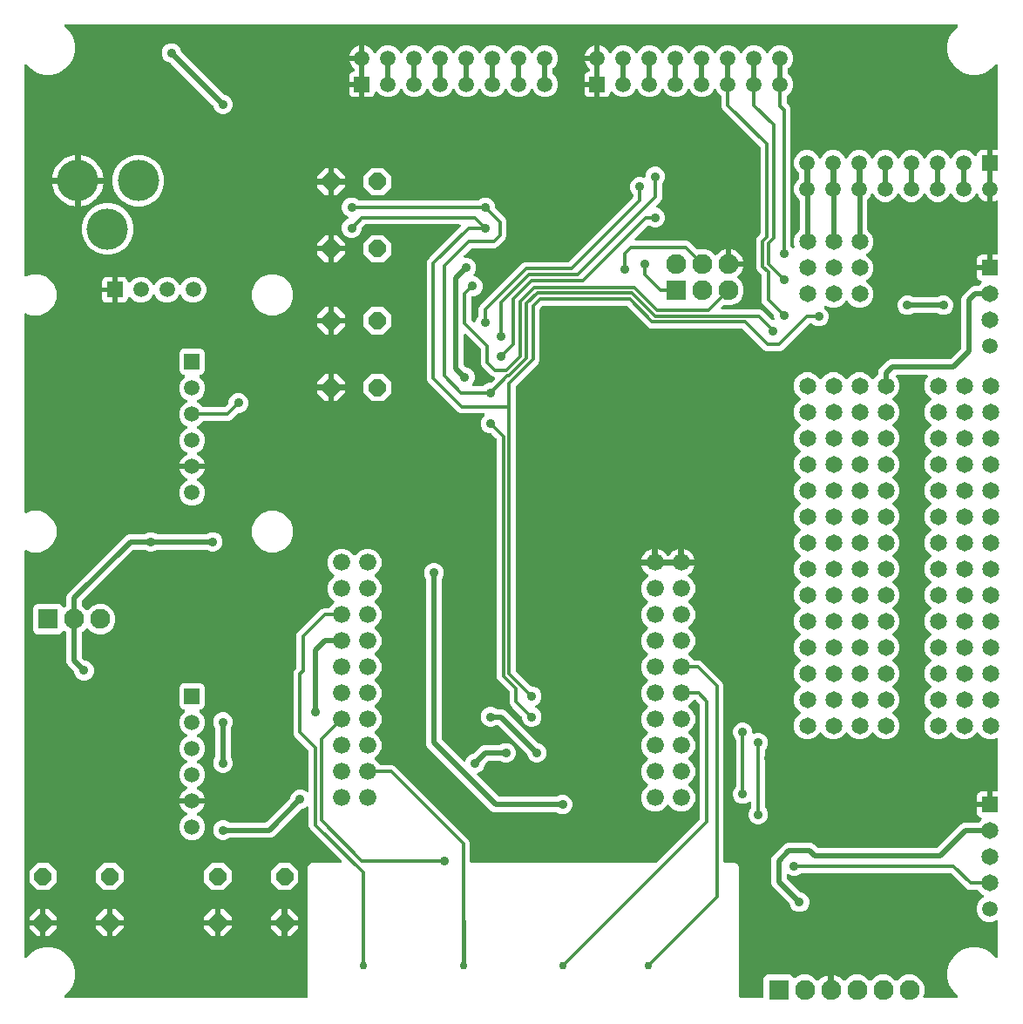
<source format=gbr>
G04 EAGLE Gerber RS-274X export*
G75*
%MOMM*%
%FSLAX34Y34*%
%LPD*%
%INBottom Copper*%
%IPPOS*%
%AMOC8*
5,1,8,0,0,1.08239X$1,22.5*%
G01*
%ADD10R,1.930400X1.930400*%
%ADD11C,1.930400*%
%ADD12P,1.785944X8X22.500000*%
%ADD13C,1.676400*%
%ADD14C,0.750000*%
%ADD15R,1.500000X1.500000*%
%ADD16C,1.500000*%
%ADD17C,1.650000*%
%ADD18P,1.785944X8X292.500000*%
%ADD19C,4.000000*%
%ADD20C,0.508000*%
%ADD21C,0.900000*%
%ADD22C,0.300000*%
%ADD23C,0.500000*%
%ADD24C,0.406400*%

G36*
X301035Y27037D02*
X301035Y27037D01*
X301071Y27034D01*
X301207Y27057D01*
X301343Y27073D01*
X301377Y27085D01*
X301412Y27090D01*
X301539Y27143D01*
X301669Y27190D01*
X301698Y27209D01*
X301731Y27223D01*
X301843Y27304D01*
X301958Y27379D01*
X301983Y27405D01*
X302011Y27425D01*
X302102Y27529D01*
X302197Y27629D01*
X302215Y27660D01*
X302238Y27686D01*
X302302Y27809D01*
X302372Y27927D01*
X302382Y27961D01*
X302399Y27993D01*
X302433Y28126D01*
X302474Y28258D01*
X302476Y28293D01*
X302485Y28327D01*
X302499Y28532D01*
X302499Y154095D01*
X303261Y155933D01*
X304667Y157339D01*
X306505Y158101D01*
X334086Y158101D01*
X334190Y158113D01*
X334294Y158115D01*
X334361Y158133D01*
X334430Y158141D01*
X334528Y158176D01*
X334629Y158202D01*
X334690Y158235D01*
X334755Y158258D01*
X334843Y158315D01*
X334935Y158364D01*
X334987Y158409D01*
X335045Y158447D01*
X335117Y158522D01*
X335195Y158591D01*
X335236Y158647D01*
X335283Y158697D01*
X335336Y158787D01*
X335397Y158872D01*
X335423Y158936D01*
X335458Y158995D01*
X335489Y159095D01*
X335529Y159191D01*
X335540Y159260D01*
X335560Y159326D01*
X335567Y159430D01*
X335584Y159533D01*
X335579Y159602D01*
X335584Y159671D01*
X335567Y159773D01*
X335560Y159878D01*
X335539Y159944D01*
X335528Y160012D01*
X335488Y160108D01*
X335457Y160208D01*
X335422Y160267D01*
X335395Y160331D01*
X335334Y160416D01*
X335281Y160505D01*
X335213Y160584D01*
X335193Y160611D01*
X335176Y160626D01*
X335146Y160660D01*
X304489Y191318D01*
X303499Y193707D01*
X303499Y211444D01*
X303495Y211478D01*
X303498Y211511D01*
X303486Y211579D01*
X303485Y211652D01*
X303467Y211718D01*
X303459Y211787D01*
X303446Y211823D01*
X303442Y211852D01*
X303417Y211911D01*
X303398Y211986D01*
X303365Y212047D01*
X303342Y212112D01*
X303319Y212148D01*
X303309Y212172D01*
X303275Y212219D01*
X303236Y212292D01*
X303191Y212344D01*
X303153Y212402D01*
X303120Y212434D01*
X303107Y212452D01*
X303066Y212487D01*
X303009Y212553D01*
X302953Y212593D01*
X302903Y212641D01*
X302861Y212665D01*
X302846Y212679D01*
X302801Y212702D01*
X302728Y212754D01*
X302664Y212781D01*
X302605Y212816D01*
X302556Y212831D01*
X302539Y212839D01*
X302493Y212851D01*
X302409Y212886D01*
X302340Y212897D01*
X302274Y212918D01*
X302222Y212921D01*
X302205Y212926D01*
X302136Y212930D01*
X302067Y212941D01*
X302022Y212938D01*
X302000Y212940D01*
X301997Y212940D01*
X301980Y212938D01*
X301929Y212941D01*
X301827Y212924D01*
X301722Y212917D01*
X301675Y212902D01*
X301653Y212900D01*
X301634Y212893D01*
X301588Y212885D01*
X301492Y212845D01*
X301392Y212814D01*
X301354Y212792D01*
X301328Y212782D01*
X301306Y212768D01*
X301269Y212753D01*
X301184Y212692D01*
X301095Y212639D01*
X301055Y212605D01*
X301039Y212594D01*
X301018Y212572D01*
X301016Y212570D01*
X300989Y212550D01*
X300974Y212533D01*
X300940Y212504D01*
X300382Y211946D01*
X296890Y210499D01*
X296728Y210499D01*
X296590Y210483D01*
X296450Y210473D01*
X296418Y210463D01*
X296384Y210459D01*
X296254Y210412D01*
X296120Y210371D01*
X296091Y210353D01*
X296059Y210342D01*
X295943Y210266D01*
X295822Y210195D01*
X295788Y210165D01*
X295770Y210153D01*
X295746Y210129D01*
X295668Y210060D01*
X269249Y183641D01*
X266492Y182499D01*
X226556Y182499D01*
X226418Y182483D01*
X226279Y182473D01*
X226246Y182463D01*
X226213Y182459D01*
X226082Y182412D01*
X225949Y182371D01*
X225920Y182353D01*
X225888Y182342D01*
X225771Y182266D01*
X225651Y182195D01*
X225617Y182165D01*
X225598Y182153D01*
X225575Y182129D01*
X225496Y182060D01*
X225382Y181946D01*
X221890Y180499D01*
X218110Y180499D01*
X214618Y181946D01*
X211946Y184618D01*
X210499Y188110D01*
X210499Y191890D01*
X211946Y195382D01*
X214618Y198054D01*
X218110Y199501D01*
X221890Y199501D01*
X225382Y198054D01*
X225496Y197940D01*
X225605Y197853D01*
X225711Y197762D01*
X225741Y197746D01*
X225767Y197725D01*
X225893Y197666D01*
X226017Y197601D01*
X226050Y197593D01*
X226080Y197578D01*
X226216Y197550D01*
X226352Y197515D01*
X226397Y197512D01*
X226419Y197507D01*
X226452Y197508D01*
X226556Y197501D01*
X261272Y197501D01*
X261410Y197517D01*
X261550Y197527D01*
X261582Y197537D01*
X261616Y197541D01*
X261746Y197588D01*
X261880Y197629D01*
X261909Y197647D01*
X261941Y197658D01*
X262057Y197734D01*
X262178Y197805D01*
X262212Y197835D01*
X262230Y197847D01*
X262254Y197871D01*
X262332Y197940D01*
X285060Y220668D01*
X285147Y220777D01*
X285238Y220882D01*
X285254Y220912D01*
X285275Y220939D01*
X285334Y221065D01*
X285399Y221188D01*
X285407Y221221D01*
X285422Y221252D01*
X285450Y221388D01*
X285485Y221523D01*
X285488Y221568D01*
X285493Y221590D01*
X285492Y221624D01*
X285499Y221728D01*
X285499Y221890D01*
X286946Y225382D01*
X289618Y228054D01*
X293110Y229501D01*
X296890Y229501D01*
X300382Y228054D01*
X300940Y227496D01*
X301022Y227431D01*
X301097Y227359D01*
X301157Y227324D01*
X301211Y227281D01*
X301306Y227237D01*
X301395Y227184D01*
X301461Y227164D01*
X301524Y227135D01*
X301626Y227113D01*
X301726Y227082D01*
X301795Y227078D01*
X301862Y227063D01*
X301966Y227066D01*
X302071Y227059D01*
X302139Y227070D01*
X302208Y227071D01*
X302309Y227098D01*
X302412Y227115D01*
X302475Y227141D01*
X302542Y227159D01*
X302635Y227207D01*
X302731Y227247D01*
X302787Y227288D01*
X302848Y227320D01*
X302927Y227389D01*
X303011Y227450D01*
X303057Y227502D01*
X303109Y227547D01*
X303170Y227632D01*
X303238Y227711D01*
X303270Y227772D01*
X303311Y227828D01*
X303350Y227924D01*
X303399Y228017D01*
X303416Y228084D01*
X303442Y228148D01*
X303459Y228250D01*
X303485Y228352D01*
X303492Y228456D01*
X303498Y228489D01*
X303496Y228511D01*
X303499Y228556D01*
X303499Y266686D01*
X303483Y266825D01*
X303473Y266964D01*
X303463Y266996D01*
X303459Y267030D01*
X303412Y267161D01*
X303371Y267294D01*
X303353Y267323D01*
X303342Y267355D01*
X303266Y267472D01*
X303195Y267592D01*
X303165Y267626D01*
X303153Y267645D01*
X303129Y267668D01*
X303060Y267746D01*
X291529Y279278D01*
X291528Y279278D01*
X289489Y281318D01*
X288499Y283707D01*
X288499Y342908D01*
X289489Y345298D01*
X291060Y346869D01*
X291138Y346967D01*
X291140Y346969D01*
X291142Y346972D01*
X291146Y346978D01*
X291238Y347083D01*
X291254Y347113D01*
X291275Y347140D01*
X291334Y347266D01*
X291399Y347389D01*
X291407Y347422D01*
X291422Y347453D01*
X291450Y347589D01*
X291485Y347724D01*
X291488Y347769D01*
X291493Y347791D01*
X291492Y347825D01*
X291499Y347929D01*
X291499Y379293D01*
X292489Y381682D01*
X315518Y404711D01*
X317907Y405701D01*
X322206Y405701D01*
X322293Y405711D01*
X322380Y405711D01*
X322464Y405731D01*
X322549Y405741D01*
X322631Y405770D01*
X322717Y405791D01*
X322793Y405829D01*
X322874Y405858D01*
X322948Y405906D01*
X323026Y405945D01*
X323092Y406000D01*
X323164Y406047D01*
X323224Y406110D01*
X323292Y406166D01*
X323343Y406235D01*
X323402Y406297D01*
X323447Y406373D01*
X323499Y406443D01*
X323563Y406571D01*
X323577Y406595D01*
X323581Y406607D01*
X323591Y406626D01*
X323655Y406781D01*
X327442Y410568D01*
X327532Y410608D01*
X327588Y410650D01*
X327648Y410683D01*
X327725Y410753D01*
X327808Y410816D01*
X327852Y410870D01*
X327903Y410916D01*
X327962Y411002D01*
X328029Y411083D01*
X328060Y411144D01*
X328099Y411201D01*
X328136Y411299D01*
X328183Y411392D01*
X328198Y411459D01*
X328223Y411524D01*
X328238Y411627D01*
X328262Y411729D01*
X328261Y411798D01*
X328271Y411866D01*
X328261Y411970D01*
X328261Y412075D01*
X328245Y412142D01*
X328239Y412211D01*
X328206Y412309D01*
X328181Y412411D01*
X328151Y412473D01*
X328129Y412538D01*
X328074Y412627D01*
X328027Y412720D01*
X327983Y412773D01*
X327946Y412832D01*
X327873Y412906D01*
X327806Y412986D01*
X327750Y413028D01*
X327702Y413076D01*
X327613Y413131D01*
X327529Y413194D01*
X327436Y413240D01*
X327430Y413244D01*
X323655Y417019D01*
X321617Y421938D01*
X321617Y427262D01*
X323655Y432181D01*
X327442Y435968D01*
X327532Y436008D01*
X327588Y436050D01*
X327648Y436083D01*
X327725Y436153D01*
X327808Y436216D01*
X327852Y436270D01*
X327903Y436316D01*
X327962Y436402D01*
X328029Y436483D01*
X328060Y436544D01*
X328099Y436601D01*
X328136Y436699D01*
X328183Y436792D01*
X328198Y436859D01*
X328223Y436924D01*
X328238Y437027D01*
X328262Y437129D01*
X328261Y437198D01*
X328271Y437266D01*
X328261Y437370D01*
X328261Y437475D01*
X328245Y437542D01*
X328239Y437611D01*
X328206Y437709D01*
X328181Y437811D01*
X328151Y437873D01*
X328129Y437938D01*
X328074Y438027D01*
X328027Y438120D01*
X327983Y438173D01*
X327946Y438232D01*
X327873Y438306D01*
X327806Y438386D01*
X327750Y438428D01*
X327702Y438476D01*
X327613Y438531D01*
X327529Y438594D01*
X327436Y438640D01*
X327430Y438644D01*
X323655Y442419D01*
X321617Y447338D01*
X321617Y452662D01*
X323655Y457581D01*
X327419Y461345D01*
X332338Y463383D01*
X337662Y463383D01*
X342581Y461345D01*
X346368Y457558D01*
X346408Y457468D01*
X346449Y457413D01*
X346483Y457352D01*
X346553Y457275D01*
X346616Y457192D01*
X346669Y457148D01*
X346716Y457097D01*
X346802Y457038D01*
X346882Y456971D01*
X346944Y456941D01*
X347001Y456901D01*
X347099Y456864D01*
X347192Y456817D01*
X347259Y456802D01*
X347324Y456777D01*
X347427Y456762D01*
X347529Y456739D01*
X347598Y456739D01*
X347666Y456729D01*
X347770Y456739D01*
X347874Y456739D01*
X347942Y456755D01*
X348010Y456761D01*
X348109Y456794D01*
X348211Y456818D01*
X348273Y456849D01*
X348338Y456871D01*
X348427Y456926D01*
X348520Y456973D01*
X348573Y457017D01*
X348632Y457054D01*
X348706Y457127D01*
X348786Y457194D01*
X348827Y457249D01*
X348876Y457298D01*
X348931Y457387D01*
X348994Y457470D01*
X349040Y457564D01*
X349044Y457570D01*
X352819Y461345D01*
X357738Y463383D01*
X363062Y463383D01*
X367981Y461345D01*
X371745Y457581D01*
X373783Y452662D01*
X373783Y447338D01*
X371745Y442419D01*
X367958Y438632D01*
X367868Y438592D01*
X367813Y438551D01*
X367752Y438517D01*
X367675Y438447D01*
X367592Y438384D01*
X367548Y438331D01*
X367497Y438284D01*
X367438Y438198D01*
X367371Y438118D01*
X367341Y438056D01*
X367301Y437999D01*
X367264Y437901D01*
X367217Y437808D01*
X367202Y437741D01*
X367177Y437676D01*
X367162Y437573D01*
X367139Y437471D01*
X367139Y437402D01*
X367129Y437334D01*
X367139Y437230D01*
X367139Y437126D01*
X367155Y437058D01*
X367161Y436990D01*
X367194Y436891D01*
X367218Y436789D01*
X367249Y436727D01*
X367271Y436662D01*
X367326Y436573D01*
X367373Y436480D01*
X367417Y436427D01*
X367454Y436368D01*
X367527Y436294D01*
X367594Y436214D01*
X367649Y436173D01*
X367698Y436124D01*
X367787Y436069D01*
X367870Y436006D01*
X367964Y435960D01*
X367970Y435956D01*
X371745Y432181D01*
X373783Y427262D01*
X373783Y421938D01*
X371745Y417019D01*
X367958Y413232D01*
X367868Y413192D01*
X367813Y413151D01*
X367752Y413117D01*
X367675Y413047D01*
X367592Y412984D01*
X367548Y412931D01*
X367497Y412884D01*
X367438Y412798D01*
X367371Y412718D01*
X367341Y412656D01*
X367301Y412599D01*
X367264Y412501D01*
X367217Y412408D01*
X367202Y412341D01*
X367177Y412276D01*
X367162Y412173D01*
X367139Y412071D01*
X367139Y412002D01*
X367129Y411934D01*
X367139Y411830D01*
X367139Y411726D01*
X367155Y411658D01*
X367161Y411590D01*
X367194Y411491D01*
X367218Y411389D01*
X367249Y411327D01*
X367271Y411262D01*
X367326Y411173D01*
X367373Y411080D01*
X367417Y411027D01*
X367454Y410968D01*
X367527Y410894D01*
X367594Y410814D01*
X367649Y410773D01*
X367698Y410724D01*
X367787Y410669D01*
X367870Y410606D01*
X367964Y410560D01*
X367970Y410556D01*
X371745Y406781D01*
X373783Y401862D01*
X373783Y396538D01*
X371745Y391619D01*
X367958Y387832D01*
X367868Y387792D01*
X367812Y387750D01*
X367752Y387717D01*
X367675Y387647D01*
X367592Y387584D01*
X367548Y387530D01*
X367497Y387484D01*
X367438Y387398D01*
X367371Y387317D01*
X367340Y387256D01*
X367301Y387199D01*
X367264Y387101D01*
X367217Y387008D01*
X367202Y386941D01*
X367177Y386876D01*
X367162Y386773D01*
X367138Y386671D01*
X367139Y386602D01*
X367129Y386534D01*
X367139Y386430D01*
X367139Y386325D01*
X367155Y386258D01*
X367161Y386189D01*
X367194Y386091D01*
X367219Y385989D01*
X367249Y385927D01*
X367271Y385862D01*
X367326Y385773D01*
X367373Y385680D01*
X367417Y385627D01*
X367454Y385568D01*
X367527Y385494D01*
X367594Y385414D01*
X367650Y385372D01*
X367698Y385324D01*
X367787Y385269D01*
X367871Y385206D01*
X367964Y385160D01*
X367970Y385156D01*
X371745Y381381D01*
X373783Y376462D01*
X373783Y371138D01*
X371745Y366219D01*
X367958Y362432D01*
X367868Y362392D01*
X367813Y362351D01*
X367752Y362317D01*
X367675Y362247D01*
X367592Y362184D01*
X367548Y362131D01*
X367497Y362084D01*
X367438Y361998D01*
X367371Y361917D01*
X367340Y361856D01*
X367301Y361799D01*
X367264Y361701D01*
X367217Y361608D01*
X367202Y361541D01*
X367177Y361476D01*
X367162Y361373D01*
X367138Y361271D01*
X367139Y361202D01*
X367129Y361134D01*
X367139Y361030D01*
X367139Y360925D01*
X367155Y360858D01*
X367161Y360790D01*
X367194Y360691D01*
X367218Y360589D01*
X367249Y360527D01*
X367271Y360462D01*
X367326Y360373D01*
X367373Y360280D01*
X367417Y360227D01*
X367453Y360168D01*
X367528Y360094D01*
X367594Y360014D01*
X367649Y359973D01*
X367698Y359924D01*
X367787Y359869D01*
X367871Y359806D01*
X367964Y359760D01*
X367970Y359756D01*
X371745Y355981D01*
X373783Y351062D01*
X373783Y345738D01*
X371745Y340819D01*
X367958Y337032D01*
X367868Y336992D01*
X367813Y336951D01*
X367752Y336917D01*
X367675Y336847D01*
X367592Y336784D01*
X367548Y336731D01*
X367497Y336684D01*
X367438Y336598D01*
X367371Y336517D01*
X367340Y336456D01*
X367301Y336399D01*
X367264Y336301D01*
X367217Y336208D01*
X367202Y336141D01*
X367177Y336076D01*
X367162Y335973D01*
X367138Y335871D01*
X367139Y335802D01*
X367129Y335734D01*
X367139Y335630D01*
X367139Y335525D01*
X367155Y335458D01*
X367161Y335390D01*
X367194Y335291D01*
X367218Y335189D01*
X367249Y335127D01*
X367271Y335062D01*
X367326Y334973D01*
X367373Y334880D01*
X367417Y334827D01*
X367453Y334768D01*
X367528Y334694D01*
X367594Y334614D01*
X367649Y334573D01*
X367698Y334524D01*
X367787Y334469D01*
X367871Y334406D01*
X367964Y334360D01*
X367970Y334356D01*
X371745Y330581D01*
X373783Y325662D01*
X373783Y320338D01*
X371745Y315419D01*
X367958Y311632D01*
X367868Y311592D01*
X367813Y311551D01*
X367752Y311517D01*
X367675Y311447D01*
X367592Y311384D01*
X367548Y311331D01*
X367497Y311284D01*
X367438Y311198D01*
X367371Y311117D01*
X367340Y311056D01*
X367301Y310999D01*
X367264Y310901D01*
X367217Y310808D01*
X367202Y310741D01*
X367177Y310676D01*
X367162Y310573D01*
X367138Y310471D01*
X367139Y310402D01*
X367129Y310334D01*
X367139Y310230D01*
X367139Y310125D01*
X367155Y310058D01*
X367161Y309990D01*
X367194Y309891D01*
X367218Y309789D01*
X367249Y309727D01*
X367271Y309662D01*
X367326Y309573D01*
X367373Y309480D01*
X367417Y309427D01*
X367453Y309368D01*
X367528Y309294D01*
X367594Y309214D01*
X367649Y309173D01*
X367698Y309124D01*
X367787Y309069D01*
X367871Y309006D01*
X367964Y308960D01*
X367970Y308956D01*
X371745Y305181D01*
X373783Y300262D01*
X373783Y294938D01*
X371745Y290019D01*
X367974Y286248D01*
X367968Y286246D01*
X367926Y286218D01*
X367868Y286192D01*
X367813Y286151D01*
X367752Y286117D01*
X367705Y286074D01*
X367679Y286057D01*
X367653Y286030D01*
X367592Y285984D01*
X367548Y285931D01*
X367497Y285884D01*
X367453Y285821D01*
X367440Y285807D01*
X367428Y285786D01*
X367371Y285717D01*
X367340Y285656D01*
X367301Y285599D01*
X367269Y285516D01*
X367265Y285508D01*
X367261Y285496D01*
X367217Y285408D01*
X367202Y285341D01*
X367177Y285276D01*
X367163Y285178D01*
X367163Y285177D01*
X367162Y285173D01*
X367138Y285071D01*
X367139Y285002D01*
X367129Y284934D01*
X367139Y284830D01*
X367139Y284725D01*
X367155Y284658D01*
X367161Y284590D01*
X367194Y284491D01*
X367218Y284389D01*
X367249Y284327D01*
X367271Y284262D01*
X367326Y284173D01*
X367373Y284080D01*
X367417Y284027D01*
X367453Y283968D01*
X367528Y283894D01*
X367594Y283814D01*
X367649Y283773D01*
X367698Y283724D01*
X367787Y283669D01*
X367791Y283666D01*
X367792Y283666D01*
X367871Y283606D01*
X367964Y283560D01*
X367970Y283556D01*
X371745Y279781D01*
X373783Y274862D01*
X373783Y269538D01*
X371745Y264619D01*
X367958Y260832D01*
X367868Y260792D01*
X367813Y260751D01*
X367752Y260717D01*
X367675Y260647D01*
X367592Y260584D01*
X367548Y260531D01*
X367497Y260484D01*
X367438Y260398D01*
X367371Y260317D01*
X367340Y260256D01*
X367301Y260199D01*
X367264Y260101D01*
X367217Y260008D01*
X367202Y259941D01*
X367177Y259876D01*
X367162Y259773D01*
X367138Y259671D01*
X367139Y259602D01*
X367129Y259534D01*
X367139Y259430D01*
X367139Y259325D01*
X367155Y259258D01*
X367161Y259190D01*
X367194Y259091D01*
X367218Y258989D01*
X367249Y258927D01*
X367271Y258862D01*
X367326Y258773D01*
X367373Y258680D01*
X367417Y258627D01*
X367453Y258568D01*
X367528Y258494D01*
X367594Y258414D01*
X367649Y258373D01*
X367698Y258324D01*
X367787Y258269D01*
X367871Y258206D01*
X367964Y258160D01*
X367970Y258156D01*
X371745Y254381D01*
X371809Y254226D01*
X371852Y254150D01*
X371885Y254069D01*
X371936Y253999D01*
X371978Y253924D01*
X372037Y253859D01*
X372088Y253789D01*
X372153Y253732D01*
X372210Y253669D01*
X372283Y253619D01*
X372349Y253562D01*
X372425Y253522D01*
X372496Y253473D01*
X372577Y253442D01*
X372655Y253401D01*
X372738Y253380D01*
X372818Y253349D01*
X372905Y253337D01*
X372990Y253315D01*
X373133Y253305D01*
X373161Y253301D01*
X373173Y253302D01*
X373194Y253301D01*
X384493Y253301D01*
X386882Y252311D01*
X458911Y180282D01*
X459901Y177893D01*
X459901Y159600D01*
X459905Y159565D01*
X459902Y159529D01*
X459925Y159393D01*
X459941Y159257D01*
X459953Y159223D01*
X459958Y159188D01*
X460011Y159061D01*
X460058Y158931D01*
X460077Y158902D01*
X460091Y158869D01*
X460172Y158757D01*
X460247Y158642D01*
X460273Y158617D01*
X460293Y158589D01*
X460397Y158498D01*
X460497Y158403D01*
X460528Y158385D01*
X460554Y158362D01*
X460677Y158298D01*
X460795Y158228D01*
X460829Y158218D01*
X460861Y158201D01*
X460994Y158167D01*
X461126Y158126D01*
X461161Y158124D01*
X461195Y158115D01*
X461400Y158101D01*
X639886Y158101D01*
X640025Y158117D01*
X640164Y158127D01*
X640196Y158137D01*
X640230Y158141D01*
X640361Y158188D01*
X640494Y158229D01*
X640523Y158247D01*
X640555Y158258D01*
X640672Y158334D01*
X640792Y158405D01*
X640826Y158435D01*
X640845Y158447D01*
X640868Y158471D01*
X640946Y158540D01*
X683060Y200654D01*
X683147Y200763D01*
X683238Y200868D01*
X683254Y200898D01*
X683275Y200925D01*
X683334Y201051D01*
X683399Y201174D01*
X683407Y201207D01*
X683422Y201238D01*
X683450Y201374D01*
X683485Y201509D01*
X683488Y201554D01*
X683493Y201576D01*
X683492Y201610D01*
X683499Y201714D01*
X683499Y311686D01*
X683483Y311825D01*
X683473Y311964D01*
X683463Y311996D01*
X683459Y312030D01*
X683412Y312161D01*
X683371Y312294D01*
X683353Y312323D01*
X683342Y312355D01*
X683266Y312472D01*
X683195Y312592D01*
X683165Y312626D01*
X683153Y312645D01*
X683129Y312668D01*
X683060Y312746D01*
X679746Y316060D01*
X679637Y316147D01*
X679532Y316238D01*
X679502Y316254D01*
X679475Y316275D01*
X679349Y316334D01*
X679226Y316399D01*
X679193Y316407D01*
X679162Y316422D01*
X679026Y316450D01*
X678891Y316485D01*
X678846Y316488D01*
X678824Y316493D01*
X678790Y316492D01*
X678686Y316499D01*
X677994Y316499D01*
X677907Y316489D01*
X677820Y316489D01*
X677736Y316469D01*
X677651Y316459D01*
X677569Y316430D01*
X677483Y316409D01*
X677407Y316371D01*
X677326Y316342D01*
X677252Y316294D01*
X677174Y316255D01*
X677108Y316200D01*
X677036Y316153D01*
X676976Y316090D01*
X676908Y316034D01*
X676857Y315965D01*
X676798Y315903D01*
X676753Y315827D01*
X676701Y315757D01*
X676637Y315629D01*
X676623Y315605D01*
X676619Y315593D01*
X676609Y315574D01*
X676545Y315419D01*
X672758Y311632D01*
X672668Y311592D01*
X672612Y311550D01*
X672552Y311517D01*
X672475Y311447D01*
X672392Y311384D01*
X672348Y311330D01*
X672297Y311284D01*
X672238Y311198D01*
X672171Y311117D01*
X672140Y311056D01*
X672101Y310999D01*
X672064Y310901D01*
X672017Y310808D01*
X672002Y310741D01*
X671977Y310676D01*
X671962Y310573D01*
X671938Y310471D01*
X671939Y310402D01*
X671929Y310334D01*
X671939Y310230D01*
X671939Y310125D01*
X671955Y310058D01*
X671961Y309989D01*
X671994Y309891D01*
X672019Y309789D01*
X672049Y309727D01*
X672071Y309662D01*
X672126Y309573D01*
X672173Y309480D01*
X672217Y309427D01*
X672254Y309368D01*
X672327Y309294D01*
X672394Y309214D01*
X672450Y309172D01*
X672498Y309124D01*
X672587Y309069D01*
X672671Y309006D01*
X672764Y308960D01*
X672770Y308956D01*
X676545Y305181D01*
X678583Y300262D01*
X678583Y294938D01*
X676545Y290019D01*
X672774Y286248D01*
X672768Y286246D01*
X672726Y286218D01*
X672668Y286192D01*
X672612Y286150D01*
X672552Y286117D01*
X672505Y286074D01*
X672479Y286057D01*
X672453Y286030D01*
X672392Y285984D01*
X672348Y285930D01*
X672297Y285884D01*
X672253Y285820D01*
X672240Y285807D01*
X672228Y285786D01*
X672171Y285717D01*
X672140Y285656D01*
X672101Y285599D01*
X672069Y285516D01*
X672065Y285508D01*
X672061Y285497D01*
X672017Y285408D01*
X672002Y285341D01*
X671977Y285276D01*
X671962Y285173D01*
X671938Y285071D01*
X671939Y285002D01*
X671929Y284934D01*
X671939Y284830D01*
X671939Y284725D01*
X671955Y284658D01*
X671961Y284589D01*
X671994Y284491D01*
X672019Y284389D01*
X672049Y284327D01*
X672071Y284262D01*
X672126Y284173D01*
X672173Y284080D01*
X672217Y284027D01*
X672254Y283968D01*
X672327Y283894D01*
X672394Y283814D01*
X672450Y283772D01*
X672498Y283724D01*
X672587Y283669D01*
X672671Y283606D01*
X672764Y283560D01*
X672770Y283556D01*
X676545Y279781D01*
X678583Y274862D01*
X678583Y269538D01*
X676545Y264619D01*
X672758Y260832D01*
X672668Y260792D01*
X672612Y260750D01*
X672552Y260717D01*
X672475Y260647D01*
X672392Y260584D01*
X672348Y260530D01*
X672297Y260484D01*
X672238Y260398D01*
X672171Y260317D01*
X672140Y260256D01*
X672101Y260199D01*
X672064Y260101D01*
X672017Y260008D01*
X672002Y259941D01*
X671977Y259876D01*
X671962Y259773D01*
X671938Y259671D01*
X671939Y259602D01*
X671929Y259534D01*
X671939Y259430D01*
X671939Y259325D01*
X671955Y259258D01*
X671961Y259189D01*
X671994Y259091D01*
X672019Y258989D01*
X672049Y258927D01*
X672071Y258862D01*
X672126Y258773D01*
X672173Y258680D01*
X672217Y258627D01*
X672254Y258568D01*
X672327Y258494D01*
X672394Y258414D01*
X672450Y258372D01*
X672498Y258324D01*
X672587Y258269D01*
X672671Y258206D01*
X672764Y258160D01*
X672770Y258156D01*
X676545Y254381D01*
X678583Y249462D01*
X678583Y244138D01*
X676545Y239219D01*
X672758Y235432D01*
X672668Y235392D01*
X672612Y235350D01*
X672552Y235317D01*
X672475Y235247D01*
X672392Y235184D01*
X672348Y235130D01*
X672297Y235084D01*
X672238Y234998D01*
X672171Y234917D01*
X672140Y234856D01*
X672101Y234799D01*
X672064Y234701D01*
X672017Y234608D01*
X672002Y234541D01*
X671977Y234476D01*
X671962Y234373D01*
X671938Y234271D01*
X671939Y234202D01*
X671929Y234134D01*
X671939Y234030D01*
X671939Y233925D01*
X671955Y233858D01*
X671961Y233789D01*
X671994Y233691D01*
X672019Y233589D01*
X672049Y233527D01*
X672071Y233462D01*
X672126Y233373D01*
X672173Y233280D01*
X672217Y233227D01*
X672254Y233168D01*
X672327Y233094D01*
X672394Y233014D01*
X672450Y232972D01*
X672498Y232924D01*
X672587Y232869D01*
X672671Y232806D01*
X672764Y232760D01*
X672770Y232756D01*
X676545Y228981D01*
X678583Y224062D01*
X678583Y218738D01*
X676545Y213819D01*
X672781Y210055D01*
X667862Y208017D01*
X662538Y208017D01*
X657619Y210055D01*
X653832Y213842D01*
X653792Y213932D01*
X653750Y213988D01*
X653717Y214048D01*
X653647Y214125D01*
X653584Y214208D01*
X653530Y214252D01*
X653484Y214303D01*
X653398Y214362D01*
X653317Y214429D01*
X653256Y214460D01*
X653199Y214499D01*
X653101Y214536D01*
X653008Y214583D01*
X652941Y214598D01*
X652876Y214623D01*
X652773Y214638D01*
X652671Y214662D01*
X652602Y214661D01*
X652534Y214671D01*
X652430Y214661D01*
X652325Y214661D01*
X652258Y214645D01*
X652189Y214639D01*
X652091Y214606D01*
X651989Y214581D01*
X651927Y214551D01*
X651862Y214529D01*
X651773Y214474D01*
X651680Y214427D01*
X651627Y214383D01*
X651568Y214346D01*
X651494Y214273D01*
X651414Y214206D01*
X651372Y214150D01*
X651324Y214102D01*
X651269Y214013D01*
X651206Y213929D01*
X651160Y213836D01*
X651156Y213830D01*
X647381Y210055D01*
X642462Y208017D01*
X637138Y208017D01*
X632219Y210055D01*
X628455Y213819D01*
X626417Y218738D01*
X626417Y224062D01*
X628455Y228981D01*
X632242Y232768D01*
X632332Y232808D01*
X632387Y232849D01*
X632448Y232883D01*
X632525Y232953D01*
X632608Y233016D01*
X632652Y233069D01*
X632703Y233116D01*
X632762Y233202D01*
X632829Y233282D01*
X632859Y233344D01*
X632899Y233401D01*
X632936Y233499D01*
X632983Y233592D01*
X632998Y233659D01*
X633023Y233724D01*
X633038Y233827D01*
X633061Y233929D01*
X633061Y233998D01*
X633071Y234066D01*
X633061Y234170D01*
X633061Y234274D01*
X633045Y234342D01*
X633039Y234410D01*
X633006Y234509D01*
X632982Y234611D01*
X632951Y234673D01*
X632929Y234738D01*
X632874Y234827D01*
X632827Y234920D01*
X632783Y234973D01*
X632746Y235032D01*
X632673Y235106D01*
X632606Y235186D01*
X632551Y235227D01*
X632502Y235276D01*
X632413Y235331D01*
X632330Y235394D01*
X632236Y235440D01*
X632230Y235444D01*
X628455Y239219D01*
X626417Y244138D01*
X626417Y249462D01*
X628455Y254381D01*
X632242Y258168D01*
X632332Y258208D01*
X632387Y258249D01*
X632448Y258283D01*
X632525Y258353D01*
X632608Y258416D01*
X632652Y258469D01*
X632703Y258516D01*
X632762Y258602D01*
X632829Y258682D01*
X632859Y258744D01*
X632899Y258801D01*
X632936Y258899D01*
X632983Y258992D01*
X632998Y259059D01*
X633023Y259124D01*
X633038Y259227D01*
X633061Y259329D01*
X633061Y259398D01*
X633071Y259466D01*
X633061Y259570D01*
X633061Y259674D01*
X633045Y259742D01*
X633039Y259810D01*
X633006Y259909D01*
X632982Y260011D01*
X632951Y260073D01*
X632929Y260138D01*
X632874Y260227D01*
X632827Y260320D01*
X632783Y260373D01*
X632746Y260432D01*
X632673Y260506D01*
X632606Y260586D01*
X632551Y260627D01*
X632502Y260676D01*
X632413Y260731D01*
X632330Y260794D01*
X632236Y260840D01*
X632230Y260844D01*
X628455Y264619D01*
X626417Y269538D01*
X626417Y274862D01*
X628455Y279781D01*
X632242Y283568D01*
X632332Y283608D01*
X632387Y283649D01*
X632448Y283683D01*
X632525Y283753D01*
X632608Y283816D01*
X632652Y283869D01*
X632703Y283916D01*
X632762Y284002D01*
X632829Y284082D01*
X632859Y284144D01*
X632899Y284201D01*
X632936Y284299D01*
X632983Y284392D01*
X632998Y284459D01*
X633023Y284524D01*
X633038Y284627D01*
X633061Y284729D01*
X633061Y284798D01*
X633071Y284866D01*
X633061Y284970D01*
X633061Y285074D01*
X633045Y285142D01*
X633039Y285210D01*
X633006Y285309D01*
X633005Y285315D01*
X633004Y285318D01*
X632982Y285411D01*
X632951Y285473D01*
X632929Y285538D01*
X632878Y285619D01*
X632872Y285635D01*
X632865Y285645D01*
X632827Y285720D01*
X632783Y285773D01*
X632746Y285832D01*
X632687Y285892D01*
X632670Y285915D01*
X632652Y285931D01*
X632606Y285986D01*
X632551Y286027D01*
X632502Y286076D01*
X632441Y286114D01*
X632409Y286142D01*
X632376Y286159D01*
X632330Y286194D01*
X632236Y286240D01*
X632230Y286244D01*
X628455Y290019D01*
X626417Y294938D01*
X626417Y300262D01*
X628455Y305181D01*
X632242Y308968D01*
X632332Y309008D01*
X632387Y309049D01*
X632448Y309083D01*
X632525Y309153D01*
X632608Y309216D01*
X632652Y309269D01*
X632703Y309316D01*
X632762Y309402D01*
X632829Y309482D01*
X632859Y309544D01*
X632899Y309601D01*
X632936Y309699D01*
X632983Y309792D01*
X632998Y309859D01*
X633023Y309924D01*
X633038Y310027D01*
X633061Y310129D01*
X633061Y310198D01*
X633071Y310266D01*
X633061Y310370D01*
X633061Y310474D01*
X633045Y310542D01*
X633039Y310610D01*
X633006Y310709D01*
X632982Y310811D01*
X632951Y310873D01*
X632929Y310938D01*
X632874Y311027D01*
X632827Y311120D01*
X632783Y311173D01*
X632746Y311232D01*
X632673Y311306D01*
X632606Y311386D01*
X632551Y311427D01*
X632502Y311476D01*
X632413Y311531D01*
X632330Y311594D01*
X632236Y311640D01*
X632230Y311644D01*
X628455Y315419D01*
X626417Y320338D01*
X626417Y325662D01*
X628455Y330581D01*
X632242Y334368D01*
X632332Y334408D01*
X632387Y334449D01*
X632448Y334483D01*
X632525Y334553D01*
X632608Y334616D01*
X632652Y334669D01*
X632703Y334716D01*
X632762Y334802D01*
X632829Y334882D01*
X632859Y334944D01*
X632899Y335001D01*
X632936Y335099D01*
X632983Y335192D01*
X632998Y335259D01*
X633023Y335324D01*
X633038Y335427D01*
X633061Y335529D01*
X633061Y335598D01*
X633071Y335666D01*
X633061Y335770D01*
X633061Y335874D01*
X633045Y335942D01*
X633039Y336010D01*
X633006Y336109D01*
X632982Y336211D01*
X632951Y336273D01*
X632929Y336338D01*
X632874Y336427D01*
X632827Y336520D01*
X632783Y336573D01*
X632746Y336632D01*
X632673Y336706D01*
X632606Y336786D01*
X632551Y336827D01*
X632502Y336876D01*
X632413Y336931D01*
X632330Y336994D01*
X632236Y337040D01*
X632230Y337044D01*
X628455Y340819D01*
X626417Y345738D01*
X626417Y351062D01*
X628455Y355981D01*
X632242Y359768D01*
X632332Y359808D01*
X632387Y359849D01*
X632448Y359883D01*
X632525Y359953D01*
X632608Y360016D01*
X632652Y360069D01*
X632703Y360116D01*
X632762Y360202D01*
X632829Y360282D01*
X632859Y360344D01*
X632899Y360401D01*
X632936Y360499D01*
X632983Y360592D01*
X632998Y360659D01*
X633023Y360724D01*
X633038Y360827D01*
X633061Y360929D01*
X633061Y360998D01*
X633071Y361066D01*
X633061Y361170D01*
X633061Y361274D01*
X633045Y361342D01*
X633039Y361410D01*
X633006Y361509D01*
X632982Y361611D01*
X632951Y361673D01*
X632929Y361738D01*
X632874Y361827D01*
X632827Y361920D01*
X632783Y361973D01*
X632746Y362032D01*
X632673Y362106D01*
X632606Y362186D01*
X632551Y362227D01*
X632502Y362276D01*
X632413Y362331D01*
X632330Y362394D01*
X632236Y362440D01*
X632230Y362444D01*
X628455Y366219D01*
X626417Y371138D01*
X626417Y376462D01*
X628455Y381381D01*
X632242Y385168D01*
X632332Y385208D01*
X632387Y385249D01*
X632448Y385283D01*
X632525Y385353D01*
X632608Y385416D01*
X632652Y385469D01*
X632703Y385516D01*
X632762Y385602D01*
X632829Y385682D01*
X632859Y385744D01*
X632899Y385801D01*
X632936Y385899D01*
X632983Y385992D01*
X632998Y386059D01*
X633023Y386124D01*
X633038Y386227D01*
X633061Y386329D01*
X633061Y386398D01*
X633071Y386466D01*
X633061Y386570D01*
X633061Y386674D01*
X633045Y386742D01*
X633039Y386810D01*
X633006Y386909D01*
X632982Y387011D01*
X632951Y387073D01*
X632929Y387138D01*
X632874Y387227D01*
X632827Y387320D01*
X632783Y387373D01*
X632746Y387432D01*
X632673Y387506D01*
X632606Y387586D01*
X632551Y387627D01*
X632502Y387676D01*
X632413Y387731D01*
X632330Y387794D01*
X632236Y387840D01*
X632230Y387844D01*
X628455Y391619D01*
X626417Y396538D01*
X626417Y401862D01*
X628455Y406781D01*
X632242Y410568D01*
X632332Y410608D01*
X632387Y410649D01*
X632448Y410683D01*
X632525Y410753D01*
X632608Y410816D01*
X632652Y410869D01*
X632703Y410916D01*
X632762Y411002D01*
X632829Y411082D01*
X632859Y411144D01*
X632899Y411201D01*
X632936Y411299D01*
X632983Y411392D01*
X632998Y411459D01*
X633023Y411524D01*
X633038Y411627D01*
X633061Y411729D01*
X633061Y411798D01*
X633071Y411866D01*
X633061Y411970D01*
X633061Y412074D01*
X633045Y412142D01*
X633039Y412210D01*
X633006Y412309D01*
X632982Y412411D01*
X632951Y412473D01*
X632929Y412538D01*
X632874Y412627D01*
X632827Y412720D01*
X632783Y412773D01*
X632746Y412832D01*
X632673Y412906D01*
X632606Y412986D01*
X632551Y413027D01*
X632502Y413076D01*
X632413Y413131D01*
X632330Y413194D01*
X632236Y413240D01*
X632230Y413244D01*
X628455Y417019D01*
X626417Y421938D01*
X626417Y427262D01*
X628455Y432181D01*
X632219Y435945D01*
X632394Y436018D01*
X632482Y436067D01*
X632574Y436107D01*
X632633Y436151D01*
X632696Y436186D01*
X632770Y436254D01*
X632851Y436314D01*
X632898Y436370D01*
X632951Y436419D01*
X633008Y436502D01*
X633073Y436580D01*
X633106Y436644D01*
X633147Y436704D01*
X633183Y436798D01*
X633228Y436888D01*
X633245Y436959D01*
X633271Y437027D01*
X633285Y437126D01*
X633309Y437225D01*
X633309Y437297D01*
X633319Y437369D01*
X633309Y437470D01*
X633310Y437571D01*
X633293Y437641D01*
X633287Y437713D01*
X633255Y437809D01*
X633232Y437907D01*
X633200Y437972D01*
X633177Y438041D01*
X633123Y438127D01*
X633079Y438217D01*
X633032Y438273D01*
X632994Y438335D01*
X632923Y438406D01*
X632859Y438484D01*
X632773Y438555D01*
X632750Y438579D01*
X632732Y438590D01*
X632701Y438616D01*
X631082Y439792D01*
X629592Y441282D01*
X628354Y442986D01*
X627398Y444863D01*
X626747Y446866D01*
X626686Y447251D01*
X638550Y447251D01*
X638585Y447255D01*
X638620Y447252D01*
X638756Y447275D01*
X638893Y447291D01*
X638927Y447303D01*
X638962Y447308D01*
X639089Y447361D01*
X639218Y447408D01*
X639248Y447427D01*
X639281Y447441D01*
X639393Y447522D01*
X639508Y447597D01*
X639532Y447623D01*
X639561Y447643D01*
X639652Y447747D01*
X639747Y447847D01*
X639765Y447878D01*
X639788Y447904D01*
X639803Y447933D01*
X639822Y447907D01*
X639897Y447792D01*
X639923Y447767D01*
X639944Y447739D01*
X640048Y447648D01*
X640147Y447553D01*
X640178Y447535D01*
X640205Y447512D01*
X640327Y447448D01*
X640445Y447378D01*
X640479Y447368D01*
X640511Y447351D01*
X640644Y447317D01*
X640776Y447276D01*
X640811Y447274D01*
X640846Y447265D01*
X641050Y447251D01*
X663950Y447251D01*
X663985Y447255D01*
X664020Y447252D01*
X664156Y447275D01*
X664293Y447291D01*
X664327Y447303D01*
X664362Y447308D01*
X664489Y447361D01*
X664618Y447408D01*
X664648Y447427D01*
X664681Y447441D01*
X664793Y447522D01*
X664908Y447597D01*
X664932Y447623D01*
X664961Y447643D01*
X665052Y447747D01*
X665147Y447847D01*
X665165Y447878D01*
X665188Y447904D01*
X665203Y447933D01*
X665222Y447907D01*
X665297Y447792D01*
X665323Y447767D01*
X665344Y447739D01*
X665448Y447648D01*
X665547Y447553D01*
X665578Y447535D01*
X665605Y447512D01*
X665727Y447448D01*
X665845Y447378D01*
X665879Y447368D01*
X665911Y447351D01*
X666044Y447317D01*
X666176Y447276D01*
X666211Y447274D01*
X666246Y447265D01*
X666450Y447251D01*
X678314Y447251D01*
X678253Y446866D01*
X677602Y444863D01*
X676646Y442986D01*
X675408Y441282D01*
X673918Y439792D01*
X672299Y438616D01*
X672224Y438547D01*
X672144Y438486D01*
X672098Y438431D01*
X672044Y438382D01*
X671988Y438298D01*
X671923Y438220D01*
X671891Y438155D01*
X671850Y438095D01*
X671814Y438001D01*
X671769Y437911D01*
X671753Y437840D01*
X671727Y437772D01*
X671714Y437672D01*
X671691Y437574D01*
X671691Y437501D01*
X671681Y437430D01*
X671691Y437329D01*
X671691Y437228D01*
X671708Y437158D01*
X671715Y437086D01*
X671747Y436990D01*
X671771Y436892D01*
X671803Y436827D01*
X671826Y436758D01*
X671880Y436673D01*
X671925Y436582D01*
X671971Y436527D01*
X672010Y436465D01*
X672082Y436394D01*
X672146Y436317D01*
X672204Y436273D01*
X672256Y436222D01*
X672342Y436170D01*
X672423Y436109D01*
X672522Y436059D01*
X672551Y436042D01*
X672570Y436036D01*
X672606Y436018D01*
X672781Y435945D01*
X676545Y432181D01*
X678583Y427262D01*
X678583Y421938D01*
X676545Y417019D01*
X672758Y413232D01*
X672667Y413192D01*
X672612Y413150D01*
X672552Y413117D01*
X672475Y413047D01*
X672392Y412983D01*
X672348Y412930D01*
X672297Y412884D01*
X672238Y412798D01*
X672171Y412717D01*
X672140Y412656D01*
X672101Y412599D01*
X672064Y412501D01*
X672017Y412408D01*
X672002Y412340D01*
X671977Y412276D01*
X671962Y412173D01*
X671938Y412071D01*
X671939Y412002D01*
X671929Y411934D01*
X671939Y411830D01*
X671939Y411725D01*
X671955Y411658D01*
X671961Y411589D01*
X671994Y411490D01*
X672019Y411389D01*
X672049Y411327D01*
X672071Y411262D01*
X672126Y411173D01*
X672173Y411080D01*
X672217Y411026D01*
X672254Y410968D01*
X672327Y410894D01*
X672394Y410814D01*
X672450Y410772D01*
X672498Y410724D01*
X672587Y410669D01*
X672671Y410606D01*
X672764Y410560D01*
X672770Y410556D01*
X676545Y406781D01*
X678583Y401862D01*
X678583Y396538D01*
X676545Y391619D01*
X672758Y387832D01*
X672667Y387792D01*
X672612Y387750D01*
X672552Y387717D01*
X672475Y387647D01*
X672392Y387583D01*
X672348Y387530D01*
X672297Y387484D01*
X672238Y387398D01*
X672171Y387317D01*
X672140Y387256D01*
X672101Y387199D01*
X672064Y387101D01*
X672017Y387008D01*
X672002Y386940D01*
X671977Y386876D01*
X671962Y386773D01*
X671938Y386671D01*
X671939Y386602D01*
X671929Y386534D01*
X671939Y386430D01*
X671939Y386325D01*
X671955Y386258D01*
X671961Y386189D01*
X671994Y386090D01*
X672019Y385989D01*
X672049Y385927D01*
X672071Y385862D01*
X672126Y385773D01*
X672173Y385680D01*
X672217Y385626D01*
X672254Y385568D01*
X672327Y385494D01*
X672394Y385414D01*
X672450Y385372D01*
X672498Y385324D01*
X672587Y385269D01*
X672671Y385206D01*
X672764Y385160D01*
X672770Y385156D01*
X676545Y381381D01*
X678583Y376462D01*
X678583Y371138D01*
X676545Y366219D01*
X672758Y362432D01*
X672667Y362392D01*
X672612Y362350D01*
X672552Y362317D01*
X672475Y362247D01*
X672392Y362183D01*
X672348Y362130D01*
X672297Y362084D01*
X672238Y361998D01*
X672171Y361917D01*
X672140Y361856D01*
X672101Y361799D01*
X672064Y361701D01*
X672017Y361608D01*
X672002Y361540D01*
X671977Y361476D01*
X671962Y361373D01*
X671938Y361271D01*
X671939Y361202D01*
X671929Y361134D01*
X671939Y361030D01*
X671939Y360925D01*
X671955Y360858D01*
X671961Y360789D01*
X671994Y360690D01*
X672019Y360589D01*
X672049Y360527D01*
X672071Y360462D01*
X672126Y360373D01*
X672173Y360280D01*
X672217Y360226D01*
X672254Y360168D01*
X672327Y360094D01*
X672394Y360014D01*
X672450Y359972D01*
X672498Y359924D01*
X672587Y359869D01*
X672671Y359806D01*
X672764Y359760D01*
X672770Y359756D01*
X676545Y355981D01*
X676609Y355826D01*
X676652Y355750D01*
X676685Y355669D01*
X676736Y355599D01*
X676778Y355524D01*
X676837Y355459D01*
X676888Y355389D01*
X676953Y355332D01*
X677010Y355269D01*
X677083Y355219D01*
X677149Y355162D01*
X677225Y355122D01*
X677296Y355073D01*
X677377Y355042D01*
X677455Y355001D01*
X677538Y354980D01*
X677618Y354949D01*
X677705Y354937D01*
X677790Y354915D01*
X677933Y354905D01*
X677961Y354901D01*
X677973Y354902D01*
X677994Y354901D01*
X682893Y354901D01*
X685282Y353911D01*
X705511Y333682D01*
X706501Y331293D01*
X706501Y159600D01*
X706505Y159565D01*
X706502Y159529D01*
X706525Y159393D01*
X706541Y159257D01*
X706553Y159223D01*
X706558Y159188D01*
X706611Y159061D01*
X706658Y158931D01*
X706677Y158902D01*
X706691Y158869D01*
X706772Y158757D01*
X706847Y158642D01*
X706873Y158617D01*
X706893Y158589D01*
X706997Y158498D01*
X707097Y158403D01*
X707128Y158385D01*
X707154Y158362D01*
X707277Y158298D01*
X707395Y158228D01*
X707429Y158218D01*
X707461Y158201D01*
X707594Y158167D01*
X707726Y158126D01*
X707761Y158124D01*
X707795Y158115D01*
X708000Y158101D01*
X717395Y158101D01*
X719233Y157339D01*
X720639Y155933D01*
X721401Y154095D01*
X721401Y28532D01*
X721405Y28497D01*
X721402Y28461D01*
X721425Y28325D01*
X721441Y28189D01*
X721453Y28155D01*
X721458Y28120D01*
X721511Y27993D01*
X721558Y27863D01*
X721577Y27834D01*
X721591Y27801D01*
X721672Y27689D01*
X721747Y27574D01*
X721773Y27549D01*
X721793Y27521D01*
X721897Y27430D01*
X721997Y27335D01*
X722028Y27317D01*
X722054Y27294D01*
X722177Y27230D01*
X722295Y27160D01*
X722329Y27150D01*
X722361Y27133D01*
X722494Y27099D01*
X722626Y27058D01*
X722661Y27056D01*
X722695Y27047D01*
X722900Y27033D01*
X743848Y27033D01*
X743883Y27037D01*
X743919Y27034D01*
X744055Y27057D01*
X744191Y27073D01*
X744225Y27085D01*
X744260Y27090D01*
X744387Y27143D01*
X744517Y27190D01*
X744546Y27209D01*
X744579Y27223D01*
X744691Y27304D01*
X744806Y27379D01*
X744831Y27405D01*
X744859Y27425D01*
X744950Y27529D01*
X745045Y27629D01*
X745063Y27660D01*
X745086Y27686D01*
X745150Y27809D01*
X745220Y27927D01*
X745230Y27961D01*
X745247Y27993D01*
X745281Y28126D01*
X745322Y28258D01*
X745324Y28293D01*
X745333Y28327D01*
X745347Y28532D01*
X745347Y45647D01*
X746109Y47485D01*
X747515Y48891D01*
X749353Y49653D01*
X770647Y49653D01*
X772485Y48891D01*
X773891Y47485D01*
X773991Y47245D01*
X774067Y47108D01*
X774140Y46970D01*
X774151Y46957D01*
X774159Y46943D01*
X774264Y46827D01*
X774367Y46709D01*
X774381Y46700D01*
X774392Y46687D01*
X774521Y46599D01*
X774648Y46508D01*
X774663Y46501D01*
X774677Y46492D01*
X774823Y46436D01*
X774967Y46376D01*
X774984Y46373D01*
X775000Y46367D01*
X775154Y46346D01*
X775309Y46321D01*
X775326Y46322D01*
X775342Y46319D01*
X775497Y46334D01*
X775654Y46345D01*
X775670Y46350D01*
X775686Y46352D01*
X775835Y46401D01*
X775984Y46448D01*
X775998Y46456D01*
X776014Y46462D01*
X776148Y46544D01*
X776281Y46623D01*
X776298Y46638D01*
X776308Y46644D01*
X776328Y46664D01*
X776436Y46758D01*
X777100Y47422D01*
X782485Y49653D01*
X788315Y49653D01*
X793700Y47422D01*
X797100Y44022D01*
X797220Y43927D01*
X797337Y43829D01*
X797355Y43820D01*
X797371Y43807D01*
X797510Y43742D01*
X797646Y43674D01*
X797666Y43669D01*
X797684Y43660D01*
X797834Y43629D01*
X797982Y43593D01*
X798003Y43593D01*
X798022Y43589D01*
X798176Y43593D01*
X798328Y43592D01*
X798348Y43597D01*
X798368Y43597D01*
X798516Y43636D01*
X798665Y43670D01*
X798683Y43679D01*
X798703Y43684D01*
X798838Y43756D01*
X798975Y43824D01*
X798990Y43836D01*
X799008Y43846D01*
X799124Y43946D01*
X799241Y44044D01*
X799258Y44064D01*
X799269Y44073D01*
X799286Y44097D01*
X799373Y44201D01*
X799624Y44546D01*
X801254Y46177D01*
X803120Y47532D01*
X805175Y48579D01*
X807369Y49292D01*
X808051Y49400D01*
X808051Y36250D01*
X808055Y36215D01*
X808052Y36180D01*
X808075Y36044D01*
X808091Y35907D01*
X808103Y35873D01*
X808108Y35838D01*
X808161Y35711D01*
X808208Y35582D01*
X808227Y35552D01*
X808241Y35519D01*
X808322Y35407D01*
X808397Y35292D01*
X808423Y35268D01*
X808443Y35239D01*
X808547Y35148D01*
X808647Y35053D01*
X808678Y35035D01*
X808704Y35012D01*
X808827Y34948D01*
X808945Y34878D01*
X808979Y34868D01*
X809010Y34851D01*
X809144Y34817D01*
X809276Y34776D01*
X809311Y34774D01*
X809345Y34765D01*
X809550Y34751D01*
X812050Y34751D01*
X812085Y34755D01*
X812121Y34753D01*
X812257Y34775D01*
X812393Y34791D01*
X812427Y34803D01*
X812462Y34809D01*
X812589Y34861D01*
X812719Y34908D01*
X812748Y34928D01*
X812781Y34941D01*
X812893Y35022D01*
X813008Y35097D01*
X813033Y35123D01*
X813061Y35144D01*
X813152Y35248D01*
X813247Y35347D01*
X813265Y35378D01*
X813288Y35405D01*
X813352Y35527D01*
X813422Y35645D01*
X813432Y35679D01*
X813449Y35711D01*
X813483Y35844D01*
X813524Y35976D01*
X813526Y36011D01*
X813535Y36046D01*
X813549Y36250D01*
X813549Y49400D01*
X814231Y49292D01*
X816425Y48579D01*
X818480Y47532D01*
X820346Y46177D01*
X821976Y44546D01*
X822227Y44201D01*
X822330Y44089D01*
X822431Y43973D01*
X822447Y43961D01*
X822461Y43947D01*
X822587Y43861D01*
X822712Y43772D01*
X822730Y43764D01*
X822747Y43753D01*
X822890Y43698D01*
X823031Y43640D01*
X823051Y43636D01*
X823070Y43629D01*
X823221Y43609D01*
X823372Y43584D01*
X823393Y43586D01*
X823413Y43583D01*
X823565Y43598D01*
X823717Y43609D01*
X823737Y43615D01*
X823757Y43617D01*
X823902Y43666D01*
X824048Y43712D01*
X824065Y43722D01*
X824084Y43728D01*
X824214Y43810D01*
X824345Y43887D01*
X824365Y43905D01*
X824377Y43912D01*
X824398Y43933D01*
X824500Y44022D01*
X827900Y47422D01*
X833285Y49653D01*
X839115Y49653D01*
X844500Y47422D01*
X847840Y44082D01*
X847868Y44060D01*
X847891Y44033D01*
X848003Y43953D01*
X848111Y43868D01*
X848143Y43853D01*
X848172Y43832D01*
X848299Y43779D01*
X848424Y43721D01*
X848459Y43713D01*
X848491Y43700D01*
X848628Y43678D01*
X848762Y43649D01*
X848798Y43650D01*
X848833Y43645D01*
X848970Y43654D01*
X849108Y43658D01*
X849142Y43666D01*
X849178Y43669D01*
X849309Y43710D01*
X849442Y43745D01*
X849474Y43761D01*
X849508Y43772D01*
X849626Y43842D01*
X849748Y43906D01*
X849775Y43929D01*
X849805Y43947D01*
X849960Y44082D01*
X853300Y47422D01*
X858685Y49653D01*
X864515Y49653D01*
X869900Y47422D01*
X873240Y44082D01*
X873268Y44060D01*
X873291Y44033D01*
X873403Y43953D01*
X873511Y43868D01*
X873543Y43853D01*
X873572Y43832D01*
X873699Y43779D01*
X873824Y43721D01*
X873859Y43713D01*
X873891Y43700D01*
X874028Y43678D01*
X874162Y43649D01*
X874198Y43650D01*
X874233Y43645D01*
X874370Y43654D01*
X874508Y43658D01*
X874542Y43666D01*
X874578Y43669D01*
X874709Y43710D01*
X874842Y43745D01*
X874874Y43761D01*
X874908Y43772D01*
X875026Y43842D01*
X875148Y43906D01*
X875175Y43929D01*
X875205Y43947D01*
X875360Y44082D01*
X878700Y47422D01*
X884085Y49653D01*
X889915Y49653D01*
X895300Y47422D01*
X899422Y43300D01*
X901653Y37915D01*
X901653Y32085D01*
X900418Y29106D01*
X900376Y28956D01*
X900330Y28806D01*
X900329Y28789D01*
X900324Y28773D01*
X900317Y28618D01*
X900306Y28461D01*
X900309Y28445D01*
X900308Y28428D01*
X900337Y28274D01*
X900362Y28120D01*
X900368Y28105D01*
X900372Y28088D01*
X900435Y27945D01*
X900495Y27801D01*
X900505Y27787D01*
X900511Y27772D01*
X900605Y27647D01*
X900697Y27521D01*
X900710Y27509D01*
X900720Y27496D01*
X900840Y27397D01*
X900958Y27294D01*
X900973Y27286D01*
X900986Y27275D01*
X901125Y27206D01*
X901264Y27133D01*
X901281Y27129D01*
X901296Y27121D01*
X901447Y27086D01*
X901599Y27047D01*
X901621Y27045D01*
X901632Y27043D01*
X901660Y27043D01*
X901804Y27033D01*
X932577Y27033D01*
X932681Y27045D01*
X932785Y27047D01*
X932852Y27065D01*
X932921Y27073D01*
X933019Y27108D01*
X933120Y27134D01*
X933181Y27167D01*
X933246Y27190D01*
X933333Y27247D01*
X933425Y27296D01*
X933478Y27341D01*
X933535Y27379D01*
X933607Y27454D01*
X933686Y27523D01*
X933726Y27579D01*
X933774Y27629D01*
X933827Y27719D01*
X933888Y27804D01*
X933914Y27868D01*
X933949Y27927D01*
X933980Y28027D01*
X934020Y28123D01*
X934031Y28192D01*
X934051Y28258D01*
X934058Y28362D01*
X934075Y28465D01*
X934070Y28534D01*
X934075Y28603D01*
X934058Y28705D01*
X934051Y28810D01*
X934030Y28876D01*
X934019Y28944D01*
X933979Y29040D01*
X933948Y29140D01*
X933913Y29199D01*
X933886Y29263D01*
X933825Y29348D01*
X933772Y29437D01*
X933704Y29516D01*
X933684Y29543D01*
X933667Y29558D01*
X933637Y29592D01*
X929194Y34035D01*
X925771Y39964D01*
X923999Y46577D01*
X923999Y53423D01*
X925771Y60036D01*
X929194Y65965D01*
X934035Y70806D01*
X939964Y74229D01*
X946577Y76001D01*
X953423Y76001D01*
X960036Y74229D01*
X965965Y70806D01*
X970408Y66363D01*
X970490Y66298D01*
X970565Y66226D01*
X970625Y66191D01*
X970679Y66148D01*
X970773Y66104D01*
X970863Y66051D01*
X970929Y66031D01*
X970992Y66001D01*
X971094Y65980D01*
X971194Y65949D01*
X971263Y65944D01*
X971330Y65930D01*
X971434Y65932D01*
X971539Y65925D01*
X971607Y65936D01*
X971676Y65938D01*
X971777Y65964D01*
X971880Y65981D01*
X971944Y66008D01*
X972010Y66025D01*
X972103Y66074D01*
X972199Y66114D01*
X972255Y66154D01*
X972316Y66187D01*
X972395Y66255D01*
X972479Y66316D01*
X972525Y66368D01*
X972577Y66414D01*
X972638Y66498D01*
X972706Y66577D01*
X972738Y66638D01*
X972779Y66695D01*
X972818Y66791D01*
X972867Y66883D01*
X972884Y66950D01*
X972910Y67014D01*
X972927Y67117D01*
X972953Y67218D01*
X972960Y67322D01*
X972966Y67355D01*
X972964Y67378D01*
X972967Y67423D01*
X972967Y100926D01*
X972949Y101081D01*
X972935Y101236D01*
X972929Y101252D01*
X972927Y101269D01*
X972874Y101416D01*
X972825Y101564D01*
X972816Y101578D01*
X972810Y101594D01*
X972725Y101725D01*
X972642Y101858D01*
X972630Y101870D01*
X972621Y101884D01*
X972508Y101992D01*
X972398Y102102D01*
X972383Y102111D01*
X972371Y102123D01*
X972237Y102201D01*
X972103Y102284D01*
X972087Y102289D01*
X972073Y102298D01*
X971924Y102343D01*
X971775Y102393D01*
X971759Y102395D01*
X971742Y102400D01*
X971586Y102410D01*
X971431Y102424D01*
X971414Y102422D01*
X971397Y102423D01*
X971243Y102398D01*
X971089Y102376D01*
X971068Y102369D01*
X971056Y102367D01*
X971031Y102357D01*
X970894Y102311D01*
X967487Y100899D01*
X962513Y100899D01*
X957919Y102802D01*
X954402Y106319D01*
X952499Y110913D01*
X952499Y115887D01*
X954402Y120481D01*
X957919Y123998D01*
X958671Y124309D01*
X958762Y124360D01*
X958857Y124402D01*
X958912Y124444D01*
X958973Y124477D01*
X959050Y124547D01*
X959133Y124610D01*
X959177Y124664D01*
X959228Y124710D01*
X959287Y124796D01*
X959354Y124877D01*
X959384Y124939D01*
X959423Y124996D01*
X959461Y125093D01*
X959508Y125186D01*
X959523Y125254D01*
X959548Y125318D01*
X959563Y125421D01*
X959586Y125523D01*
X959586Y125592D01*
X959596Y125660D01*
X959586Y125764D01*
X959586Y125869D01*
X959570Y125936D01*
X959564Y126005D01*
X959530Y126103D01*
X959506Y126205D01*
X959476Y126267D01*
X959454Y126332D01*
X959399Y126421D01*
X959352Y126514D01*
X959308Y126567D01*
X959271Y126626D01*
X959197Y126700D01*
X959131Y126780D01*
X959075Y126822D01*
X959026Y126870D01*
X958938Y126925D01*
X958854Y126988D01*
X958761Y127034D01*
X958732Y127052D01*
X958711Y127059D01*
X958671Y127079D01*
X957494Y127567D01*
X953767Y131294D01*
X953734Y131374D01*
X953691Y131450D01*
X953657Y131531D01*
X953607Y131601D01*
X953565Y131676D01*
X953506Y131740D01*
X953455Y131811D01*
X953390Y131868D01*
X953332Y131931D01*
X953260Y131981D01*
X953194Y132038D01*
X953118Y132078D01*
X953047Y132127D01*
X952966Y132158D01*
X952888Y132199D01*
X952805Y132220D01*
X952725Y132251D01*
X952638Y132263D01*
X952553Y132285D01*
X952410Y132295D01*
X952382Y132299D01*
X952370Y132298D01*
X952348Y132299D01*
X944907Y132299D01*
X942518Y133289D01*
X927746Y148060D01*
X927637Y148147D01*
X927532Y148238D01*
X927502Y148254D01*
X927475Y148275D01*
X927349Y148334D01*
X927226Y148399D01*
X927193Y148407D01*
X927162Y148422D01*
X927026Y148450D01*
X926891Y148485D01*
X926846Y148488D01*
X926824Y148493D01*
X926790Y148492D01*
X926686Y148499D01*
X782556Y148499D01*
X782418Y148483D01*
X782279Y148473D01*
X782246Y148463D01*
X782213Y148459D01*
X782082Y148412D01*
X781949Y148371D01*
X781920Y148353D01*
X781888Y148342D01*
X781771Y148266D01*
X781651Y148195D01*
X781617Y148165D01*
X781598Y148153D01*
X781575Y148129D01*
X781574Y148128D01*
X781571Y148126D01*
X781567Y148122D01*
X781496Y148060D01*
X780382Y146946D01*
X776890Y145499D01*
X773110Y145499D01*
X769574Y146964D01*
X769424Y147007D01*
X769274Y147053D01*
X769257Y147054D01*
X769241Y147059D01*
X769086Y147066D01*
X768929Y147077D01*
X768913Y147074D01*
X768896Y147075D01*
X768742Y147046D01*
X768588Y147021D01*
X768573Y147014D01*
X768556Y147011D01*
X768413Y146948D01*
X768269Y146888D01*
X768255Y146878D01*
X768240Y146871D01*
X768115Y146777D01*
X767989Y146686D01*
X767977Y146673D01*
X767964Y146663D01*
X767864Y146543D01*
X767762Y146425D01*
X767754Y146410D01*
X767743Y146397D01*
X767674Y146257D01*
X767601Y146118D01*
X767597Y146102D01*
X767589Y146087D01*
X767554Y145935D01*
X767515Y145784D01*
X767513Y145762D01*
X767511Y145750D01*
X767511Y145723D01*
X767501Y145579D01*
X767501Y143728D01*
X767517Y143590D01*
X767527Y143450D01*
X767537Y143418D01*
X767541Y143384D01*
X767588Y143254D01*
X767629Y143120D01*
X767647Y143091D01*
X767658Y143059D01*
X767734Y142943D01*
X767805Y142822D01*
X767835Y142788D01*
X767847Y142770D01*
X767871Y142746D01*
X767940Y142668D01*
X780668Y129940D01*
X780777Y129853D01*
X780882Y129762D01*
X780912Y129746D01*
X780939Y129725D01*
X781065Y129666D01*
X781188Y129601D01*
X781221Y129593D01*
X781252Y129578D01*
X781388Y129550D01*
X781523Y129515D01*
X781568Y129512D01*
X781590Y129507D01*
X781624Y129508D01*
X781728Y129501D01*
X781890Y129501D01*
X785382Y128054D01*
X788054Y125382D01*
X789501Y121890D01*
X789501Y118110D01*
X788054Y114618D01*
X785382Y111946D01*
X781890Y110499D01*
X778110Y110499D01*
X774618Y111946D01*
X771946Y114618D01*
X770499Y118110D01*
X770499Y118272D01*
X770483Y118410D01*
X770473Y118550D01*
X770463Y118582D01*
X770459Y118616D01*
X770412Y118746D01*
X770371Y118880D01*
X770353Y118909D01*
X770342Y118941D01*
X770266Y119057D01*
X770195Y119178D01*
X770165Y119212D01*
X770153Y119230D01*
X770129Y119254D01*
X770060Y119332D01*
X753641Y135751D01*
X752499Y138508D01*
X752499Y161492D01*
X753641Y164249D01*
X765751Y176359D01*
X768508Y177501D01*
X791492Y177501D01*
X794249Y176359D01*
X796569Y174038D01*
X796570Y174038D01*
X797668Y172940D01*
X797777Y172853D01*
X797882Y172762D01*
X797912Y172746D01*
X797939Y172725D01*
X798065Y172666D01*
X798188Y172601D01*
X798221Y172593D01*
X798252Y172578D01*
X798388Y172550D01*
X798523Y172515D01*
X798568Y172512D01*
X798590Y172507D01*
X798624Y172508D01*
X798728Y172501D01*
X913272Y172501D01*
X913410Y172517D01*
X913550Y172527D01*
X913582Y172537D01*
X913616Y172541D01*
X913746Y172588D01*
X913880Y172629D01*
X913909Y172647D01*
X913941Y172658D01*
X914057Y172734D01*
X914178Y172805D01*
X914212Y172835D01*
X914230Y172847D01*
X914254Y172871D01*
X914332Y172940D01*
X935030Y193638D01*
X937351Y195959D01*
X940108Y197101D01*
X953140Y197101D01*
X953279Y197117D01*
X953418Y197127D01*
X953450Y197137D01*
X953484Y197141D01*
X953615Y197188D01*
X953748Y197229D01*
X953777Y197247D01*
X953809Y197258D01*
X953926Y197334D01*
X954046Y197405D01*
X954080Y197435D01*
X954099Y197447D01*
X954122Y197471D01*
X954200Y197540D01*
X956819Y200159D01*
X956900Y200261D01*
X956987Y200358D01*
X957007Y200396D01*
X957034Y200430D01*
X957089Y200548D01*
X957151Y200662D01*
X957163Y200704D01*
X957181Y200743D01*
X957208Y200871D01*
X957242Y200996D01*
X957243Y201039D01*
X957252Y201081D01*
X957249Y201212D01*
X957254Y201342D01*
X957245Y201384D01*
X957244Y201427D01*
X957211Y201553D01*
X957186Y201681D01*
X957168Y201720D01*
X957157Y201761D01*
X957096Y201877D01*
X957042Y201995D01*
X957016Y202029D01*
X956996Y202067D01*
X956910Y202165D01*
X956830Y202268D01*
X956797Y202295D01*
X956768Y202328D01*
X956663Y202404D01*
X956561Y202486D01*
X956522Y202504D01*
X956488Y202529D01*
X956367Y202579D01*
X956250Y202636D01*
X956193Y202651D01*
X956168Y202661D01*
X956136Y202667D01*
X956052Y202689D01*
X956041Y202691D01*
X955131Y203068D01*
X954312Y203616D01*
X953616Y204312D01*
X953068Y205131D01*
X952691Y206041D01*
X952499Y207007D01*
X952499Y212501D01*
X964000Y212501D01*
X964035Y212505D01*
X964070Y212502D01*
X964206Y212525D01*
X964343Y212541D01*
X964377Y212553D01*
X964412Y212558D01*
X964539Y212611D01*
X964668Y212658D01*
X964698Y212677D01*
X964731Y212691D01*
X964843Y212772D01*
X964958Y212847D01*
X964982Y212873D01*
X965011Y212893D01*
X965102Y212997D01*
X965197Y213097D01*
X965215Y213128D01*
X965238Y213154D01*
X965302Y213276D01*
X965372Y213395D01*
X965382Y213429D01*
X965399Y213460D01*
X965433Y213594D01*
X965474Y213726D01*
X965476Y213761D01*
X965485Y213795D01*
X965499Y214000D01*
X965499Y214501D01*
X966000Y214501D01*
X966035Y214505D01*
X966071Y214503D01*
X966207Y214525D01*
X966343Y214541D01*
X966377Y214553D01*
X966412Y214559D01*
X966539Y214611D01*
X966669Y214658D01*
X966698Y214678D01*
X966731Y214691D01*
X966843Y214772D01*
X966958Y214847D01*
X966983Y214873D01*
X967011Y214894D01*
X967102Y214998D01*
X967197Y215097D01*
X967215Y215128D01*
X967238Y215155D01*
X967302Y215277D01*
X967372Y215395D01*
X967382Y215429D01*
X967399Y215461D01*
X967433Y215594D01*
X967474Y215726D01*
X967476Y215761D01*
X967485Y215796D01*
X967499Y216000D01*
X967499Y227501D01*
X971468Y227501D01*
X971503Y227505D01*
X971539Y227502D01*
X971675Y227525D01*
X971811Y227541D01*
X971845Y227553D01*
X971880Y227558D01*
X972007Y227611D01*
X972137Y227658D01*
X972166Y227677D01*
X972199Y227691D01*
X972311Y227772D01*
X972426Y227847D01*
X972451Y227873D01*
X972479Y227893D01*
X972570Y227997D01*
X972665Y228097D01*
X972683Y228128D01*
X972706Y228154D01*
X972770Y228277D01*
X972840Y228395D01*
X972850Y228429D01*
X972867Y228460D01*
X972901Y228594D01*
X972942Y228726D01*
X972944Y228761D01*
X972953Y228795D01*
X972967Y229000D01*
X972967Y277865D01*
X972949Y278020D01*
X972935Y278176D01*
X972929Y278192D01*
X972927Y278209D01*
X972874Y278356D01*
X972825Y278504D01*
X972816Y278518D01*
X972810Y278534D01*
X972725Y278665D01*
X972642Y278797D01*
X972630Y278809D01*
X972621Y278824D01*
X972508Y278931D01*
X972398Y279042D01*
X972383Y279051D01*
X972371Y279062D01*
X972237Y279141D01*
X972103Y279223D01*
X972087Y279229D01*
X972073Y279237D01*
X971924Y279283D01*
X971775Y279333D01*
X971759Y279334D01*
X971742Y279339D01*
X971586Y279350D01*
X971431Y279364D01*
X971414Y279362D01*
X971397Y279363D01*
X971243Y279338D01*
X971089Y279316D01*
X971068Y279309D01*
X971056Y279307D01*
X971031Y279296D01*
X970894Y279250D01*
X968236Y278149D01*
X962964Y278149D01*
X958094Y280167D01*
X954367Y283894D01*
X954285Y284091D01*
X954234Y284182D01*
X954192Y284277D01*
X954151Y284332D01*
X954117Y284393D01*
X954047Y284470D01*
X953984Y284553D01*
X953930Y284597D01*
X953884Y284648D01*
X953798Y284707D01*
X953718Y284774D01*
X953656Y284804D01*
X953599Y284844D01*
X953501Y284881D01*
X953408Y284928D01*
X953341Y284943D01*
X953276Y284968D01*
X953173Y284983D01*
X953071Y285006D01*
X953002Y285006D01*
X952934Y285016D01*
X952830Y285006D01*
X952726Y285006D01*
X952658Y284990D01*
X952590Y284984D01*
X952491Y284950D01*
X952389Y284926D01*
X952327Y284896D01*
X952262Y284874D01*
X952173Y284818D01*
X952080Y284772D01*
X952027Y284728D01*
X951968Y284691D01*
X951894Y284617D01*
X951814Y284551D01*
X951773Y284495D01*
X951724Y284447D01*
X951669Y284358D01*
X951606Y284274D01*
X951560Y284181D01*
X951542Y284152D01*
X951535Y284131D01*
X951515Y284091D01*
X951433Y283894D01*
X947706Y280167D01*
X942836Y278149D01*
X937564Y278149D01*
X932694Y280167D01*
X928967Y283894D01*
X928885Y284091D01*
X928834Y284182D01*
X928792Y284277D01*
X928751Y284332D01*
X928717Y284393D01*
X928647Y284470D01*
X928584Y284553D01*
X928530Y284597D01*
X928484Y284648D01*
X928398Y284707D01*
X928318Y284774D01*
X928256Y284804D01*
X928199Y284844D01*
X928101Y284881D01*
X928008Y284928D01*
X927941Y284943D01*
X927876Y284968D01*
X927773Y284983D01*
X927671Y285006D01*
X927602Y285006D01*
X927534Y285016D01*
X927430Y285006D01*
X927326Y285006D01*
X927258Y284990D01*
X927190Y284984D01*
X927091Y284950D01*
X926989Y284926D01*
X926927Y284896D01*
X926862Y284874D01*
X926773Y284818D01*
X926680Y284772D01*
X926627Y284728D01*
X926568Y284691D01*
X926494Y284617D01*
X926414Y284551D01*
X926373Y284495D01*
X926324Y284447D01*
X926269Y284358D01*
X926206Y284274D01*
X926160Y284181D01*
X926142Y284152D01*
X926135Y284131D01*
X926115Y284091D01*
X926033Y283894D01*
X922306Y280167D01*
X917436Y278149D01*
X912164Y278149D01*
X907294Y280167D01*
X903567Y283894D01*
X901549Y288764D01*
X901549Y294036D01*
X903567Y298906D01*
X907294Y302633D01*
X907491Y302715D01*
X907582Y302766D01*
X907677Y302808D01*
X907732Y302850D01*
X907793Y302883D01*
X907870Y302953D01*
X907953Y303016D01*
X907997Y303070D01*
X908048Y303116D01*
X908107Y303202D01*
X908174Y303283D01*
X908205Y303344D01*
X908244Y303401D01*
X908281Y303499D01*
X908328Y303592D01*
X908343Y303659D01*
X908368Y303724D01*
X908383Y303827D01*
X908406Y303929D01*
X908406Y303998D01*
X908416Y304066D01*
X908406Y304170D01*
X908406Y304275D01*
X908390Y304342D01*
X908384Y304411D01*
X908350Y304509D01*
X908326Y304611D01*
X908296Y304673D01*
X908274Y304738D01*
X908219Y304827D01*
X908172Y304920D01*
X908128Y304973D01*
X908091Y305032D01*
X908017Y305106D01*
X907951Y305186D01*
X907895Y305228D01*
X907847Y305276D01*
X907758Y305331D01*
X907674Y305394D01*
X907581Y305440D01*
X907552Y305458D01*
X907531Y305465D01*
X907491Y305485D01*
X907294Y305567D01*
X903567Y309294D01*
X901549Y314164D01*
X901549Y319436D01*
X903567Y324306D01*
X907294Y328033D01*
X907491Y328115D01*
X907582Y328166D01*
X907677Y328208D01*
X907732Y328249D01*
X907793Y328283D01*
X907870Y328353D01*
X907953Y328416D01*
X907997Y328469D01*
X908048Y328516D01*
X908107Y328602D01*
X908174Y328682D01*
X908204Y328744D01*
X908244Y328801D01*
X908281Y328899D01*
X908328Y328992D01*
X908343Y329059D01*
X908368Y329124D01*
X908383Y329227D01*
X908406Y329329D01*
X908406Y329398D01*
X908416Y329466D01*
X908406Y329570D01*
X908406Y329674D01*
X908390Y329742D01*
X908384Y329810D01*
X908351Y329909D01*
X908327Y330011D01*
X908296Y330073D01*
X908274Y330138D01*
X908219Y330227D01*
X908172Y330320D01*
X908128Y330373D01*
X908091Y330432D01*
X908017Y330506D01*
X907951Y330586D01*
X907896Y330627D01*
X907847Y330676D01*
X907758Y330731D01*
X907674Y330794D01*
X907581Y330840D01*
X907552Y330858D01*
X907531Y330865D01*
X907491Y330885D01*
X907294Y330967D01*
X903567Y334694D01*
X901549Y339564D01*
X901549Y344836D01*
X903567Y349706D01*
X907294Y353433D01*
X907491Y353515D01*
X907582Y353566D01*
X907677Y353608D01*
X907732Y353649D01*
X907793Y353683D01*
X907870Y353753D01*
X907953Y353816D01*
X907997Y353869D01*
X908048Y353916D01*
X908107Y354002D01*
X908174Y354082D01*
X908204Y354144D01*
X908244Y354201D01*
X908281Y354299D01*
X908328Y354392D01*
X908343Y354459D01*
X908368Y354524D01*
X908383Y354627D01*
X908406Y354729D01*
X908406Y354798D01*
X908416Y354866D01*
X908406Y354970D01*
X908406Y355074D01*
X908390Y355142D01*
X908384Y355210D01*
X908351Y355309D01*
X908327Y355411D01*
X908296Y355473D01*
X908274Y355538D01*
X908219Y355627D01*
X908172Y355720D01*
X908128Y355773D01*
X908091Y355832D01*
X908017Y355906D01*
X907951Y355986D01*
X907896Y356027D01*
X907847Y356076D01*
X907758Y356131D01*
X907674Y356194D01*
X907581Y356240D01*
X907552Y356258D01*
X907531Y356265D01*
X907491Y356285D01*
X907294Y356367D01*
X903567Y360094D01*
X901549Y364964D01*
X901549Y370236D01*
X903567Y375106D01*
X907294Y378833D01*
X907491Y378915D01*
X907582Y378966D01*
X907677Y379008D01*
X907732Y379049D01*
X907793Y379083D01*
X907870Y379153D01*
X907953Y379216D01*
X907997Y379269D01*
X908048Y379316D01*
X908107Y379402D01*
X908174Y379482D01*
X908204Y379544D01*
X908244Y379601D01*
X908281Y379699D01*
X908328Y379792D01*
X908343Y379859D01*
X908368Y379924D01*
X908383Y380027D01*
X908406Y380129D01*
X908406Y380198D01*
X908416Y380266D01*
X908406Y380370D01*
X908406Y380474D01*
X908390Y380542D01*
X908384Y380610D01*
X908351Y380709D01*
X908327Y380811D01*
X908296Y380873D01*
X908274Y380938D01*
X908219Y381027D01*
X908172Y381120D01*
X908128Y381173D01*
X908091Y381232D01*
X908017Y381306D01*
X907951Y381386D01*
X907896Y381427D01*
X907847Y381476D01*
X907758Y381531D01*
X907674Y381594D01*
X907581Y381640D01*
X907552Y381658D01*
X907531Y381665D01*
X907491Y381685D01*
X907294Y381767D01*
X903567Y385494D01*
X901549Y390364D01*
X901549Y395636D01*
X903567Y400506D01*
X907294Y404233D01*
X907491Y404315D01*
X907582Y404366D01*
X907677Y404408D01*
X907732Y404449D01*
X907793Y404483D01*
X907870Y404553D01*
X907953Y404616D01*
X907997Y404670D01*
X908048Y404716D01*
X908107Y404802D01*
X908174Y404882D01*
X908204Y404944D01*
X908244Y405001D01*
X908281Y405099D01*
X908328Y405192D01*
X908343Y405259D01*
X908368Y405324D01*
X908383Y405427D01*
X908406Y405529D01*
X908406Y405598D01*
X908416Y405666D01*
X908406Y405770D01*
X908406Y405874D01*
X908390Y405942D01*
X908384Y406010D01*
X908350Y406109D01*
X908326Y406211D01*
X908296Y406273D01*
X908274Y406338D01*
X908218Y406427D01*
X908172Y406520D01*
X908128Y406573D01*
X908091Y406632D01*
X908017Y406706D01*
X907951Y406786D01*
X907895Y406827D01*
X907847Y406876D01*
X907758Y406931D01*
X907674Y406994D01*
X907581Y407040D01*
X907552Y407058D01*
X907531Y407065D01*
X907491Y407085D01*
X907294Y407167D01*
X903567Y410894D01*
X901549Y415764D01*
X901549Y421036D01*
X903567Y425906D01*
X907294Y429633D01*
X907491Y429715D01*
X907582Y429766D01*
X907677Y429808D01*
X907732Y429849D01*
X907793Y429883D01*
X907870Y429953D01*
X907953Y430016D01*
X907997Y430070D01*
X908048Y430116D01*
X908107Y430202D01*
X908174Y430282D01*
X908204Y430344D01*
X908244Y430401D01*
X908281Y430499D01*
X908328Y430592D01*
X908343Y430659D01*
X908368Y430724D01*
X908383Y430827D01*
X908406Y430929D01*
X908406Y430998D01*
X908416Y431066D01*
X908406Y431170D01*
X908406Y431274D01*
X908390Y431342D01*
X908384Y431410D01*
X908350Y431509D01*
X908326Y431611D01*
X908296Y431673D01*
X908274Y431738D01*
X908218Y431827D01*
X908172Y431920D01*
X908128Y431973D01*
X908091Y432032D01*
X908017Y432106D01*
X907951Y432186D01*
X907895Y432227D01*
X907847Y432276D01*
X907758Y432331D01*
X907674Y432394D01*
X907581Y432440D01*
X907552Y432458D01*
X907531Y432465D01*
X907491Y432485D01*
X907294Y432567D01*
X903567Y436294D01*
X901549Y441164D01*
X901549Y446436D01*
X903567Y451306D01*
X907294Y455033D01*
X907491Y455115D01*
X907582Y455166D01*
X907677Y455208D01*
X907732Y455249D01*
X907793Y455283D01*
X907870Y455353D01*
X907953Y455416D01*
X907997Y455470D01*
X908048Y455516D01*
X908107Y455602D01*
X908174Y455682D01*
X908204Y455744D01*
X908244Y455801D01*
X908281Y455899D01*
X908328Y455992D01*
X908343Y456059D01*
X908368Y456124D01*
X908383Y456227D01*
X908406Y456329D01*
X908406Y456398D01*
X908416Y456466D01*
X908406Y456570D01*
X908406Y456674D01*
X908390Y456742D01*
X908384Y456810D01*
X908350Y456909D01*
X908326Y457011D01*
X908296Y457073D01*
X908274Y457138D01*
X908218Y457227D01*
X908172Y457320D01*
X908128Y457373D01*
X908091Y457432D01*
X908017Y457506D01*
X907951Y457586D01*
X907895Y457627D01*
X907847Y457676D01*
X907758Y457731D01*
X907674Y457794D01*
X907581Y457840D01*
X907552Y457858D01*
X907531Y457865D01*
X907491Y457885D01*
X907294Y457967D01*
X903567Y461694D01*
X901549Y466564D01*
X901549Y471836D01*
X903567Y476706D01*
X907294Y480433D01*
X907491Y480515D01*
X907582Y480566D01*
X907677Y480608D01*
X907732Y480649D01*
X907793Y480683D01*
X907870Y480753D01*
X907953Y480816D01*
X907997Y480870D01*
X908048Y480916D01*
X908107Y481002D01*
X908174Y481082D01*
X908204Y481144D01*
X908244Y481201D01*
X908281Y481299D01*
X908328Y481392D01*
X908343Y481459D01*
X908368Y481524D01*
X908383Y481627D01*
X908406Y481729D01*
X908406Y481798D01*
X908416Y481866D01*
X908406Y481970D01*
X908406Y482074D01*
X908390Y482142D01*
X908384Y482210D01*
X908350Y482309D01*
X908326Y482411D01*
X908296Y482473D01*
X908274Y482538D01*
X908218Y482627D01*
X908172Y482720D01*
X908128Y482773D01*
X908091Y482832D01*
X908017Y482906D01*
X907951Y482986D01*
X907895Y483027D01*
X907847Y483076D01*
X907758Y483131D01*
X907674Y483194D01*
X907581Y483240D01*
X907552Y483258D01*
X907531Y483265D01*
X907491Y483285D01*
X907294Y483367D01*
X903567Y487094D01*
X901549Y491964D01*
X901549Y497236D01*
X903567Y502106D01*
X907294Y505833D01*
X907491Y505915D01*
X907582Y505966D01*
X907677Y506008D01*
X907732Y506049D01*
X907793Y506083D01*
X907870Y506153D01*
X907953Y506216D01*
X907997Y506270D01*
X908048Y506316D01*
X908107Y506402D01*
X908174Y506482D01*
X908204Y506544D01*
X908244Y506601D01*
X908281Y506699D01*
X908328Y506792D01*
X908343Y506859D01*
X908368Y506924D01*
X908383Y507027D01*
X908406Y507129D01*
X908406Y507198D01*
X908416Y507266D01*
X908406Y507370D01*
X908406Y507474D01*
X908390Y507542D01*
X908384Y507610D01*
X908350Y507709D01*
X908326Y507811D01*
X908296Y507873D01*
X908274Y507938D01*
X908218Y508027D01*
X908172Y508120D01*
X908128Y508173D01*
X908091Y508232D01*
X908017Y508306D01*
X907951Y508386D01*
X907895Y508427D01*
X907847Y508476D01*
X907758Y508531D01*
X907674Y508594D01*
X907581Y508640D01*
X907552Y508658D01*
X907531Y508665D01*
X907491Y508685D01*
X907294Y508767D01*
X903567Y512494D01*
X901549Y517364D01*
X901549Y522636D01*
X903567Y527506D01*
X907294Y531233D01*
X907491Y531315D01*
X907582Y531366D01*
X907677Y531408D01*
X907732Y531449D01*
X907793Y531483D01*
X907870Y531553D01*
X907953Y531616D01*
X907997Y531670D01*
X908048Y531716D01*
X908107Y531802D01*
X908174Y531882D01*
X908204Y531944D01*
X908244Y532001D01*
X908281Y532099D01*
X908328Y532192D01*
X908343Y532259D01*
X908368Y532324D01*
X908383Y532427D01*
X908406Y532529D01*
X908406Y532598D01*
X908416Y532666D01*
X908406Y532770D01*
X908406Y532874D01*
X908390Y532942D01*
X908384Y533010D01*
X908350Y533109D01*
X908326Y533211D01*
X908296Y533273D01*
X908274Y533338D01*
X908218Y533427D01*
X908172Y533520D01*
X908128Y533573D01*
X908091Y533632D01*
X908017Y533706D01*
X907951Y533786D01*
X907895Y533827D01*
X907847Y533876D01*
X907758Y533931D01*
X907674Y533994D01*
X907581Y534040D01*
X907552Y534058D01*
X907531Y534065D01*
X907491Y534085D01*
X907294Y534167D01*
X903567Y537894D01*
X901549Y542764D01*
X901549Y548036D01*
X903567Y552906D01*
X907294Y556633D01*
X907491Y556715D01*
X907582Y556766D01*
X907677Y556808D01*
X907732Y556850D01*
X907793Y556883D01*
X907870Y556953D01*
X907953Y557016D01*
X907997Y557070D01*
X908048Y557116D01*
X908107Y557202D01*
X908174Y557283D01*
X908205Y557344D01*
X908244Y557401D01*
X908281Y557499D01*
X908328Y557592D01*
X908343Y557659D01*
X908368Y557724D01*
X908383Y557827D01*
X908406Y557929D01*
X908406Y557998D01*
X908416Y558066D01*
X908406Y558170D01*
X908406Y558275D01*
X908390Y558342D01*
X908384Y558411D01*
X908350Y558509D01*
X908326Y558611D01*
X908296Y558673D01*
X908274Y558738D01*
X908219Y558827D01*
X908172Y558920D01*
X908128Y558973D01*
X908091Y559032D01*
X908017Y559106D01*
X907951Y559186D01*
X907895Y559228D01*
X907847Y559276D01*
X907758Y559331D01*
X907674Y559394D01*
X907581Y559440D01*
X907552Y559458D01*
X907531Y559465D01*
X907491Y559485D01*
X907294Y559567D01*
X903567Y563294D01*
X901549Y568164D01*
X901549Y573436D01*
X903567Y578306D01*
X907294Y582033D01*
X907491Y582115D01*
X907582Y582166D01*
X907677Y582208D01*
X907732Y582249D01*
X907793Y582283D01*
X907870Y582353D01*
X907953Y582416D01*
X907997Y582469D01*
X908048Y582516D01*
X908107Y582602D01*
X908174Y582682D01*
X908204Y582744D01*
X908244Y582801D01*
X908281Y582899D01*
X908328Y582992D01*
X908343Y583059D01*
X908368Y583124D01*
X908383Y583227D01*
X908406Y583329D01*
X908406Y583398D01*
X908416Y583466D01*
X908406Y583570D01*
X908406Y583674D01*
X908390Y583742D01*
X908384Y583810D01*
X908351Y583909D01*
X908327Y584011D01*
X908296Y584073D01*
X908274Y584138D01*
X908219Y584227D01*
X908172Y584320D01*
X908128Y584373D01*
X908091Y584432D01*
X908017Y584506D01*
X907951Y584586D01*
X907896Y584627D01*
X907847Y584676D01*
X907758Y584731D01*
X907674Y584794D01*
X907581Y584840D01*
X907552Y584858D01*
X907531Y584865D01*
X907491Y584885D01*
X907294Y584967D01*
X903567Y588694D01*
X901549Y593564D01*
X901549Y598836D01*
X903567Y603706D01*
X907294Y607433D01*
X907491Y607515D01*
X907582Y607566D01*
X907677Y607608D01*
X907732Y607649D01*
X907793Y607683D01*
X907870Y607753D01*
X907953Y607816D01*
X907997Y607869D01*
X908048Y607916D01*
X908107Y608002D01*
X908174Y608082D01*
X908204Y608144D01*
X908244Y608201D01*
X908281Y608299D01*
X908328Y608392D01*
X908343Y608459D01*
X908368Y608524D01*
X908383Y608627D01*
X908406Y608729D01*
X908406Y608798D01*
X908416Y608866D01*
X908406Y608970D01*
X908406Y609074D01*
X908390Y609142D01*
X908384Y609210D01*
X908351Y609309D01*
X908327Y609411D01*
X908296Y609473D01*
X908274Y609538D01*
X908219Y609627D01*
X908172Y609720D01*
X908128Y609773D01*
X908091Y609832D01*
X908017Y609906D01*
X907951Y609986D01*
X907896Y610027D01*
X907847Y610076D01*
X907758Y610131D01*
X907674Y610194D01*
X907581Y610240D01*
X907552Y610258D01*
X907531Y610265D01*
X907491Y610285D01*
X907294Y610367D01*
X903567Y614094D01*
X901549Y618964D01*
X901549Y624236D01*
X903567Y629106D01*
X904401Y629940D01*
X904465Y630022D01*
X904537Y630097D01*
X904572Y630157D01*
X904615Y630211D01*
X904660Y630305D01*
X904712Y630395D01*
X904733Y630461D01*
X904762Y630524D01*
X904784Y630626D01*
X904814Y630726D01*
X904819Y630795D01*
X904833Y630862D01*
X904831Y630966D01*
X904838Y631071D01*
X904827Y631139D01*
X904825Y631208D01*
X904799Y631309D01*
X904782Y631412D01*
X904756Y631475D01*
X904738Y631542D01*
X904689Y631635D01*
X904649Y631731D01*
X904609Y631787D01*
X904577Y631848D01*
X904508Y631927D01*
X904447Y632011D01*
X904395Y632057D01*
X904349Y632109D01*
X904265Y632170D01*
X904186Y632238D01*
X904125Y632270D01*
X904069Y632311D01*
X903972Y632350D01*
X903880Y632399D01*
X903813Y632416D01*
X903749Y632442D01*
X903646Y632459D01*
X903545Y632485D01*
X903441Y632492D01*
X903408Y632498D01*
X903385Y632496D01*
X903340Y632499D01*
X875460Y632499D01*
X875356Y632487D01*
X875252Y632485D01*
X875185Y632467D01*
X875116Y632459D01*
X875018Y632424D01*
X874917Y632398D01*
X874856Y632365D01*
X874791Y632342D01*
X874704Y632285D01*
X874611Y632236D01*
X874559Y632191D01*
X874501Y632153D01*
X874429Y632078D01*
X874351Y632009D01*
X874310Y631953D01*
X874263Y631903D01*
X874210Y631813D01*
X874149Y631728D01*
X874123Y631664D01*
X874088Y631605D01*
X874057Y631505D01*
X874017Y631409D01*
X874006Y631340D01*
X873986Y631274D01*
X873979Y631170D01*
X873962Y631067D01*
X873967Y630998D01*
X873962Y630929D01*
X873979Y630827D01*
X873986Y630722D01*
X874007Y630656D01*
X874018Y630588D01*
X874058Y630492D01*
X874089Y630392D01*
X874124Y630333D01*
X874151Y630269D01*
X874212Y630184D01*
X874265Y630095D01*
X874333Y630016D01*
X874353Y629989D01*
X874370Y629974D01*
X874399Y629940D01*
X875233Y629106D01*
X877251Y624236D01*
X877251Y618964D01*
X875233Y614094D01*
X871506Y610367D01*
X871309Y610285D01*
X871218Y610234D01*
X871123Y610192D01*
X871068Y610151D01*
X871007Y610117D01*
X870930Y610047D01*
X870847Y609984D01*
X870803Y609930D01*
X870752Y609884D01*
X870693Y609798D01*
X870626Y609718D01*
X870596Y609656D01*
X870556Y609599D01*
X870519Y609501D01*
X870472Y609408D01*
X870457Y609341D01*
X870432Y609276D01*
X870417Y609173D01*
X870394Y609071D01*
X870394Y609002D01*
X870384Y608934D01*
X870394Y608830D01*
X870394Y608726D01*
X870410Y608658D01*
X870416Y608590D01*
X870450Y608491D01*
X870474Y608389D01*
X870504Y608327D01*
X870526Y608262D01*
X870582Y608173D01*
X870628Y608080D01*
X870672Y608027D01*
X870709Y607968D01*
X870783Y607894D01*
X870849Y607814D01*
X870905Y607773D01*
X870953Y607724D01*
X871042Y607669D01*
X871126Y607606D01*
X871219Y607560D01*
X871248Y607542D01*
X871269Y607535D01*
X871309Y607515D01*
X871506Y607433D01*
X875233Y603706D01*
X877251Y598836D01*
X877251Y593564D01*
X875233Y588694D01*
X871506Y584967D01*
X871309Y584885D01*
X871218Y584834D01*
X871123Y584792D01*
X871068Y584750D01*
X871007Y584717D01*
X870930Y584647D01*
X870847Y584584D01*
X870803Y584530D01*
X870752Y584484D01*
X870693Y584398D01*
X870626Y584317D01*
X870595Y584256D01*
X870556Y584199D01*
X870519Y584101D01*
X870472Y584008D01*
X870457Y583941D01*
X870432Y583876D01*
X870417Y583773D01*
X870394Y583671D01*
X870394Y583602D01*
X870384Y583534D01*
X870394Y583430D01*
X870394Y583325D01*
X870410Y583258D01*
X870416Y583189D01*
X870450Y583091D01*
X870474Y582989D01*
X870504Y582927D01*
X870526Y582862D01*
X870581Y582773D01*
X870628Y582680D01*
X870672Y582627D01*
X870709Y582568D01*
X870783Y582494D01*
X870849Y582414D01*
X870905Y582372D01*
X870953Y582324D01*
X871042Y582269D01*
X871126Y582206D01*
X871219Y582160D01*
X871248Y582142D01*
X871269Y582135D01*
X871309Y582115D01*
X871506Y582033D01*
X875233Y578306D01*
X877251Y573436D01*
X877251Y568164D01*
X875233Y563294D01*
X871506Y559567D01*
X871309Y559485D01*
X871218Y559434D01*
X871123Y559392D01*
X871068Y559351D01*
X871007Y559317D01*
X870930Y559247D01*
X870847Y559184D01*
X870803Y559131D01*
X870752Y559084D01*
X870693Y558998D01*
X870626Y558918D01*
X870596Y558856D01*
X870556Y558799D01*
X870519Y558701D01*
X870472Y558608D01*
X870457Y558541D01*
X870432Y558476D01*
X870417Y558373D01*
X870394Y558271D01*
X870394Y558202D01*
X870384Y558134D01*
X870394Y558030D01*
X870394Y557926D01*
X870410Y557858D01*
X870416Y557790D01*
X870449Y557691D01*
X870473Y557589D01*
X870504Y557527D01*
X870526Y557462D01*
X870581Y557373D01*
X870628Y557280D01*
X870672Y557227D01*
X870709Y557168D01*
X870783Y557094D01*
X870849Y557014D01*
X870904Y556973D01*
X870953Y556924D01*
X871042Y556869D01*
X871126Y556806D01*
X871219Y556760D01*
X871248Y556742D01*
X871269Y556735D01*
X871309Y556715D01*
X871506Y556633D01*
X875233Y552906D01*
X877251Y548036D01*
X877251Y542764D01*
X875233Y537894D01*
X871506Y534167D01*
X871309Y534085D01*
X871218Y534034D01*
X871123Y533992D01*
X871068Y533951D01*
X871007Y533917D01*
X870930Y533847D01*
X870847Y533784D01*
X870803Y533731D01*
X870752Y533684D01*
X870693Y533598D01*
X870626Y533518D01*
X870596Y533456D01*
X870556Y533399D01*
X870519Y533301D01*
X870472Y533208D01*
X870457Y533141D01*
X870432Y533076D01*
X870417Y532973D01*
X870394Y532871D01*
X870394Y532802D01*
X870384Y532734D01*
X870394Y532630D01*
X870394Y532526D01*
X870410Y532458D01*
X870416Y532390D01*
X870449Y532291D01*
X870473Y532189D01*
X870504Y532127D01*
X870526Y532062D01*
X870581Y531973D01*
X870628Y531880D01*
X870672Y531827D01*
X870709Y531768D01*
X870783Y531694D01*
X870849Y531614D01*
X870904Y531573D01*
X870953Y531524D01*
X871042Y531469D01*
X871126Y531406D01*
X871219Y531360D01*
X871248Y531342D01*
X871269Y531335D01*
X871309Y531315D01*
X871506Y531233D01*
X875233Y527506D01*
X877251Y522636D01*
X877251Y517364D01*
X875233Y512494D01*
X871506Y508767D01*
X871309Y508685D01*
X871218Y508634D01*
X871123Y508592D01*
X871068Y508551D01*
X871007Y508517D01*
X870930Y508447D01*
X870847Y508384D01*
X870803Y508331D01*
X870752Y508284D01*
X870693Y508198D01*
X870626Y508118D01*
X870596Y508056D01*
X870556Y507999D01*
X870519Y507901D01*
X870472Y507808D01*
X870457Y507741D01*
X870432Y507676D01*
X870417Y507573D01*
X870394Y507471D01*
X870394Y507402D01*
X870384Y507334D01*
X870394Y507230D01*
X870394Y507126D01*
X870410Y507058D01*
X870416Y506990D01*
X870449Y506891D01*
X870473Y506789D01*
X870504Y506727D01*
X870526Y506662D01*
X870581Y506573D01*
X870628Y506480D01*
X870672Y506427D01*
X870709Y506368D01*
X870783Y506294D01*
X870849Y506214D01*
X870904Y506173D01*
X870953Y506124D01*
X871042Y506069D01*
X871126Y506006D01*
X871219Y505960D01*
X871248Y505942D01*
X871269Y505935D01*
X871309Y505915D01*
X871506Y505833D01*
X875233Y502106D01*
X877251Y497236D01*
X877251Y491964D01*
X875233Y487094D01*
X871506Y483367D01*
X871309Y483285D01*
X871218Y483234D01*
X871123Y483192D01*
X871068Y483151D01*
X871007Y483117D01*
X870930Y483047D01*
X870847Y482984D01*
X870803Y482931D01*
X870752Y482884D01*
X870693Y482798D01*
X870626Y482718D01*
X870596Y482656D01*
X870556Y482599D01*
X870519Y482501D01*
X870472Y482408D01*
X870457Y482341D01*
X870432Y482276D01*
X870417Y482173D01*
X870394Y482071D01*
X870394Y482002D01*
X870384Y481934D01*
X870394Y481830D01*
X870394Y481726D01*
X870410Y481658D01*
X870416Y481590D01*
X870449Y481491D01*
X870473Y481389D01*
X870504Y481327D01*
X870526Y481262D01*
X870581Y481173D01*
X870628Y481080D01*
X870672Y481027D01*
X870709Y480968D01*
X870783Y480894D01*
X870849Y480814D01*
X870904Y480773D01*
X870953Y480724D01*
X871042Y480669D01*
X871126Y480606D01*
X871219Y480560D01*
X871248Y480542D01*
X871269Y480535D01*
X871309Y480515D01*
X871506Y480433D01*
X875233Y476706D01*
X877251Y471836D01*
X877251Y466564D01*
X875233Y461694D01*
X871506Y457967D01*
X871309Y457885D01*
X871218Y457834D01*
X871123Y457792D01*
X871068Y457751D01*
X871007Y457717D01*
X870930Y457647D01*
X870847Y457584D01*
X870803Y457531D01*
X870752Y457484D01*
X870693Y457398D01*
X870626Y457318D01*
X870596Y457256D01*
X870556Y457199D01*
X870519Y457101D01*
X870472Y457008D01*
X870457Y456941D01*
X870432Y456876D01*
X870417Y456773D01*
X870394Y456671D01*
X870394Y456602D01*
X870384Y456534D01*
X870394Y456430D01*
X870394Y456326D01*
X870410Y456258D01*
X870416Y456190D01*
X870449Y456091D01*
X870473Y455989D01*
X870504Y455927D01*
X870526Y455862D01*
X870581Y455773D01*
X870628Y455680D01*
X870672Y455627D01*
X870709Y455568D01*
X870783Y455494D01*
X870849Y455414D01*
X870904Y455373D01*
X870953Y455324D01*
X871042Y455269D01*
X871126Y455206D01*
X871219Y455160D01*
X871248Y455142D01*
X871269Y455135D01*
X871309Y455115D01*
X871506Y455033D01*
X875233Y451306D01*
X877251Y446436D01*
X877251Y441164D01*
X875233Y436294D01*
X871506Y432567D01*
X871309Y432485D01*
X871218Y432434D01*
X871123Y432392D01*
X871068Y432351D01*
X871007Y432317D01*
X870930Y432247D01*
X870847Y432184D01*
X870803Y432131D01*
X870752Y432084D01*
X870693Y431998D01*
X870626Y431918D01*
X870596Y431856D01*
X870556Y431799D01*
X870519Y431701D01*
X870472Y431608D01*
X870457Y431541D01*
X870432Y431476D01*
X870417Y431373D01*
X870394Y431271D01*
X870394Y431202D01*
X870384Y431134D01*
X870394Y431030D01*
X870394Y430926D01*
X870410Y430858D01*
X870416Y430790D01*
X870449Y430691D01*
X870473Y430589D01*
X870504Y430527D01*
X870526Y430462D01*
X870581Y430373D01*
X870628Y430280D01*
X870672Y430227D01*
X870709Y430168D01*
X870783Y430094D01*
X870849Y430014D01*
X870904Y429973D01*
X870953Y429924D01*
X871042Y429869D01*
X871126Y429806D01*
X871219Y429760D01*
X871248Y429742D01*
X871269Y429735D01*
X871309Y429715D01*
X871506Y429633D01*
X875233Y425906D01*
X877251Y421036D01*
X877251Y415764D01*
X875233Y410894D01*
X871506Y407167D01*
X871309Y407085D01*
X871218Y407034D01*
X871123Y406992D01*
X871068Y406951D01*
X871007Y406917D01*
X870930Y406847D01*
X870847Y406784D01*
X870803Y406731D01*
X870752Y406684D01*
X870693Y406598D01*
X870626Y406518D01*
X870596Y406456D01*
X870556Y406399D01*
X870519Y406301D01*
X870472Y406208D01*
X870457Y406141D01*
X870432Y406076D01*
X870417Y405973D01*
X870394Y405871D01*
X870394Y405802D01*
X870384Y405734D01*
X870394Y405630D01*
X870394Y405526D01*
X870410Y405458D01*
X870416Y405390D01*
X870449Y405291D01*
X870473Y405189D01*
X870504Y405127D01*
X870526Y405062D01*
X870581Y404973D01*
X870628Y404880D01*
X870672Y404827D01*
X870709Y404768D01*
X870783Y404694D01*
X870849Y404614D01*
X870904Y404573D01*
X870953Y404524D01*
X871042Y404469D01*
X871126Y404406D01*
X871219Y404360D01*
X871248Y404342D01*
X871269Y404335D01*
X871309Y404315D01*
X871506Y404233D01*
X875233Y400506D01*
X877251Y395636D01*
X877251Y390364D01*
X875233Y385494D01*
X871506Y381767D01*
X871309Y381685D01*
X871218Y381634D01*
X871123Y381592D01*
X871068Y381551D01*
X871007Y381517D01*
X870930Y381447D01*
X870847Y381384D01*
X870803Y381330D01*
X870752Y381284D01*
X870693Y381198D01*
X870626Y381118D01*
X870596Y381056D01*
X870556Y380999D01*
X870519Y380901D01*
X870472Y380808D01*
X870457Y380741D01*
X870432Y380676D01*
X870417Y380573D01*
X870394Y380471D01*
X870394Y380402D01*
X870384Y380334D01*
X870394Y380230D01*
X870394Y380126D01*
X870410Y380058D01*
X870416Y379990D01*
X870450Y379891D01*
X870474Y379789D01*
X870504Y379727D01*
X870526Y379662D01*
X870582Y379573D01*
X870628Y379480D01*
X870672Y379427D01*
X870709Y379368D01*
X870783Y379294D01*
X870849Y379214D01*
X870905Y379173D01*
X870953Y379124D01*
X871042Y379069D01*
X871126Y379006D01*
X871219Y378960D01*
X871248Y378942D01*
X871269Y378935D01*
X871309Y378915D01*
X871506Y378833D01*
X875233Y375106D01*
X877251Y370236D01*
X877251Y364964D01*
X875233Y360094D01*
X871506Y356367D01*
X871309Y356285D01*
X871218Y356234D01*
X871123Y356192D01*
X871068Y356150D01*
X871007Y356117D01*
X870930Y356047D01*
X870847Y355984D01*
X870803Y355930D01*
X870752Y355884D01*
X870693Y355798D01*
X870626Y355717D01*
X870595Y355656D01*
X870556Y355599D01*
X870519Y355501D01*
X870472Y355408D01*
X870457Y355341D01*
X870432Y355276D01*
X870417Y355173D01*
X870394Y355071D01*
X870394Y355002D01*
X870384Y354934D01*
X870394Y354830D01*
X870394Y354725D01*
X870410Y354658D01*
X870416Y354589D01*
X870450Y354491D01*
X870474Y354389D01*
X870504Y354327D01*
X870526Y354262D01*
X870581Y354173D01*
X870628Y354080D01*
X870672Y354027D01*
X870709Y353968D01*
X870783Y353894D01*
X870849Y353814D01*
X870905Y353772D01*
X870953Y353724D01*
X871042Y353669D01*
X871126Y353606D01*
X871219Y353560D01*
X871248Y353542D01*
X871269Y353535D01*
X871309Y353515D01*
X871506Y353433D01*
X875233Y349706D01*
X877251Y344836D01*
X877251Y339564D01*
X875233Y334694D01*
X871506Y330967D01*
X871309Y330885D01*
X871218Y330834D01*
X871123Y330792D01*
X871068Y330751D01*
X871007Y330717D01*
X870930Y330647D01*
X870847Y330584D01*
X870803Y330531D01*
X870752Y330484D01*
X870693Y330398D01*
X870626Y330318D01*
X870596Y330256D01*
X870556Y330199D01*
X870519Y330101D01*
X870472Y330008D01*
X870457Y329941D01*
X870432Y329876D01*
X870417Y329773D01*
X870394Y329671D01*
X870394Y329602D01*
X870384Y329534D01*
X870394Y329430D01*
X870394Y329326D01*
X870410Y329258D01*
X870416Y329190D01*
X870449Y329091D01*
X870473Y328989D01*
X870504Y328927D01*
X870526Y328862D01*
X870581Y328773D01*
X870628Y328680D01*
X870672Y328627D01*
X870709Y328568D01*
X870783Y328494D01*
X870849Y328414D01*
X870904Y328373D01*
X870953Y328324D01*
X871042Y328269D01*
X871126Y328206D01*
X871219Y328160D01*
X871248Y328142D01*
X871269Y328135D01*
X871309Y328115D01*
X871506Y328033D01*
X875233Y324306D01*
X877251Y319436D01*
X877251Y314164D01*
X875233Y309294D01*
X871506Y305567D01*
X871309Y305485D01*
X871218Y305434D01*
X871123Y305392D01*
X871068Y305351D01*
X871007Y305317D01*
X870930Y305247D01*
X870847Y305184D01*
X870803Y305131D01*
X870752Y305084D01*
X870693Y304998D01*
X870626Y304918D01*
X870596Y304856D01*
X870556Y304799D01*
X870519Y304701D01*
X870472Y304608D01*
X870457Y304541D01*
X870432Y304476D01*
X870417Y304373D01*
X870394Y304271D01*
X870394Y304202D01*
X870384Y304134D01*
X870394Y304030D01*
X870394Y303926D01*
X870410Y303858D01*
X870416Y303790D01*
X870449Y303691D01*
X870473Y303589D01*
X870504Y303527D01*
X870526Y303462D01*
X870581Y303373D01*
X870628Y303280D01*
X870672Y303227D01*
X870709Y303168D01*
X870783Y303094D01*
X870849Y303014D01*
X870904Y302973D01*
X870953Y302924D01*
X871042Y302869D01*
X871126Y302806D01*
X871219Y302760D01*
X871248Y302742D01*
X871269Y302735D01*
X871309Y302715D01*
X871506Y302633D01*
X875233Y298906D01*
X877251Y294036D01*
X877251Y288764D01*
X875233Y283894D01*
X871506Y280167D01*
X866636Y278149D01*
X861364Y278149D01*
X856494Y280167D01*
X852767Y283894D01*
X852685Y284091D01*
X852634Y284182D01*
X852592Y284277D01*
X852551Y284332D01*
X852517Y284393D01*
X852447Y284470D01*
X852384Y284553D01*
X852331Y284597D01*
X852284Y284648D01*
X852198Y284707D01*
X852118Y284774D01*
X852056Y284804D01*
X851999Y284844D01*
X851901Y284881D01*
X851808Y284928D01*
X851741Y284943D01*
X851676Y284968D01*
X851573Y284983D01*
X851471Y285006D01*
X851402Y285006D01*
X851334Y285016D01*
X851230Y285006D01*
X851126Y285006D01*
X851058Y284990D01*
X850990Y284984D01*
X850891Y284951D01*
X850789Y284927D01*
X850727Y284896D01*
X850662Y284874D01*
X850573Y284819D01*
X850480Y284772D01*
X850427Y284728D01*
X850368Y284691D01*
X850294Y284617D01*
X850214Y284551D01*
X850173Y284496D01*
X850124Y284447D01*
X850069Y284358D01*
X850006Y284274D01*
X849960Y284181D01*
X849942Y284152D01*
X849935Y284131D01*
X849915Y284091D01*
X849833Y283894D01*
X846106Y280167D01*
X841236Y278149D01*
X835964Y278149D01*
X831094Y280167D01*
X827367Y283894D01*
X827285Y284091D01*
X827234Y284182D01*
X827192Y284277D01*
X827151Y284332D01*
X827117Y284393D01*
X827047Y284470D01*
X826984Y284553D01*
X826930Y284597D01*
X826884Y284648D01*
X826798Y284707D01*
X826718Y284774D01*
X826656Y284804D01*
X826599Y284844D01*
X826501Y284881D01*
X826408Y284928D01*
X826341Y284943D01*
X826276Y284968D01*
X826173Y284983D01*
X826071Y285006D01*
X826002Y285006D01*
X825934Y285016D01*
X825830Y285006D01*
X825726Y285006D01*
X825658Y284990D01*
X825590Y284984D01*
X825491Y284950D01*
X825389Y284926D01*
X825327Y284896D01*
X825262Y284874D01*
X825173Y284818D01*
X825080Y284772D01*
X825027Y284728D01*
X824968Y284691D01*
X824894Y284617D01*
X824814Y284551D01*
X824773Y284495D01*
X824724Y284447D01*
X824669Y284358D01*
X824606Y284274D01*
X824560Y284181D01*
X824542Y284152D01*
X824535Y284131D01*
X824515Y284091D01*
X824433Y283894D01*
X820706Y280167D01*
X815836Y278149D01*
X810564Y278149D01*
X805694Y280167D01*
X801967Y283894D01*
X801885Y284091D01*
X801834Y284182D01*
X801792Y284277D01*
X801751Y284332D01*
X801717Y284393D01*
X801647Y284470D01*
X801584Y284553D01*
X801530Y284597D01*
X801484Y284648D01*
X801398Y284707D01*
X801318Y284774D01*
X801256Y284804D01*
X801199Y284844D01*
X801101Y284881D01*
X801008Y284928D01*
X800941Y284943D01*
X800876Y284968D01*
X800773Y284983D01*
X800671Y285006D01*
X800602Y285006D01*
X800534Y285016D01*
X800430Y285006D01*
X800326Y285006D01*
X800258Y284990D01*
X800190Y284984D01*
X800091Y284950D01*
X799989Y284926D01*
X799927Y284896D01*
X799862Y284874D01*
X799773Y284818D01*
X799680Y284772D01*
X799627Y284728D01*
X799568Y284691D01*
X799494Y284617D01*
X799414Y284551D01*
X799373Y284495D01*
X799324Y284447D01*
X799269Y284358D01*
X799206Y284274D01*
X799160Y284181D01*
X799142Y284152D01*
X799135Y284131D01*
X799115Y284091D01*
X799033Y283894D01*
X795306Y280167D01*
X790436Y278149D01*
X785164Y278149D01*
X780294Y280167D01*
X776567Y283894D01*
X774549Y288764D01*
X774549Y294036D01*
X776567Y298906D01*
X780294Y302633D01*
X780491Y302715D01*
X780582Y302766D01*
X780677Y302808D01*
X780732Y302849D01*
X780793Y302883D01*
X780870Y302953D01*
X780953Y303016D01*
X780997Y303070D01*
X781048Y303116D01*
X781107Y303202D01*
X781174Y303282D01*
X781204Y303344D01*
X781244Y303401D01*
X781281Y303499D01*
X781328Y303592D01*
X781343Y303659D01*
X781368Y303724D01*
X781383Y303827D01*
X781406Y303929D01*
X781406Y303998D01*
X781416Y304066D01*
X781406Y304170D01*
X781406Y304274D01*
X781390Y304342D01*
X781384Y304410D01*
X781350Y304509D01*
X781326Y304611D01*
X781296Y304673D01*
X781274Y304738D01*
X781218Y304827D01*
X781172Y304920D01*
X781128Y304973D01*
X781091Y305032D01*
X781017Y305106D01*
X780951Y305186D01*
X780895Y305227D01*
X780847Y305276D01*
X780758Y305331D01*
X780674Y305394D01*
X780581Y305440D01*
X780552Y305458D01*
X780531Y305465D01*
X780491Y305485D01*
X780294Y305567D01*
X776567Y309294D01*
X774549Y314164D01*
X774549Y319436D01*
X776567Y324306D01*
X780294Y328033D01*
X780491Y328115D01*
X780582Y328166D01*
X780677Y328208D01*
X780732Y328249D01*
X780793Y328283D01*
X780870Y328353D01*
X780953Y328416D01*
X780997Y328470D01*
X781048Y328516D01*
X781107Y328602D01*
X781174Y328682D01*
X781204Y328744D01*
X781244Y328801D01*
X781281Y328899D01*
X781328Y328992D01*
X781343Y329059D01*
X781368Y329124D01*
X781383Y329227D01*
X781406Y329329D01*
X781406Y329398D01*
X781416Y329466D01*
X781406Y329570D01*
X781406Y329674D01*
X781390Y329742D01*
X781384Y329810D01*
X781350Y329909D01*
X781326Y330011D01*
X781296Y330073D01*
X781274Y330138D01*
X781218Y330227D01*
X781172Y330320D01*
X781128Y330373D01*
X781091Y330432D01*
X781017Y330506D01*
X780951Y330586D01*
X780895Y330627D01*
X780847Y330676D01*
X780758Y330731D01*
X780674Y330794D01*
X780581Y330840D01*
X780552Y330858D01*
X780531Y330865D01*
X780491Y330885D01*
X780294Y330967D01*
X776567Y334694D01*
X774549Y339564D01*
X774549Y344836D01*
X776567Y349706D01*
X780294Y353433D01*
X780491Y353515D01*
X780582Y353566D01*
X780677Y353608D01*
X780732Y353650D01*
X780793Y353683D01*
X780870Y353753D01*
X780953Y353816D01*
X780997Y353870D01*
X781048Y353916D01*
X781107Y354002D01*
X781174Y354083D01*
X781205Y354144D01*
X781244Y354201D01*
X781281Y354299D01*
X781328Y354392D01*
X781343Y354459D01*
X781368Y354524D01*
X781383Y354627D01*
X781406Y354729D01*
X781406Y354798D01*
X781416Y354866D01*
X781406Y354970D01*
X781406Y355075D01*
X781390Y355142D01*
X781384Y355211D01*
X781350Y355309D01*
X781326Y355411D01*
X781296Y355473D01*
X781274Y355538D01*
X781219Y355627D01*
X781172Y355720D01*
X781128Y355773D01*
X781091Y355832D01*
X781017Y355906D01*
X780951Y355986D01*
X780895Y356028D01*
X780847Y356076D01*
X780758Y356131D01*
X780674Y356194D01*
X780581Y356240D01*
X780552Y356258D01*
X780531Y356265D01*
X780491Y356285D01*
X780294Y356367D01*
X776567Y360094D01*
X774549Y364964D01*
X774549Y370236D01*
X776567Y375106D01*
X780294Y378833D01*
X780491Y378915D01*
X780582Y378966D01*
X780677Y379008D01*
X780732Y379049D01*
X780793Y379083D01*
X780870Y379153D01*
X780953Y379216D01*
X780997Y379269D01*
X781048Y379316D01*
X781107Y379402D01*
X781174Y379482D01*
X781204Y379544D01*
X781244Y379601D01*
X781281Y379699D01*
X781328Y379792D01*
X781343Y379859D01*
X781368Y379924D01*
X781383Y380027D01*
X781406Y380129D01*
X781406Y380198D01*
X781416Y380266D01*
X781406Y380370D01*
X781406Y380474D01*
X781390Y380542D01*
X781384Y380610D01*
X781351Y380709D01*
X781327Y380811D01*
X781296Y380873D01*
X781274Y380938D01*
X781219Y381027D01*
X781172Y381120D01*
X781128Y381173D01*
X781091Y381232D01*
X781017Y381306D01*
X780951Y381386D01*
X780896Y381427D01*
X780847Y381476D01*
X780758Y381531D01*
X780674Y381594D01*
X780581Y381640D01*
X780552Y381658D01*
X780531Y381665D01*
X780491Y381685D01*
X780294Y381767D01*
X776567Y385494D01*
X774549Y390364D01*
X774549Y395636D01*
X776567Y400506D01*
X780294Y404233D01*
X780491Y404315D01*
X780582Y404366D01*
X780677Y404408D01*
X780732Y404449D01*
X780793Y404483D01*
X780870Y404553D01*
X780953Y404616D01*
X780997Y404669D01*
X781048Y404716D01*
X781107Y404802D01*
X781174Y404882D01*
X781204Y404944D01*
X781244Y405001D01*
X781281Y405099D01*
X781328Y405192D01*
X781343Y405259D01*
X781368Y405324D01*
X781383Y405427D01*
X781406Y405529D01*
X781406Y405598D01*
X781416Y405666D01*
X781406Y405770D01*
X781406Y405874D01*
X781390Y405942D01*
X781384Y406010D01*
X781351Y406109D01*
X781327Y406211D01*
X781296Y406273D01*
X781274Y406338D01*
X781219Y406427D01*
X781172Y406520D01*
X781128Y406573D01*
X781091Y406632D01*
X781017Y406706D01*
X780951Y406786D01*
X780896Y406827D01*
X780847Y406876D01*
X780758Y406931D01*
X780674Y406994D01*
X780581Y407040D01*
X780552Y407058D01*
X780531Y407065D01*
X780491Y407085D01*
X780294Y407167D01*
X776567Y410894D01*
X774549Y415764D01*
X774549Y421036D01*
X776567Y425906D01*
X780294Y429633D01*
X780491Y429715D01*
X780582Y429766D01*
X780677Y429808D01*
X780732Y429849D01*
X780793Y429883D01*
X780870Y429953D01*
X780953Y430016D01*
X780997Y430070D01*
X781048Y430116D01*
X781107Y430202D01*
X781174Y430282D01*
X781204Y430344D01*
X781244Y430401D01*
X781281Y430499D01*
X781328Y430592D01*
X781343Y430659D01*
X781368Y430724D01*
X781383Y430827D01*
X781406Y430929D01*
X781406Y430998D01*
X781416Y431066D01*
X781406Y431170D01*
X781406Y431274D01*
X781390Y431342D01*
X781384Y431410D01*
X781350Y431509D01*
X781326Y431611D01*
X781296Y431673D01*
X781274Y431738D01*
X781218Y431827D01*
X781172Y431920D01*
X781128Y431973D01*
X781091Y432032D01*
X781017Y432106D01*
X780951Y432186D01*
X780895Y432227D01*
X780847Y432276D01*
X780758Y432331D01*
X780674Y432394D01*
X780581Y432440D01*
X780552Y432458D01*
X780531Y432465D01*
X780491Y432485D01*
X780294Y432567D01*
X776567Y436294D01*
X774549Y441164D01*
X774549Y446436D01*
X776567Y451306D01*
X780294Y455033D01*
X780491Y455115D01*
X780582Y455166D01*
X780677Y455208D01*
X780732Y455249D01*
X780793Y455283D01*
X780870Y455353D01*
X780953Y455416D01*
X780997Y455470D01*
X781048Y455516D01*
X781107Y455602D01*
X781174Y455682D01*
X781204Y455744D01*
X781244Y455801D01*
X781281Y455899D01*
X781328Y455992D01*
X781343Y456059D01*
X781368Y456124D01*
X781383Y456227D01*
X781406Y456329D01*
X781406Y456398D01*
X781416Y456466D01*
X781406Y456570D01*
X781406Y456674D01*
X781390Y456742D01*
X781384Y456810D01*
X781350Y456909D01*
X781326Y457011D01*
X781296Y457073D01*
X781274Y457138D01*
X781218Y457227D01*
X781172Y457320D01*
X781128Y457373D01*
X781091Y457432D01*
X781017Y457506D01*
X780951Y457586D01*
X780895Y457627D01*
X780847Y457676D01*
X780758Y457731D01*
X780674Y457794D01*
X780581Y457840D01*
X780552Y457858D01*
X780531Y457865D01*
X780491Y457885D01*
X780294Y457967D01*
X776567Y461694D01*
X774549Y466564D01*
X774549Y471836D01*
X776567Y476706D01*
X780294Y480433D01*
X780491Y480515D01*
X780582Y480566D01*
X780677Y480608D01*
X780732Y480649D01*
X780793Y480683D01*
X780870Y480753D01*
X780953Y480816D01*
X780997Y480870D01*
X781048Y480916D01*
X781107Y481002D01*
X781174Y481082D01*
X781204Y481144D01*
X781244Y481201D01*
X781281Y481299D01*
X781328Y481392D01*
X781343Y481459D01*
X781368Y481524D01*
X781383Y481627D01*
X781406Y481729D01*
X781406Y481798D01*
X781416Y481866D01*
X781406Y481970D01*
X781406Y482074D01*
X781390Y482142D01*
X781384Y482210D01*
X781350Y482309D01*
X781326Y482411D01*
X781296Y482473D01*
X781274Y482538D01*
X781218Y482627D01*
X781172Y482720D01*
X781128Y482773D01*
X781091Y482832D01*
X781017Y482906D01*
X780951Y482986D01*
X780895Y483027D01*
X780847Y483076D01*
X780758Y483131D01*
X780674Y483194D01*
X780581Y483240D01*
X780552Y483258D01*
X780531Y483265D01*
X780491Y483285D01*
X780294Y483367D01*
X776567Y487094D01*
X774549Y491964D01*
X774549Y497236D01*
X776567Y502106D01*
X780294Y505833D01*
X780491Y505915D01*
X780582Y505966D01*
X780677Y506008D01*
X780732Y506049D01*
X780793Y506083D01*
X780870Y506153D01*
X780953Y506216D01*
X780997Y506270D01*
X781048Y506316D01*
X781107Y506402D01*
X781174Y506482D01*
X781204Y506544D01*
X781244Y506601D01*
X781281Y506699D01*
X781328Y506792D01*
X781343Y506859D01*
X781368Y506924D01*
X781383Y507027D01*
X781406Y507129D01*
X781406Y507198D01*
X781416Y507266D01*
X781406Y507370D01*
X781406Y507474D01*
X781390Y507542D01*
X781384Y507610D01*
X781350Y507709D01*
X781326Y507811D01*
X781296Y507873D01*
X781274Y507938D01*
X781218Y508027D01*
X781172Y508120D01*
X781128Y508173D01*
X781091Y508232D01*
X781017Y508306D01*
X780951Y508386D01*
X780895Y508427D01*
X780847Y508476D01*
X780758Y508531D01*
X780674Y508594D01*
X780581Y508640D01*
X780552Y508658D01*
X780531Y508665D01*
X780491Y508685D01*
X780294Y508767D01*
X776567Y512494D01*
X774549Y517364D01*
X774549Y522636D01*
X776567Y527506D01*
X780294Y531233D01*
X780491Y531315D01*
X780582Y531366D01*
X780677Y531408D01*
X780732Y531449D01*
X780793Y531483D01*
X780870Y531553D01*
X780953Y531616D01*
X780997Y531670D01*
X781048Y531716D01*
X781107Y531802D01*
X781174Y531882D01*
X781204Y531944D01*
X781244Y532001D01*
X781281Y532099D01*
X781328Y532192D01*
X781343Y532259D01*
X781368Y532324D01*
X781383Y532427D01*
X781406Y532529D01*
X781406Y532598D01*
X781416Y532666D01*
X781406Y532770D01*
X781406Y532874D01*
X781390Y532942D01*
X781384Y533010D01*
X781350Y533109D01*
X781326Y533211D01*
X781296Y533273D01*
X781274Y533338D01*
X781218Y533427D01*
X781172Y533520D01*
X781128Y533573D01*
X781091Y533632D01*
X781017Y533706D01*
X780951Y533786D01*
X780895Y533827D01*
X780847Y533876D01*
X780758Y533931D01*
X780674Y533994D01*
X780581Y534040D01*
X780552Y534058D01*
X780531Y534065D01*
X780491Y534085D01*
X780294Y534167D01*
X776567Y537894D01*
X774549Y542764D01*
X774549Y548036D01*
X776567Y552906D01*
X780294Y556633D01*
X780491Y556715D01*
X780582Y556766D01*
X780677Y556808D01*
X780732Y556849D01*
X780793Y556883D01*
X780870Y556953D01*
X780953Y557016D01*
X780997Y557070D01*
X781048Y557116D01*
X781107Y557202D01*
X781174Y557282D01*
X781204Y557344D01*
X781244Y557401D01*
X781281Y557499D01*
X781328Y557592D01*
X781343Y557659D01*
X781368Y557724D01*
X781383Y557827D01*
X781406Y557929D01*
X781406Y557998D01*
X781416Y558066D01*
X781406Y558170D01*
X781406Y558274D01*
X781390Y558342D01*
X781384Y558410D01*
X781350Y558509D01*
X781326Y558611D01*
X781296Y558673D01*
X781274Y558738D01*
X781218Y558827D01*
X781172Y558920D01*
X781128Y558973D01*
X781091Y559032D01*
X781017Y559106D01*
X780951Y559186D01*
X780895Y559227D01*
X780847Y559276D01*
X780758Y559331D01*
X780674Y559394D01*
X780581Y559440D01*
X780552Y559458D01*
X780531Y559465D01*
X780491Y559485D01*
X780294Y559567D01*
X776567Y563294D01*
X774549Y568164D01*
X774549Y573436D01*
X776567Y578306D01*
X780294Y582033D01*
X780491Y582115D01*
X780582Y582166D01*
X780677Y582208D01*
X780732Y582250D01*
X780793Y582283D01*
X780870Y582353D01*
X780953Y582416D01*
X780997Y582470D01*
X781048Y582516D01*
X781107Y582602D01*
X781174Y582683D01*
X781205Y582744D01*
X781244Y582801D01*
X781281Y582899D01*
X781328Y582992D01*
X781343Y583059D01*
X781368Y583124D01*
X781383Y583227D01*
X781406Y583329D01*
X781406Y583398D01*
X781416Y583466D01*
X781406Y583570D01*
X781406Y583675D01*
X781390Y583742D01*
X781384Y583811D01*
X781350Y583909D01*
X781326Y584011D01*
X781296Y584073D01*
X781274Y584138D01*
X781219Y584227D01*
X781172Y584320D01*
X781128Y584373D01*
X781091Y584432D01*
X781017Y584506D01*
X780951Y584586D01*
X780895Y584628D01*
X780847Y584676D01*
X780758Y584731D01*
X780674Y584794D01*
X780581Y584840D01*
X780552Y584858D01*
X780531Y584865D01*
X780491Y584885D01*
X780294Y584967D01*
X776567Y588694D01*
X774549Y593564D01*
X774549Y598836D01*
X776567Y603706D01*
X780294Y607433D01*
X780491Y607515D01*
X780582Y607566D01*
X780677Y607608D01*
X780732Y607649D01*
X780793Y607683D01*
X780870Y607753D01*
X780953Y607816D01*
X780997Y607869D01*
X781048Y607916D01*
X781107Y608002D01*
X781174Y608082D01*
X781204Y608144D01*
X781244Y608201D01*
X781281Y608299D01*
X781328Y608392D01*
X781343Y608459D01*
X781368Y608524D01*
X781383Y608627D01*
X781406Y608729D01*
X781406Y608798D01*
X781416Y608866D01*
X781406Y608970D01*
X781406Y609074D01*
X781390Y609142D01*
X781384Y609210D01*
X781351Y609309D01*
X781327Y609411D01*
X781296Y609473D01*
X781274Y609538D01*
X781219Y609627D01*
X781172Y609720D01*
X781128Y609773D01*
X781091Y609832D01*
X781017Y609906D01*
X780951Y609986D01*
X780896Y610027D01*
X780847Y610076D01*
X780758Y610131D01*
X780674Y610194D01*
X780581Y610240D01*
X780552Y610258D01*
X780531Y610265D01*
X780491Y610285D01*
X780294Y610367D01*
X776567Y614094D01*
X774549Y618964D01*
X774549Y624236D01*
X776567Y629106D01*
X780294Y632833D01*
X785164Y634851D01*
X790436Y634851D01*
X795306Y632833D01*
X799033Y629106D01*
X799115Y628909D01*
X799166Y628818D01*
X799208Y628723D01*
X799250Y628668D01*
X799283Y628607D01*
X799354Y628530D01*
X799416Y628447D01*
X799470Y628403D01*
X799516Y628352D01*
X799602Y628293D01*
X799683Y628226D01*
X799744Y628195D01*
X799801Y628156D01*
X799899Y628119D01*
X799992Y628072D01*
X800059Y628057D01*
X800124Y628032D01*
X800227Y628017D01*
X800329Y627994D01*
X800398Y627994D01*
X800466Y627984D01*
X800570Y627994D01*
X800675Y627994D01*
X800742Y628010D01*
X800811Y628016D01*
X800909Y628049D01*
X801011Y628074D01*
X801073Y628104D01*
X801138Y628126D01*
X801227Y628181D01*
X801320Y628228D01*
X801373Y628272D01*
X801432Y628309D01*
X801506Y628383D01*
X801586Y628449D01*
X801627Y628505D01*
X801676Y628553D01*
X801731Y628642D01*
X801794Y628726D01*
X801840Y628819D01*
X801858Y628848D01*
X801865Y628869D01*
X801885Y628909D01*
X801967Y629106D01*
X805694Y632833D01*
X810564Y634851D01*
X815836Y634851D01*
X820706Y632833D01*
X824433Y629106D01*
X824515Y628909D01*
X824566Y628818D01*
X824608Y628723D01*
X824650Y628668D01*
X824683Y628607D01*
X824754Y628530D01*
X824816Y628447D01*
X824870Y628403D01*
X824916Y628352D01*
X825002Y628293D01*
X825083Y628226D01*
X825144Y628195D01*
X825201Y628156D01*
X825299Y628119D01*
X825392Y628072D01*
X825459Y628057D01*
X825524Y628032D01*
X825627Y628017D01*
X825729Y627994D01*
X825798Y627994D01*
X825866Y627984D01*
X825970Y627994D01*
X826075Y627994D01*
X826142Y628010D01*
X826211Y628016D01*
X826309Y628049D01*
X826411Y628074D01*
X826473Y628104D01*
X826538Y628126D01*
X826627Y628181D01*
X826720Y628228D01*
X826773Y628272D01*
X826832Y628309D01*
X826906Y628383D01*
X826986Y628449D01*
X827027Y628505D01*
X827076Y628553D01*
X827131Y628642D01*
X827194Y628726D01*
X827240Y628819D01*
X827258Y628848D01*
X827265Y628869D01*
X827285Y628909D01*
X827367Y629106D01*
X831094Y632833D01*
X835964Y634851D01*
X841236Y634851D01*
X846106Y632833D01*
X849833Y629106D01*
X849915Y628909D01*
X849966Y628818D01*
X850008Y628723D01*
X850049Y628668D01*
X850083Y628607D01*
X850153Y628530D01*
X850216Y628447D01*
X850270Y628403D01*
X850316Y628352D01*
X850402Y628293D01*
X850482Y628226D01*
X850544Y628196D01*
X850601Y628156D01*
X850699Y628119D01*
X850792Y628072D01*
X850859Y628057D01*
X850924Y628032D01*
X851027Y628017D01*
X851129Y627994D01*
X851198Y627994D01*
X851266Y627984D01*
X851370Y627994D01*
X851474Y627994D01*
X851542Y628010D01*
X851610Y628016D01*
X851709Y628050D01*
X851811Y628074D01*
X851873Y628104D01*
X851938Y628126D01*
X852027Y628182D01*
X852120Y628228D01*
X852173Y628272D01*
X852232Y628309D01*
X852306Y628383D01*
X852386Y628449D01*
X852427Y628505D01*
X852476Y628553D01*
X852531Y628642D01*
X852594Y628726D01*
X852640Y628819D01*
X852658Y628848D01*
X852665Y628869D01*
X852685Y628909D01*
X852767Y629106D01*
X856060Y632400D01*
X856147Y632509D01*
X856238Y632614D01*
X856254Y632644D01*
X856275Y632671D01*
X856334Y632797D01*
X856399Y632920D01*
X856407Y632953D01*
X856422Y632984D01*
X856450Y633120D01*
X856485Y633255D01*
X856488Y633300D01*
X856493Y633322D01*
X856492Y633356D01*
X856499Y633460D01*
X856499Y635492D01*
X857641Y638249D01*
X865751Y646359D01*
X868508Y647501D01*
X926272Y647501D01*
X926410Y647517D01*
X926550Y647527D01*
X926582Y647537D01*
X926616Y647541D01*
X926746Y647588D01*
X926880Y647629D01*
X926909Y647647D01*
X926941Y647658D01*
X927057Y647734D01*
X927178Y647805D01*
X927212Y647835D01*
X927230Y647847D01*
X927254Y647871D01*
X927332Y647940D01*
X937060Y657668D01*
X937147Y657777D01*
X937238Y657882D01*
X937254Y657912D01*
X937275Y657939D01*
X937334Y658065D01*
X937399Y658188D01*
X937407Y658221D01*
X937422Y658252D01*
X937450Y658388D01*
X937485Y658523D01*
X937488Y658568D01*
X937493Y658590D01*
X937492Y658624D01*
X937499Y658728D01*
X937499Y706492D01*
X938641Y709249D01*
X946851Y717459D01*
X949608Y718601D01*
X953140Y718601D01*
X953279Y718617D01*
X953418Y718627D01*
X953450Y718637D01*
X953484Y718641D01*
X953615Y718688D01*
X953748Y718729D01*
X953777Y718747D01*
X953809Y718758D01*
X953926Y718834D01*
X954046Y718905D01*
X954080Y718935D01*
X954099Y718947D01*
X954122Y718971D01*
X954201Y719040D01*
X956819Y721659D01*
X956892Y721750D01*
X956922Y721782D01*
X956928Y721792D01*
X956987Y721858D01*
X957007Y721896D01*
X957034Y721930D01*
X957089Y722048D01*
X957151Y722162D01*
X957163Y722204D01*
X957181Y722243D01*
X957208Y722370D01*
X957242Y722496D01*
X957243Y722539D01*
X957252Y722581D01*
X957249Y722712D01*
X957254Y722842D01*
X957245Y722884D01*
X957244Y722927D01*
X957211Y723053D01*
X957186Y723181D01*
X957168Y723220D01*
X957157Y723261D01*
X957096Y723376D01*
X957042Y723495D01*
X957016Y723529D01*
X956996Y723567D01*
X956910Y723665D01*
X956830Y723768D01*
X956797Y723795D01*
X956768Y723828D01*
X956663Y723904D01*
X956561Y723986D01*
X956522Y724004D01*
X956488Y724029D01*
X956367Y724079D01*
X956250Y724136D01*
X956193Y724151D01*
X956168Y724161D01*
X956135Y724167D01*
X956052Y724189D01*
X956041Y724191D01*
X955131Y724568D01*
X954312Y725116D01*
X953616Y725812D01*
X953068Y726631D01*
X952691Y727541D01*
X952499Y728507D01*
X952499Y734001D01*
X964000Y734001D01*
X964035Y734005D01*
X964070Y734002D01*
X964206Y734025D01*
X964343Y734041D01*
X964377Y734053D01*
X964412Y734058D01*
X964539Y734111D01*
X964668Y734158D01*
X964698Y734177D01*
X964731Y734191D01*
X964843Y734272D01*
X964958Y734347D01*
X964982Y734373D01*
X965011Y734393D01*
X965102Y734497D01*
X965197Y734597D01*
X965215Y734628D01*
X965238Y734654D01*
X965302Y734777D01*
X965372Y734895D01*
X965382Y734929D01*
X965399Y734960D01*
X965433Y735094D01*
X965474Y735226D01*
X965476Y735261D01*
X965485Y735295D01*
X965499Y735500D01*
X965499Y736001D01*
X966000Y736001D01*
X966035Y736005D01*
X966071Y736003D01*
X966207Y736025D01*
X966343Y736041D01*
X966377Y736053D01*
X966412Y736059D01*
X966539Y736111D01*
X966669Y736158D01*
X966698Y736178D01*
X966731Y736191D01*
X966843Y736272D01*
X966958Y736347D01*
X966983Y736373D01*
X967011Y736394D01*
X967102Y736498D01*
X967197Y736597D01*
X967215Y736628D01*
X967238Y736655D01*
X967302Y736777D01*
X967372Y736895D01*
X967382Y736929D01*
X967399Y736961D01*
X967433Y737094D01*
X967474Y737226D01*
X967476Y737261D01*
X967485Y737296D01*
X967499Y737500D01*
X967499Y749001D01*
X971468Y749001D01*
X971503Y749005D01*
X971539Y749002D01*
X971675Y749025D01*
X971811Y749041D01*
X971845Y749053D01*
X971880Y749058D01*
X972007Y749111D01*
X972137Y749158D01*
X972166Y749177D01*
X972199Y749191D01*
X972311Y749272D01*
X972426Y749347D01*
X972451Y749373D01*
X972479Y749393D01*
X972570Y749497D01*
X972665Y749597D01*
X972683Y749628D01*
X972706Y749654D01*
X972770Y749777D01*
X972840Y749895D01*
X972850Y749929D01*
X972867Y749961D01*
X972901Y750094D01*
X972942Y750226D01*
X972944Y750261D01*
X972953Y750295D01*
X972967Y750500D01*
X972967Y800281D01*
X972962Y800323D01*
X972965Y800365D01*
X972942Y800495D01*
X972927Y800625D01*
X972913Y800664D01*
X972906Y800706D01*
X972854Y800827D01*
X972810Y800950D01*
X972787Y800985D01*
X972770Y801024D01*
X972693Y801130D01*
X972621Y801239D01*
X972591Y801268D01*
X972566Y801303D01*
X972466Y801388D01*
X972371Y801478D01*
X972335Y801499D01*
X972302Y801527D01*
X972186Y801587D01*
X972073Y801653D01*
X972032Y801666D01*
X971995Y801685D01*
X971868Y801716D01*
X971742Y801755D01*
X971700Y801758D01*
X971659Y801768D01*
X971528Y801770D01*
X971397Y801779D01*
X971356Y801772D01*
X971314Y801772D01*
X971186Y801744D01*
X971056Y801723D01*
X971017Y801707D01*
X970976Y801697D01*
X970787Y801617D01*
X969999Y801215D01*
X968127Y800607D01*
X967699Y800539D01*
X967699Y811800D01*
X967695Y811835D01*
X967698Y811870D01*
X967675Y812006D01*
X967659Y812143D01*
X967647Y812177D01*
X967642Y812212D01*
X967589Y812339D01*
X967542Y812468D01*
X967523Y812498D01*
X967509Y812531D01*
X967428Y812643D01*
X967353Y812758D01*
X967327Y812782D01*
X967310Y812806D01*
X967397Y812897D01*
X967415Y812928D01*
X967438Y812955D01*
X967502Y813077D01*
X967572Y813195D01*
X967582Y813229D01*
X967599Y813261D01*
X967633Y813394D01*
X967674Y813526D01*
X967676Y813561D01*
X967685Y813596D01*
X967699Y813800D01*
X967699Y837200D01*
X967695Y837235D01*
X967698Y837270D01*
X967675Y837406D01*
X967659Y837543D01*
X967647Y837577D01*
X967642Y837612D01*
X967589Y837739D01*
X967542Y837868D01*
X967523Y837898D01*
X967509Y837931D01*
X967428Y838043D01*
X967353Y838158D01*
X967327Y838182D01*
X967310Y838206D01*
X967397Y838297D01*
X967415Y838328D01*
X967438Y838355D01*
X967502Y838477D01*
X967572Y838595D01*
X967582Y838629D01*
X967599Y838661D01*
X967633Y838794D01*
X967674Y838926D01*
X967676Y838961D01*
X967685Y838996D01*
X967699Y839200D01*
X967699Y850701D01*
X971468Y850701D01*
X971503Y850705D01*
X971539Y850702D01*
X971675Y850725D01*
X971811Y850741D01*
X971845Y850753D01*
X971880Y850758D01*
X972007Y850811D01*
X972137Y850858D01*
X972166Y850877D01*
X972199Y850891D01*
X972311Y850972D01*
X972426Y851047D01*
X972451Y851073D01*
X972479Y851093D01*
X972570Y851197D01*
X972665Y851297D01*
X972683Y851328D01*
X972706Y851354D01*
X972770Y851477D01*
X972840Y851595D01*
X972850Y851629D01*
X972867Y851661D01*
X972901Y851794D01*
X972942Y851926D01*
X972944Y851961D01*
X972953Y851995D01*
X972967Y852200D01*
X972967Y932577D01*
X972955Y932681D01*
X972953Y932785D01*
X972935Y932852D01*
X972927Y932921D01*
X972892Y933019D01*
X972866Y933120D01*
X972833Y933181D01*
X972810Y933246D01*
X972753Y933333D01*
X972704Y933425D01*
X972659Y933478D01*
X972621Y933535D01*
X972546Y933607D01*
X972477Y933686D01*
X972421Y933726D01*
X972371Y933774D01*
X972281Y933827D01*
X972196Y933888D01*
X972132Y933914D01*
X972073Y933949D01*
X971973Y933980D01*
X971877Y934020D01*
X971808Y934031D01*
X971742Y934051D01*
X971638Y934058D01*
X971535Y934075D01*
X971466Y934070D01*
X971397Y934075D01*
X971295Y934058D01*
X971190Y934051D01*
X971124Y934030D01*
X971056Y934019D01*
X970960Y933979D01*
X970860Y933948D01*
X970801Y933913D01*
X970737Y933886D01*
X970652Y933825D01*
X970563Y933772D01*
X970484Y933704D01*
X970457Y933684D01*
X970442Y933667D01*
X970408Y933637D01*
X965965Y929194D01*
X960036Y925771D01*
X953423Y923999D01*
X946577Y923999D01*
X939964Y925771D01*
X934035Y929194D01*
X929194Y934035D01*
X925771Y939964D01*
X923999Y946577D01*
X923999Y953423D01*
X925771Y960036D01*
X929194Y965965D01*
X933637Y970408D01*
X933702Y970490D01*
X933774Y970565D01*
X933809Y970625D01*
X933852Y970679D01*
X933896Y970773D01*
X933949Y970863D01*
X933969Y970929D01*
X933999Y970992D01*
X934020Y971094D01*
X934051Y971194D01*
X934056Y971263D01*
X934070Y971330D01*
X934068Y971434D01*
X934075Y971539D01*
X934064Y971607D01*
X934062Y971676D01*
X934036Y971777D01*
X934019Y971880D01*
X933992Y971944D01*
X933975Y972010D01*
X933926Y972103D01*
X933886Y972199D01*
X933846Y972255D01*
X933813Y972316D01*
X933745Y972395D01*
X933684Y972479D01*
X933632Y972525D01*
X933586Y972577D01*
X933502Y972638D01*
X933423Y972706D01*
X933362Y972738D01*
X933305Y972779D01*
X933209Y972818D01*
X933117Y972867D01*
X933050Y972884D01*
X932986Y972910D01*
X932883Y972927D01*
X932782Y972953D01*
X932678Y972960D01*
X932645Y972966D01*
X932622Y972964D01*
X932577Y972967D01*
X67423Y972967D01*
X67319Y972955D01*
X67215Y972953D01*
X67148Y972935D01*
X67079Y972927D01*
X66981Y972892D01*
X66880Y972866D01*
X66819Y972833D01*
X66754Y972810D01*
X66667Y972753D01*
X66575Y972704D01*
X66522Y972659D01*
X66465Y972621D01*
X66393Y972546D01*
X66314Y972477D01*
X66274Y972421D01*
X66226Y972371D01*
X66173Y972281D01*
X66112Y972196D01*
X66086Y972132D01*
X66051Y972073D01*
X66020Y971973D01*
X65980Y971877D01*
X65969Y971808D01*
X65949Y971742D01*
X65942Y971638D01*
X65925Y971535D01*
X65930Y971466D01*
X65925Y971397D01*
X65942Y971295D01*
X65949Y971190D01*
X65970Y971124D01*
X65981Y971056D01*
X66021Y970960D01*
X66052Y970860D01*
X66087Y970801D01*
X66114Y970737D01*
X66175Y970652D01*
X66228Y970563D01*
X66296Y970484D01*
X66316Y970457D01*
X66333Y970442D01*
X66363Y970408D01*
X70806Y965965D01*
X74229Y960036D01*
X76001Y953423D01*
X76001Y946577D01*
X74229Y939964D01*
X70806Y934035D01*
X65965Y929194D01*
X60036Y925771D01*
X53423Y923999D01*
X46577Y923999D01*
X39964Y925771D01*
X34035Y929194D01*
X29592Y933637D01*
X29510Y933702D01*
X29435Y933774D01*
X29375Y933809D01*
X29321Y933852D01*
X29227Y933896D01*
X29137Y933949D01*
X29071Y933969D01*
X29008Y933999D01*
X28906Y934020D01*
X28806Y934051D01*
X28737Y934056D01*
X28670Y934070D01*
X28566Y934068D01*
X28461Y934075D01*
X28393Y934064D01*
X28324Y934062D01*
X28223Y934036D01*
X28120Y934019D01*
X28056Y933992D01*
X27990Y933975D01*
X27897Y933926D01*
X27801Y933886D01*
X27745Y933846D01*
X27684Y933813D01*
X27605Y933745D01*
X27521Y933684D01*
X27475Y933632D01*
X27423Y933586D01*
X27362Y933502D01*
X27294Y933423D01*
X27262Y933362D01*
X27221Y933305D01*
X27182Y933209D01*
X27133Y933117D01*
X27116Y933050D01*
X27090Y932986D01*
X27073Y932883D01*
X27047Y932782D01*
X27040Y932678D01*
X27034Y932645D01*
X27036Y932622D01*
X27033Y932577D01*
X27033Y729350D01*
X27051Y729195D01*
X27065Y729039D01*
X27071Y729023D01*
X27073Y729006D01*
X27126Y728859D01*
X27175Y728711D01*
X27184Y728697D01*
X27190Y728681D01*
X27275Y728550D01*
X27358Y728418D01*
X27370Y728406D01*
X27379Y728391D01*
X27492Y728284D01*
X27602Y728173D01*
X27617Y728164D01*
X27629Y728153D01*
X27763Y728074D01*
X27897Y727992D01*
X27913Y727986D01*
X27927Y727978D01*
X28076Y727932D01*
X28225Y727882D01*
X28241Y727881D01*
X28258Y727876D01*
X28414Y727865D01*
X28569Y727851D01*
X28586Y727853D01*
X28603Y727852D01*
X28757Y727877D01*
X28911Y727899D01*
X28932Y727906D01*
X28944Y727908D01*
X28969Y727919D01*
X29106Y727964D01*
X34022Y730001D01*
X41978Y730001D01*
X49330Y726956D01*
X54956Y721330D01*
X58001Y713978D01*
X58001Y706022D01*
X54956Y698670D01*
X49330Y693044D01*
X41978Y689999D01*
X34022Y689999D01*
X29106Y692036D01*
X28956Y692078D01*
X28806Y692124D01*
X28789Y692125D01*
X28773Y692130D01*
X28618Y692137D01*
X28461Y692148D01*
X28445Y692145D01*
X28428Y692146D01*
X28274Y692117D01*
X28120Y692092D01*
X28105Y692086D01*
X28088Y692082D01*
X27945Y692019D01*
X27801Y691959D01*
X27787Y691949D01*
X27772Y691943D01*
X27647Y691849D01*
X27521Y691757D01*
X27509Y691744D01*
X27496Y691734D01*
X27396Y691614D01*
X27294Y691496D01*
X27286Y691481D01*
X27275Y691468D01*
X27206Y691328D01*
X27133Y691190D01*
X27129Y691173D01*
X27121Y691158D01*
X27086Y691007D01*
X27047Y690855D01*
X27045Y690833D01*
X27043Y690822D01*
X27043Y690794D01*
X27033Y690650D01*
X27033Y499350D01*
X27051Y499195D01*
X27065Y499039D01*
X27071Y499023D01*
X27073Y499006D01*
X27126Y498860D01*
X27175Y498711D01*
X27184Y498697D01*
X27190Y498681D01*
X27275Y498550D01*
X27358Y498418D01*
X27370Y498406D01*
X27379Y498391D01*
X27492Y498284D01*
X27602Y498173D01*
X27617Y498164D01*
X27629Y498153D01*
X27763Y498074D01*
X27897Y497992D01*
X27913Y497986D01*
X27927Y497978D01*
X28076Y497932D01*
X28225Y497882D01*
X28241Y497881D01*
X28258Y497876D01*
X28414Y497865D01*
X28569Y497851D01*
X28586Y497853D01*
X28603Y497852D01*
X28757Y497877D01*
X28911Y497899D01*
X28932Y497906D01*
X28944Y497908D01*
X28969Y497919D01*
X29106Y497964D01*
X34022Y500001D01*
X41978Y500001D01*
X49330Y496956D01*
X54956Y491330D01*
X58001Y483978D01*
X58001Y476022D01*
X54956Y468670D01*
X49330Y463044D01*
X41978Y459999D01*
X34022Y459999D01*
X29106Y462036D01*
X28956Y462078D01*
X28806Y462124D01*
X28789Y462125D01*
X28773Y462130D01*
X28618Y462137D01*
X28461Y462148D01*
X28445Y462145D01*
X28428Y462146D01*
X28274Y462117D01*
X28120Y462092D01*
X28105Y462086D01*
X28088Y462082D01*
X27945Y462019D01*
X27801Y461959D01*
X27787Y461949D01*
X27772Y461943D01*
X27647Y461848D01*
X27521Y461757D01*
X27509Y461744D01*
X27496Y461734D01*
X27396Y461614D01*
X27294Y461496D01*
X27286Y461481D01*
X27275Y461468D01*
X27206Y461328D01*
X27133Y461190D01*
X27129Y461173D01*
X27121Y461158D01*
X27086Y461007D01*
X27047Y460855D01*
X27045Y460833D01*
X27043Y460822D01*
X27043Y460794D01*
X27033Y460650D01*
X27033Y67423D01*
X27045Y67319D01*
X27047Y67215D01*
X27065Y67148D01*
X27073Y67079D01*
X27108Y66981D01*
X27134Y66880D01*
X27167Y66819D01*
X27190Y66754D01*
X27247Y66667D01*
X27296Y66575D01*
X27341Y66522D01*
X27379Y66465D01*
X27454Y66393D01*
X27523Y66314D01*
X27579Y66274D01*
X27629Y66226D01*
X27719Y66173D01*
X27804Y66112D01*
X27868Y66086D01*
X27927Y66051D01*
X28027Y66020D01*
X28123Y65980D01*
X28192Y65969D01*
X28258Y65949D01*
X28362Y65942D01*
X28465Y65925D01*
X28534Y65930D01*
X28603Y65925D01*
X28705Y65942D01*
X28810Y65949D01*
X28876Y65970D01*
X28944Y65981D01*
X29040Y66021D01*
X29140Y66052D01*
X29199Y66087D01*
X29263Y66114D01*
X29348Y66175D01*
X29437Y66228D01*
X29516Y66296D01*
X29543Y66316D01*
X29558Y66333D01*
X29592Y66363D01*
X34035Y70806D01*
X39964Y74229D01*
X46577Y76001D01*
X53423Y76001D01*
X60036Y74229D01*
X65965Y70806D01*
X70806Y65965D01*
X74229Y60036D01*
X76001Y53423D01*
X76001Y46577D01*
X74229Y39964D01*
X70806Y34035D01*
X66363Y29592D01*
X66298Y29510D01*
X66226Y29435D01*
X66191Y29375D01*
X66148Y29321D01*
X66104Y29227D01*
X66051Y29137D01*
X66031Y29071D01*
X66001Y29008D01*
X65980Y28906D01*
X65949Y28806D01*
X65944Y28737D01*
X65930Y28670D01*
X65932Y28566D01*
X65925Y28461D01*
X65936Y28393D01*
X65938Y28324D01*
X65964Y28223D01*
X65981Y28120D01*
X66008Y28056D01*
X66025Y27990D01*
X66074Y27897D01*
X66114Y27801D01*
X66154Y27745D01*
X66187Y27684D01*
X66255Y27605D01*
X66316Y27521D01*
X66368Y27475D01*
X66414Y27423D01*
X66498Y27362D01*
X66577Y27294D01*
X66638Y27262D01*
X66695Y27221D01*
X66791Y27182D01*
X66883Y27133D01*
X66950Y27116D01*
X67014Y27090D01*
X67117Y27073D01*
X67218Y27047D01*
X67322Y27040D01*
X67355Y27034D01*
X67378Y27036D01*
X67423Y27033D01*
X301000Y27033D01*
X301035Y27037D01*
G37*
%LPC*%
G36*
X518110Y290499D02*
X518110Y290499D01*
X514618Y291946D01*
X511946Y294618D01*
X510499Y298110D01*
X510499Y299686D01*
X510483Y299825D01*
X510473Y299964D01*
X510463Y299996D01*
X510459Y300030D01*
X510412Y300161D01*
X510371Y300294D01*
X510353Y300323D01*
X510342Y300355D01*
X510266Y300472D01*
X510195Y300592D01*
X510165Y300626D01*
X510153Y300645D01*
X510129Y300668D01*
X510060Y300746D01*
X501529Y309278D01*
X501528Y309278D01*
X499489Y311318D01*
X498499Y313707D01*
X498499Y323908D01*
X498496Y323934D01*
X498498Y323955D01*
X498485Y324033D01*
X498483Y324046D01*
X498473Y324186D01*
X498463Y324218D01*
X498459Y324252D01*
X498412Y324382D01*
X498371Y324516D01*
X498353Y324545D01*
X498342Y324577D01*
X498266Y324694D01*
X498195Y324814D01*
X498165Y324848D01*
X498153Y324866D01*
X498129Y324890D01*
X498060Y324968D01*
X488970Y334059D01*
X486930Y336098D01*
X485940Y338488D01*
X485940Y569245D01*
X485924Y569383D01*
X485915Y569523D01*
X485904Y569555D01*
X485901Y569589D01*
X485853Y569719D01*
X485812Y569853D01*
X485795Y569882D01*
X485783Y569914D01*
X485707Y570031D01*
X485636Y570151D01*
X485606Y570185D01*
X485594Y570203D01*
X485570Y570227D01*
X485501Y570305D01*
X480746Y575060D01*
X480637Y575147D01*
X480532Y575238D01*
X480502Y575254D01*
X480475Y575275D01*
X480349Y575334D01*
X480226Y575399D01*
X480193Y575407D01*
X480162Y575422D01*
X480026Y575450D01*
X479891Y575485D01*
X479846Y575488D01*
X479824Y575493D01*
X479790Y575492D01*
X479686Y575499D01*
X478110Y575499D01*
X474618Y576946D01*
X471946Y579618D01*
X470499Y583110D01*
X470499Y586890D01*
X471946Y590382D01*
X474004Y592440D01*
X474069Y592522D01*
X474141Y592597D01*
X474176Y592657D01*
X474219Y592711D01*
X474263Y592805D01*
X474316Y592895D01*
X474336Y592961D01*
X474365Y593024D01*
X474387Y593126D01*
X474418Y593226D01*
X474422Y593295D01*
X474437Y593362D01*
X474434Y593466D01*
X474441Y593571D01*
X474430Y593639D01*
X474429Y593708D01*
X474402Y593809D01*
X474385Y593912D01*
X474359Y593976D01*
X474341Y594042D01*
X474293Y594135D01*
X474253Y594231D01*
X474212Y594287D01*
X474180Y594348D01*
X474111Y594427D01*
X474050Y594511D01*
X473998Y594557D01*
X473953Y594609D01*
X473868Y594670D01*
X473789Y594738D01*
X473728Y594770D01*
X473672Y594811D01*
X473576Y594850D01*
X473483Y594899D01*
X473416Y594916D01*
X473352Y594942D01*
X473250Y594959D01*
X473148Y594985D01*
X473044Y594992D01*
X473011Y594998D01*
X472989Y594996D01*
X472944Y594999D01*
X451044Y594999D01*
X448655Y595989D01*
X418989Y625655D01*
X417999Y628044D01*
X417999Y741841D01*
X418989Y744230D01*
X421028Y746270D01*
X450699Y775940D01*
X450763Y776022D01*
X450835Y776097D01*
X450870Y776157D01*
X450913Y776211D01*
X450958Y776305D01*
X451010Y776395D01*
X451031Y776461D01*
X451060Y776524D01*
X451082Y776626D01*
X451112Y776726D01*
X451117Y776795D01*
X451131Y776862D01*
X451129Y776966D01*
X451136Y777071D01*
X451125Y777139D01*
X451123Y777208D01*
X451097Y777309D01*
X451080Y777412D01*
X451054Y777476D01*
X451036Y777542D01*
X450988Y777635D01*
X450947Y777731D01*
X450907Y777787D01*
X450875Y777848D01*
X450806Y777927D01*
X450745Y778011D01*
X450693Y778057D01*
X450648Y778109D01*
X450563Y778170D01*
X450484Y778238D01*
X450423Y778270D01*
X450367Y778311D01*
X450270Y778350D01*
X450178Y778399D01*
X450111Y778416D01*
X450047Y778443D01*
X449944Y778459D01*
X449843Y778485D01*
X449739Y778492D01*
X449706Y778498D01*
X449684Y778496D01*
X449639Y778499D01*
X358314Y778499D01*
X358175Y778483D01*
X358036Y778473D01*
X358004Y778463D01*
X357970Y778459D01*
X357839Y778412D01*
X357706Y778371D01*
X357677Y778353D01*
X357645Y778342D01*
X357528Y778266D01*
X357408Y778195D01*
X357374Y778165D01*
X357355Y778153D01*
X357332Y778129D01*
X357254Y778060D01*
X354940Y775746D01*
X354853Y775637D01*
X354762Y775532D01*
X354746Y775502D01*
X354725Y775475D01*
X354666Y775349D01*
X354601Y775226D01*
X354593Y775193D01*
X354578Y775162D01*
X354550Y775026D01*
X354515Y774891D01*
X354512Y774846D01*
X354507Y774824D01*
X354508Y774790D01*
X354501Y774686D01*
X354501Y773110D01*
X353054Y769618D01*
X350382Y766946D01*
X346890Y765499D01*
X343110Y765499D01*
X339618Y766946D01*
X336946Y769618D01*
X335499Y773110D01*
X335499Y776890D01*
X336946Y780382D01*
X339618Y783054D01*
X340972Y783615D01*
X341063Y783666D01*
X341158Y783708D01*
X341213Y783749D01*
X341274Y783783D01*
X341351Y783853D01*
X341434Y783916D01*
X341478Y783970D01*
X341529Y784016D01*
X341588Y784102D01*
X341655Y784182D01*
X341685Y784244D01*
X341724Y784301D01*
X341762Y784399D01*
X341808Y784492D01*
X341824Y784559D01*
X341849Y784624D01*
X341863Y784727D01*
X341887Y784829D01*
X341887Y784898D01*
X341897Y784966D01*
X341887Y785070D01*
X341887Y785174D01*
X341871Y785242D01*
X341865Y785311D01*
X341831Y785409D01*
X341807Y785511D01*
X341776Y785573D01*
X341754Y785638D01*
X341699Y785727D01*
X341653Y785820D01*
X341609Y785873D01*
X341572Y785932D01*
X341498Y786006D01*
X341432Y786086D01*
X341376Y786127D01*
X341327Y786176D01*
X341239Y786231D01*
X341155Y786294D01*
X341062Y786340D01*
X341033Y786358D01*
X341012Y786365D01*
X340972Y786385D01*
X339618Y786946D01*
X336946Y789618D01*
X335499Y793110D01*
X335499Y796890D01*
X336946Y800382D01*
X339618Y803054D01*
X343110Y804501D01*
X346890Y804501D01*
X350382Y803054D01*
X351496Y801940D01*
X351605Y801853D01*
X351711Y801762D01*
X351741Y801746D01*
X351767Y801725D01*
X351893Y801666D01*
X352017Y801601D01*
X352050Y801593D01*
X352080Y801578D01*
X352216Y801550D01*
X352352Y801515D01*
X352397Y801512D01*
X352419Y801507D01*
X352452Y801508D01*
X352556Y801501D01*
X467444Y801501D01*
X467582Y801517D01*
X467721Y801527D01*
X467754Y801537D01*
X467787Y801541D01*
X467918Y801588D01*
X468051Y801629D01*
X468080Y801647D01*
X468112Y801658D01*
X468229Y801734D01*
X468349Y801805D01*
X468383Y801835D01*
X468402Y801847D01*
X468425Y801871D01*
X468504Y801940D01*
X469618Y803054D01*
X473110Y804501D01*
X476890Y804501D01*
X480382Y803054D01*
X483054Y800382D01*
X484501Y796890D01*
X484501Y795314D01*
X484517Y795175D01*
X484527Y795036D01*
X484537Y795004D01*
X484541Y794970D01*
X484588Y794839D01*
X484629Y794706D01*
X484647Y794677D01*
X484658Y794645D01*
X484734Y794528D01*
X484805Y794408D01*
X484835Y794374D01*
X484847Y794355D01*
X484871Y794332D01*
X484940Y794254D01*
X494511Y784682D01*
X495501Y782293D01*
X495501Y766707D01*
X494511Y764318D01*
X486682Y756489D01*
X484293Y755499D01*
X462044Y755499D01*
X461906Y755483D01*
X461767Y755473D01*
X461734Y755463D01*
X461701Y755459D01*
X461570Y755412D01*
X461436Y755371D01*
X461407Y755353D01*
X461375Y755342D01*
X461259Y755266D01*
X461139Y755195D01*
X461105Y755165D01*
X461086Y755153D01*
X461063Y755129D01*
X460984Y755060D01*
X454369Y748445D01*
X454304Y748363D01*
X454232Y748288D01*
X454197Y748228D01*
X454154Y748174D01*
X454110Y748079D01*
X454057Y747990D01*
X454037Y747924D01*
X454007Y747861D01*
X453986Y747759D01*
X453955Y747659D01*
X453950Y747590D01*
X453936Y747523D01*
X453938Y747418D01*
X453931Y747314D01*
X453942Y747246D01*
X453944Y747177D01*
X453970Y747076D01*
X453987Y746973D01*
X454014Y746909D01*
X454031Y746842D01*
X454080Y746750D01*
X454120Y746654D01*
X454160Y746598D01*
X454193Y746537D01*
X454261Y746458D01*
X454322Y746373D01*
X454374Y746328D01*
X454420Y746276D01*
X454504Y746215D01*
X454583Y746147D01*
X454644Y746115D01*
X454701Y746074D01*
X454797Y746034D01*
X454889Y745986D01*
X454956Y745969D01*
X455020Y745942D01*
X455123Y745926D01*
X455224Y745900D01*
X455328Y745892D01*
X455361Y745887D01*
X455384Y745889D01*
X455429Y745886D01*
X458390Y745886D01*
X461882Y744439D01*
X464554Y741767D01*
X466001Y738275D01*
X466001Y734495D01*
X464554Y731003D01*
X463888Y730337D01*
X463791Y730214D01*
X463692Y730094D01*
X463684Y730079D01*
X463674Y730066D01*
X463607Y729924D01*
X463538Y729785D01*
X463534Y729768D01*
X463527Y729753D01*
X463495Y729600D01*
X463459Y729448D01*
X463459Y729431D01*
X463456Y729415D01*
X463459Y729258D01*
X463459Y729102D01*
X463463Y729086D01*
X463464Y729069D01*
X463503Y728917D01*
X463539Y728766D01*
X463546Y728751D01*
X463551Y728734D01*
X463624Y728596D01*
X463693Y728457D01*
X463704Y728444D01*
X463712Y728429D01*
X463815Y728311D01*
X463915Y728191D01*
X463928Y728181D01*
X463939Y728168D01*
X464066Y728077D01*
X464191Y727983D01*
X464210Y727973D01*
X464220Y727966D01*
X464246Y727956D01*
X464375Y727892D01*
X467882Y726439D01*
X470554Y723767D01*
X472001Y720275D01*
X472001Y716495D01*
X470554Y713003D01*
X467882Y710330D01*
X464390Y708884D01*
X463000Y708884D01*
X462965Y708880D01*
X462929Y708882D01*
X462793Y708860D01*
X462657Y708844D01*
X462623Y708832D01*
X462588Y708826D01*
X462461Y708774D01*
X462331Y708727D01*
X462302Y708707D01*
X462269Y708694D01*
X462157Y708613D01*
X462042Y708538D01*
X462017Y708512D01*
X461989Y708492D01*
X461898Y708387D01*
X461803Y708288D01*
X461785Y708257D01*
X461762Y708230D01*
X461698Y708108D01*
X461628Y707990D01*
X461618Y707956D01*
X461601Y707924D01*
X461567Y707791D01*
X461526Y707659D01*
X461524Y707624D01*
X461515Y707590D01*
X461501Y707385D01*
X461501Y685929D01*
X461517Y685791D01*
X461527Y685651D01*
X461537Y685619D01*
X461541Y685585D01*
X461588Y685455D01*
X461629Y685321D01*
X461647Y685292D01*
X461658Y685260D01*
X461734Y685143D01*
X461805Y685023D01*
X461835Y684989D01*
X461847Y684971D01*
X461871Y684947D01*
X461940Y684869D01*
X462940Y683869D01*
X463022Y683804D01*
X463097Y683732D01*
X463157Y683697D01*
X463211Y683654D01*
X463306Y683610D01*
X463395Y683557D01*
X463461Y683537D01*
X463524Y683507D01*
X463626Y683486D01*
X463726Y683455D01*
X463795Y683450D01*
X463862Y683436D01*
X463966Y683438D01*
X464071Y683431D01*
X464139Y683442D01*
X464208Y683444D01*
X464309Y683470D01*
X464412Y683487D01*
X464475Y683514D01*
X464542Y683531D01*
X464635Y683580D01*
X464731Y683620D01*
X464787Y683660D01*
X464848Y683693D01*
X464927Y683761D01*
X465011Y683822D01*
X465057Y683874D01*
X465109Y683920D01*
X465170Y684004D01*
X465238Y684083D01*
X465270Y684145D01*
X465311Y684201D01*
X465350Y684297D01*
X465399Y684389D01*
X465416Y684456D01*
X465442Y684520D01*
X465459Y684623D01*
X465485Y684724D01*
X465492Y684828D01*
X465498Y684861D01*
X465496Y684883D01*
X466946Y688382D01*
X468060Y689496D01*
X468147Y689605D01*
X468238Y689711D01*
X468254Y689741D01*
X468275Y689767D01*
X468334Y689893D01*
X468399Y690017D01*
X468407Y690050D01*
X468422Y690080D01*
X468450Y690216D01*
X468485Y690352D01*
X468488Y690397D01*
X468493Y690419D01*
X468492Y690452D01*
X468499Y690556D01*
X468499Y697293D01*
X469489Y699682D01*
X510818Y741011D01*
X513207Y742001D01*
X555408Y742001D01*
X555546Y742017D01*
X555686Y742027D01*
X555718Y742037D01*
X555752Y742041D01*
X555882Y742088D01*
X556016Y742129D01*
X556045Y742147D01*
X556077Y742158D01*
X556194Y742234D01*
X556314Y742305D01*
X556348Y742335D01*
X556366Y742347D01*
X556390Y742371D01*
X556468Y742440D01*
X618060Y804032D01*
X618147Y804141D01*
X618238Y804246D01*
X618254Y804276D01*
X618275Y804303D01*
X618334Y804429D01*
X618399Y804552D01*
X618407Y804585D01*
X618422Y804616D01*
X618450Y804752D01*
X618485Y804887D01*
X618488Y804932D01*
X618493Y804954D01*
X618492Y804988D01*
X618499Y805092D01*
X618499Y807444D01*
X618483Y807582D01*
X618473Y807721D01*
X618463Y807754D01*
X618459Y807787D01*
X618412Y807918D01*
X618371Y808051D01*
X618353Y808080D01*
X618342Y808112D01*
X618266Y808229D01*
X618195Y808349D01*
X618165Y808383D01*
X618153Y808402D01*
X618129Y808425D01*
X618060Y808504D01*
X616946Y809618D01*
X615499Y813110D01*
X615499Y816890D01*
X616946Y820382D01*
X619618Y823054D01*
X623110Y824501D01*
X626890Y824501D01*
X628426Y823864D01*
X628576Y823822D01*
X628726Y823775D01*
X628743Y823774D01*
X628759Y823770D01*
X628914Y823763D01*
X629071Y823752D01*
X629087Y823755D01*
X629104Y823754D01*
X629258Y823783D01*
X629412Y823808D01*
X629427Y823814D01*
X629444Y823817D01*
X629587Y823881D01*
X629731Y823940D01*
X629745Y823950D01*
X629760Y823957D01*
X629885Y824051D01*
X630011Y824143D01*
X630023Y824156D01*
X630036Y824166D01*
X630135Y824285D01*
X630238Y824404D01*
X630246Y824419D01*
X630257Y824432D01*
X630326Y824571D01*
X630399Y824710D01*
X630403Y824726D01*
X630411Y824742D01*
X630446Y824893D01*
X630485Y825045D01*
X630487Y825066D01*
X630489Y825078D01*
X630489Y825106D01*
X630499Y825249D01*
X630499Y826890D01*
X631946Y830382D01*
X634618Y833054D01*
X638110Y834501D01*
X641890Y834501D01*
X645382Y833054D01*
X648054Y830382D01*
X649501Y826890D01*
X649501Y823110D01*
X648054Y819618D01*
X646940Y818504D01*
X646853Y818395D01*
X646762Y818289D01*
X646746Y818259D01*
X646725Y818233D01*
X646666Y818107D01*
X646601Y817983D01*
X646593Y817950D01*
X646578Y817920D01*
X646550Y817784D01*
X646515Y817648D01*
X646512Y817603D01*
X646507Y817581D01*
X646508Y817548D01*
X646501Y817444D01*
X646501Y803707D01*
X645511Y801318D01*
X641217Y797023D01*
X641120Y796902D01*
X641020Y796781D01*
X641013Y796765D01*
X641002Y796752D01*
X640936Y796611D01*
X640866Y796471D01*
X640862Y796455D01*
X640855Y796439D01*
X640823Y796286D01*
X640787Y796134D01*
X640787Y796117D01*
X640784Y796101D01*
X640788Y795945D01*
X640788Y795789D01*
X640792Y795772D01*
X640792Y795755D01*
X640831Y795604D01*
X640867Y795452D01*
X640875Y795437D01*
X640879Y795421D01*
X640952Y795283D01*
X641022Y795143D01*
X641033Y795130D01*
X641041Y795115D01*
X641143Y794998D01*
X641243Y794877D01*
X641257Y794867D01*
X641268Y794854D01*
X641394Y794763D01*
X641519Y794669D01*
X641539Y794660D01*
X641549Y794653D01*
X641574Y794642D01*
X641703Y794578D01*
X645382Y793054D01*
X648054Y790382D01*
X649501Y786890D01*
X649501Y783110D01*
X648054Y779618D01*
X645382Y776946D01*
X641890Y775499D01*
X638110Y775499D01*
X634618Y776946D01*
X634439Y777125D01*
X634411Y777147D01*
X634388Y777174D01*
X634276Y777254D01*
X634168Y777340D01*
X634136Y777355D01*
X634107Y777376D01*
X633979Y777428D01*
X633855Y777487D01*
X633820Y777494D01*
X633787Y777508D01*
X633651Y777530D01*
X633516Y777558D01*
X633481Y777557D01*
X633446Y777563D01*
X633309Y777553D01*
X633171Y777550D01*
X633136Y777541D01*
X633101Y777538D01*
X632969Y777497D01*
X632836Y777463D01*
X632805Y777446D01*
X632771Y777436D01*
X632652Y777365D01*
X632530Y777301D01*
X632504Y777278D01*
X632473Y777260D01*
X632319Y777125D01*
X620406Y765212D01*
X620341Y765130D01*
X620269Y765055D01*
X620234Y764995D01*
X620191Y764941D01*
X620147Y764847D01*
X620094Y764757D01*
X620073Y764691D01*
X620044Y764628D01*
X620022Y764526D01*
X619992Y764426D01*
X619987Y764357D01*
X619973Y764290D01*
X619975Y764186D01*
X619968Y764081D01*
X619979Y764013D01*
X619981Y763944D01*
X620007Y763843D01*
X620024Y763740D01*
X620051Y763676D01*
X620068Y763610D01*
X620117Y763517D01*
X620157Y763421D01*
X620197Y763365D01*
X620229Y763304D01*
X620298Y763225D01*
X620359Y763141D01*
X620411Y763095D01*
X620457Y763043D01*
X620541Y762982D01*
X620620Y762914D01*
X620681Y762882D01*
X620737Y762841D01*
X620834Y762802D01*
X620926Y762753D01*
X620993Y762736D01*
X621057Y762709D01*
X621160Y762693D01*
X621261Y762667D01*
X621365Y762660D01*
X621398Y762654D01*
X621421Y762656D01*
X621466Y762653D01*
X670941Y762653D01*
X673330Y761663D01*
X680378Y754616D01*
X680446Y754561D01*
X680508Y754500D01*
X680581Y754454D01*
X680649Y754401D01*
X680728Y754364D01*
X680802Y754318D01*
X680884Y754291D01*
X680962Y754254D01*
X681047Y754236D01*
X681130Y754208D01*
X681216Y754201D01*
X681300Y754183D01*
X681388Y754185D01*
X681475Y754177D01*
X681560Y754189D01*
X681646Y754191D01*
X681731Y754213D01*
X681817Y754225D01*
X681954Y754271D01*
X681980Y754278D01*
X681991Y754284D01*
X682012Y754291D01*
X682885Y754653D01*
X688715Y754653D01*
X694100Y752422D01*
X697500Y749022D01*
X697620Y748927D01*
X697737Y748829D01*
X697755Y748820D01*
X697771Y748807D01*
X697910Y748742D01*
X698046Y748674D01*
X698066Y748669D01*
X698084Y748660D01*
X698234Y748629D01*
X698382Y748593D01*
X698403Y748593D01*
X698422Y748589D01*
X698576Y748593D01*
X698728Y748592D01*
X698748Y748597D01*
X698768Y748597D01*
X698916Y748636D01*
X699065Y748670D01*
X699083Y748679D01*
X699103Y748684D01*
X699238Y748756D01*
X699375Y748824D01*
X699390Y748836D01*
X699408Y748846D01*
X699524Y748946D01*
X699641Y749044D01*
X699658Y749064D01*
X699669Y749073D01*
X699686Y749097D01*
X699773Y749201D01*
X700024Y749546D01*
X701654Y751177D01*
X703520Y752532D01*
X705575Y753579D01*
X707769Y754292D01*
X708451Y754400D01*
X708451Y741250D01*
X708455Y741215D01*
X708452Y741180D01*
X708475Y741044D01*
X708491Y740907D01*
X708503Y740873D01*
X708508Y740838D01*
X708561Y740711D01*
X708608Y740582D01*
X708627Y740552D01*
X708641Y740519D01*
X708722Y740407D01*
X708797Y740292D01*
X708823Y740268D01*
X708843Y740239D01*
X708947Y740148D01*
X709047Y740053D01*
X709078Y740035D01*
X709104Y740012D01*
X709227Y739948D01*
X709345Y739878D01*
X709379Y739868D01*
X709410Y739851D01*
X709544Y739817D01*
X709676Y739776D01*
X709711Y739774D01*
X709745Y739765D01*
X709950Y739751D01*
X710951Y739751D01*
X710951Y738750D01*
X710955Y738715D01*
X710953Y738679D01*
X710975Y738543D01*
X710991Y738407D01*
X711003Y738373D01*
X711009Y738338D01*
X711061Y738211D01*
X711108Y738081D01*
X711128Y738052D01*
X711141Y738019D01*
X711222Y737907D01*
X711297Y737792D01*
X711323Y737767D01*
X711344Y737739D01*
X711448Y737648D01*
X711547Y737553D01*
X711578Y737535D01*
X711605Y737512D01*
X711727Y737448D01*
X711845Y737378D01*
X711879Y737368D01*
X711911Y737351D01*
X712044Y737317D01*
X712176Y737276D01*
X712211Y737274D01*
X712246Y737265D01*
X712450Y737251D01*
X725600Y737251D01*
X725492Y736569D01*
X724779Y734375D01*
X723732Y732320D01*
X722377Y730454D01*
X720746Y728824D01*
X720401Y728573D01*
X720289Y728470D01*
X720173Y728369D01*
X720161Y728353D01*
X720147Y728339D01*
X720061Y728213D01*
X719972Y728088D01*
X719964Y728070D01*
X719953Y728053D01*
X719898Y727910D01*
X719840Y727769D01*
X719836Y727749D01*
X719829Y727730D01*
X719809Y727579D01*
X719784Y727428D01*
X719786Y727407D01*
X719783Y727387D01*
X719798Y727235D01*
X719809Y727083D01*
X719815Y727063D01*
X719817Y727043D01*
X719866Y726898D01*
X719912Y726752D01*
X719922Y726735D01*
X719928Y726716D01*
X720010Y726586D01*
X720087Y726455D01*
X720105Y726435D01*
X720112Y726423D01*
X720133Y726402D01*
X720222Y726300D01*
X723622Y722900D01*
X725853Y717515D01*
X725853Y711685D01*
X723622Y706300D01*
X719500Y702178D01*
X714115Y699947D01*
X708285Y699947D01*
X707412Y700309D01*
X707327Y700333D01*
X707246Y700367D01*
X707162Y700380D01*
X707079Y700404D01*
X706992Y700408D01*
X706905Y700422D01*
X706819Y700416D01*
X706734Y700420D01*
X706648Y700404D01*
X706560Y700397D01*
X706478Y700372D01*
X706394Y700356D01*
X706314Y700321D01*
X706230Y700295D01*
X706156Y700251D01*
X706078Y700216D01*
X706008Y700164D01*
X705932Y700119D01*
X705824Y700025D01*
X705802Y700008D01*
X705794Y699999D01*
X705778Y699984D01*
X704354Y698560D01*
X704289Y698478D01*
X704217Y698403D01*
X704182Y698343D01*
X704139Y698289D01*
X704095Y698195D01*
X704042Y698105D01*
X704021Y698039D01*
X703992Y697976D01*
X703970Y697874D01*
X703940Y697774D01*
X703935Y697705D01*
X703921Y697638D01*
X703923Y697534D01*
X703916Y697429D01*
X703927Y697361D01*
X703929Y697292D01*
X703955Y697191D01*
X703972Y697088D01*
X703999Y697024D01*
X704016Y696958D01*
X704065Y696865D01*
X704105Y696769D01*
X704145Y696713D01*
X704177Y696652D01*
X704246Y696573D01*
X704307Y696489D01*
X704359Y696443D01*
X704405Y696391D01*
X704489Y696330D01*
X704568Y696262D01*
X704629Y696230D01*
X704685Y696189D01*
X704782Y696150D01*
X704874Y696101D01*
X704941Y696084D01*
X705005Y696057D01*
X705108Y696041D01*
X705209Y696015D01*
X705313Y696008D01*
X705346Y696002D01*
X705369Y696004D01*
X705414Y696001D01*
X741793Y696001D01*
X744182Y695011D01*
X746222Y692972D01*
X746222Y692971D01*
X753292Y685901D01*
X753333Y685869D01*
X753369Y685830D01*
X753468Y685762D01*
X753563Y685686D01*
X753611Y685664D01*
X753654Y685635D01*
X753767Y685591D01*
X753876Y685540D01*
X753927Y685529D01*
X753976Y685510D01*
X754096Y685493D01*
X754215Y685468D01*
X754267Y685470D01*
X754319Y685462D01*
X754439Y685474D01*
X754560Y685476D01*
X754611Y685490D01*
X754663Y685495D01*
X754778Y685533D01*
X754895Y685564D01*
X754941Y685588D01*
X754991Y685605D01*
X755094Y685669D01*
X755201Y685725D01*
X755240Y685759D01*
X755284Y685787D01*
X755370Y685873D01*
X755461Y685952D01*
X755492Y685995D01*
X755529Y686032D01*
X755592Y686135D01*
X755663Y686233D01*
X755683Y686281D01*
X755710Y686326D01*
X755749Y686441D01*
X755795Y686553D01*
X755803Y686604D01*
X755820Y686654D01*
X755831Y686774D01*
X755850Y686894D01*
X755846Y686946D01*
X755851Y686998D01*
X755834Y687118D01*
X755826Y687239D01*
X755810Y687289D01*
X755803Y687341D01*
X755738Y687535D01*
X755499Y688110D01*
X755499Y689686D01*
X755483Y689825D01*
X755473Y689964D01*
X755463Y689996D01*
X755459Y690030D01*
X755412Y690161D01*
X755371Y690294D01*
X755353Y690323D01*
X755342Y690355D01*
X755298Y690422D01*
X755294Y690432D01*
X755268Y690469D01*
X755266Y690472D01*
X755195Y690592D01*
X755165Y690626D01*
X755153Y690645D01*
X755129Y690668D01*
X755102Y690698D01*
X755092Y690713D01*
X755083Y690721D01*
X755060Y690746D01*
X744489Y701318D01*
X743499Y703707D01*
X743499Y728908D01*
X743483Y729046D01*
X743473Y729186D01*
X743463Y729218D01*
X743459Y729252D01*
X743412Y729382D01*
X743371Y729516D01*
X743353Y729545D01*
X743342Y729577D01*
X743266Y729693D01*
X743195Y729814D01*
X743165Y729848D01*
X743153Y729866D01*
X743129Y729890D01*
X743060Y729968D01*
X738989Y734039D01*
X737999Y736429D01*
X737999Y763571D01*
X738989Y765961D01*
X741671Y768643D01*
X741757Y768752D01*
X741849Y768857D01*
X741865Y768887D01*
X741886Y768914D01*
X741945Y769040D01*
X742010Y769163D01*
X742018Y769196D01*
X742033Y769227D01*
X742061Y769363D01*
X742096Y769498D01*
X742099Y769543D01*
X742104Y769565D01*
X742103Y769599D01*
X742110Y769703D01*
X742110Y853075D01*
X742094Y853214D01*
X742084Y853353D01*
X742074Y853385D01*
X742070Y853419D01*
X742023Y853550D01*
X741982Y853683D01*
X741964Y853712D01*
X741953Y853744D01*
X741877Y853861D01*
X741806Y853981D01*
X741776Y854015D01*
X741764Y854034D01*
X741740Y854057D01*
X741671Y854136D01*
X705089Y890718D01*
X704099Y893107D01*
X704099Y902801D01*
X704083Y902939D01*
X704073Y903079D01*
X704063Y903111D01*
X704059Y903144D01*
X704012Y903275D01*
X703971Y903409D01*
X703953Y903438D01*
X703942Y903470D01*
X703866Y903586D01*
X703795Y903706D01*
X703765Y903741D01*
X703753Y903759D01*
X703729Y903783D01*
X703660Y903861D01*
X700002Y907519D01*
X699285Y909251D01*
X699234Y909342D01*
X699192Y909437D01*
X699150Y909492D01*
X699117Y909553D01*
X699047Y909630D01*
X698984Y909713D01*
X698930Y909757D01*
X698884Y909808D01*
X698798Y909867D01*
X698718Y909934D01*
X698656Y909964D01*
X698599Y910003D01*
X698501Y910041D01*
X698408Y910087D01*
X698341Y910103D01*
X698276Y910128D01*
X698173Y910142D01*
X698071Y910166D01*
X698002Y910166D01*
X697934Y910176D01*
X697830Y910166D01*
X697725Y910166D01*
X697658Y910150D01*
X697589Y910144D01*
X697491Y910110D01*
X697389Y910086D01*
X697327Y910055D01*
X697262Y910033D01*
X697173Y909978D01*
X697080Y909932D01*
X697027Y909888D01*
X696968Y909851D01*
X696894Y909777D01*
X696814Y909710D01*
X696773Y909655D01*
X696724Y909606D01*
X696669Y909518D01*
X696606Y909434D01*
X696560Y909341D01*
X696542Y909312D01*
X696535Y909291D01*
X696515Y909251D01*
X695798Y907519D01*
X692281Y904002D01*
X687687Y902099D01*
X682713Y902099D01*
X678119Y904002D01*
X674602Y907519D01*
X673885Y909251D01*
X673834Y909342D01*
X673792Y909437D01*
X673750Y909492D01*
X673717Y909553D01*
X673647Y909630D01*
X673584Y909713D01*
X673530Y909757D01*
X673484Y909808D01*
X673398Y909867D01*
X673317Y909934D01*
X673256Y909964D01*
X673199Y910003D01*
X673101Y910041D01*
X673008Y910087D01*
X672941Y910103D01*
X672876Y910128D01*
X672773Y910143D01*
X672671Y910166D01*
X672602Y910166D01*
X672534Y910176D01*
X672430Y910166D01*
X672325Y910166D01*
X672258Y910150D01*
X672189Y910144D01*
X672091Y910110D01*
X671989Y910086D01*
X671927Y910055D01*
X671862Y910033D01*
X671773Y909978D01*
X671680Y909932D01*
X671627Y909888D01*
X671568Y909851D01*
X671494Y909777D01*
X671414Y909711D01*
X671373Y909655D01*
X671324Y909606D01*
X671269Y909518D01*
X671206Y909434D01*
X671160Y909341D01*
X671142Y909312D01*
X671135Y909291D01*
X671115Y909251D01*
X670398Y907519D01*
X666881Y904002D01*
X662287Y902099D01*
X657313Y902099D01*
X652719Y904002D01*
X649202Y907519D01*
X648485Y909251D01*
X648434Y909342D01*
X648392Y909437D01*
X648350Y909492D01*
X648317Y909553D01*
X648247Y909630D01*
X648184Y909713D01*
X648130Y909757D01*
X648084Y909808D01*
X647998Y909867D01*
X647917Y909934D01*
X647856Y909964D01*
X647799Y910003D01*
X647701Y910041D01*
X647608Y910087D01*
X647541Y910103D01*
X647476Y910128D01*
X647373Y910143D01*
X647271Y910166D01*
X647202Y910166D01*
X647134Y910176D01*
X647030Y910166D01*
X646925Y910166D01*
X646858Y910150D01*
X646789Y910144D01*
X646691Y910110D01*
X646589Y910086D01*
X646527Y910055D01*
X646462Y910033D01*
X646373Y909978D01*
X646280Y909932D01*
X646227Y909888D01*
X646168Y909851D01*
X646094Y909777D01*
X646014Y909711D01*
X645973Y909655D01*
X645924Y909606D01*
X645869Y909518D01*
X645806Y909434D01*
X645760Y909341D01*
X645742Y909312D01*
X645735Y909291D01*
X645715Y909251D01*
X644998Y907519D01*
X641481Y904002D01*
X636887Y902099D01*
X631913Y902099D01*
X627319Y904002D01*
X623802Y907519D01*
X623085Y909251D01*
X623034Y909342D01*
X622992Y909437D01*
X622950Y909492D01*
X622917Y909553D01*
X622847Y909630D01*
X622784Y909713D01*
X622730Y909757D01*
X622684Y909808D01*
X622598Y909867D01*
X622517Y909934D01*
X622456Y909964D01*
X622399Y910003D01*
X622301Y910041D01*
X622208Y910087D01*
X622141Y910103D01*
X622076Y910128D01*
X621973Y910143D01*
X621871Y910166D01*
X621802Y910166D01*
X621734Y910176D01*
X621630Y910166D01*
X621525Y910166D01*
X621458Y910150D01*
X621389Y910144D01*
X621291Y910110D01*
X621189Y910086D01*
X621127Y910055D01*
X621062Y910033D01*
X620973Y909978D01*
X620880Y909932D01*
X620827Y909888D01*
X620768Y909851D01*
X620694Y909777D01*
X620614Y909711D01*
X620573Y909655D01*
X620524Y909606D01*
X620469Y909518D01*
X620406Y909434D01*
X620360Y909341D01*
X620342Y909312D01*
X620335Y909291D01*
X620315Y909251D01*
X619598Y907519D01*
X616081Y904002D01*
X611487Y902099D01*
X606513Y902099D01*
X601919Y904002D01*
X598617Y907304D01*
X598515Y907385D01*
X598418Y907472D01*
X598380Y907492D01*
X598346Y907519D01*
X598228Y907574D01*
X598114Y907636D01*
X598072Y907647D01*
X598033Y907666D01*
X597906Y907693D01*
X597780Y907727D01*
X597737Y907728D01*
X597695Y907737D01*
X597564Y907734D01*
X597434Y907738D01*
X597392Y907730D01*
X597349Y907729D01*
X597223Y907696D01*
X597095Y907670D01*
X597056Y907653D01*
X597015Y907642D01*
X596899Y907581D01*
X596781Y907527D01*
X596747Y907500D01*
X596709Y907480D01*
X596611Y907395D01*
X596508Y907315D01*
X596481Y907281D01*
X596448Y907253D01*
X596372Y907147D01*
X596290Y907046D01*
X596272Y907007D01*
X596247Y906972D01*
X596197Y906852D01*
X596140Y906734D01*
X596125Y906678D01*
X596115Y906653D01*
X596109Y906620D01*
X596087Y906536D01*
X595909Y905641D01*
X595532Y904731D01*
X594984Y903912D01*
X594288Y903216D01*
X593469Y902668D01*
X592559Y902291D01*
X591593Y902099D01*
X586099Y902099D01*
X586099Y913600D01*
X586095Y913635D01*
X586098Y913670D01*
X586075Y913806D01*
X586059Y913943D01*
X586047Y913977D01*
X586042Y914012D01*
X585989Y914139D01*
X585942Y914268D01*
X585923Y914298D01*
X585909Y914331D01*
X585828Y914443D01*
X585753Y914558D01*
X585727Y914582D01*
X585710Y914606D01*
X585797Y914697D01*
X585815Y914728D01*
X585838Y914755D01*
X585902Y914877D01*
X585972Y914995D01*
X585982Y915029D01*
X585999Y915061D01*
X586033Y915194D01*
X586074Y915326D01*
X586076Y915361D01*
X586085Y915396D01*
X586099Y915600D01*
X586099Y939000D01*
X586095Y939035D01*
X586098Y939070D01*
X586075Y939206D01*
X586059Y939343D01*
X586047Y939377D01*
X586042Y939412D01*
X585989Y939539D01*
X585942Y939668D01*
X585923Y939698D01*
X585909Y939731D01*
X585828Y939843D01*
X585753Y939958D01*
X585727Y939982D01*
X585710Y940006D01*
X585797Y940097D01*
X585815Y940128D01*
X585838Y940155D01*
X585902Y940277D01*
X585972Y940395D01*
X585982Y940429D01*
X585999Y940461D01*
X586033Y940594D01*
X586074Y940726D01*
X586076Y940761D01*
X586085Y940796D01*
X586099Y941000D01*
X586099Y952261D01*
X586527Y952193D01*
X588399Y951585D01*
X590152Y950692D01*
X591744Y949535D01*
X593135Y948144D01*
X594292Y946552D01*
X594962Y945237D01*
X594987Y945199D01*
X595005Y945157D01*
X595083Y945055D01*
X595153Y944949D01*
X595186Y944918D01*
X595214Y944881D01*
X595312Y944799D01*
X595405Y944712D01*
X595445Y944690D01*
X595480Y944661D01*
X595595Y944604D01*
X595705Y944540D01*
X595749Y944527D01*
X595790Y944507D01*
X595914Y944478D01*
X596036Y944441D01*
X596082Y944438D01*
X596126Y944428D01*
X596254Y944428D01*
X596382Y944420D01*
X596427Y944428D01*
X596472Y944428D01*
X596596Y944458D01*
X596722Y944479D01*
X596764Y944497D01*
X596808Y944508D01*
X596923Y944565D01*
X597040Y944615D01*
X597077Y944642D01*
X597118Y944662D01*
X597216Y944744D01*
X597319Y944820D01*
X597348Y944854D01*
X597383Y944884D01*
X597460Y944985D01*
X597543Y945083D01*
X597564Y945123D01*
X597591Y945160D01*
X597683Y945344D01*
X598402Y947081D01*
X601919Y950598D01*
X606513Y952501D01*
X611487Y952501D01*
X616081Y950598D01*
X619598Y947081D01*
X620315Y945349D01*
X620366Y945258D01*
X620408Y945163D01*
X620450Y945108D01*
X620483Y945047D01*
X620553Y944970D01*
X620616Y944887D01*
X620670Y944843D01*
X620716Y944792D01*
X620802Y944733D01*
X620883Y944666D01*
X620944Y944636D01*
X621001Y944597D01*
X621099Y944559D01*
X621192Y944513D01*
X621259Y944497D01*
X621324Y944472D01*
X621427Y944457D01*
X621529Y944434D01*
X621598Y944434D01*
X621666Y944424D01*
X621770Y944434D01*
X621875Y944434D01*
X621942Y944450D01*
X622011Y944456D01*
X622109Y944490D01*
X622211Y944514D01*
X622273Y944545D01*
X622338Y944567D01*
X622427Y944622D01*
X622520Y944668D01*
X622573Y944712D01*
X622632Y944749D01*
X622706Y944823D01*
X622786Y944889D01*
X622827Y944945D01*
X622876Y944994D01*
X622931Y945082D01*
X622994Y945166D01*
X623040Y945259D01*
X623058Y945288D01*
X623065Y945309D01*
X623085Y945349D01*
X623802Y947081D01*
X627319Y950598D01*
X631913Y952501D01*
X636887Y952501D01*
X641481Y950598D01*
X644998Y947081D01*
X645715Y945349D01*
X645766Y945258D01*
X645808Y945163D01*
X645850Y945108D01*
X645883Y945047D01*
X645953Y944970D01*
X646016Y944887D01*
X646070Y944843D01*
X646116Y944792D01*
X646202Y944733D01*
X646283Y944666D01*
X646344Y944636D01*
X646401Y944597D01*
X646499Y944559D01*
X646592Y944513D01*
X646659Y944497D01*
X646724Y944472D01*
X646827Y944457D01*
X646929Y944434D01*
X646998Y944434D01*
X647066Y944424D01*
X647170Y944434D01*
X647275Y944434D01*
X647342Y944450D01*
X647411Y944456D01*
X647509Y944490D01*
X647611Y944514D01*
X647673Y944545D01*
X647738Y944567D01*
X647827Y944622D01*
X647920Y944668D01*
X647973Y944712D01*
X648032Y944749D01*
X648106Y944823D01*
X648186Y944889D01*
X648227Y944945D01*
X648276Y944994D01*
X648331Y945082D01*
X648394Y945166D01*
X648440Y945259D01*
X648458Y945288D01*
X648465Y945309D01*
X648485Y945349D01*
X649202Y947081D01*
X652719Y950598D01*
X657313Y952501D01*
X662287Y952501D01*
X666881Y950598D01*
X670398Y947081D01*
X671115Y945349D01*
X671166Y945258D01*
X671208Y945163D01*
X671250Y945108D01*
X671283Y945047D01*
X671353Y944970D01*
X671416Y944887D01*
X671470Y944843D01*
X671516Y944792D01*
X671602Y944733D01*
X671683Y944666D01*
X671744Y944636D01*
X671801Y944597D01*
X671899Y944559D01*
X671992Y944513D01*
X672059Y944497D01*
X672124Y944472D01*
X672227Y944457D01*
X672329Y944434D01*
X672398Y944434D01*
X672466Y944424D01*
X672570Y944434D01*
X672675Y944434D01*
X672742Y944450D01*
X672811Y944456D01*
X672909Y944490D01*
X673011Y944514D01*
X673073Y944545D01*
X673138Y944567D01*
X673227Y944622D01*
X673320Y944668D01*
X673373Y944712D01*
X673432Y944749D01*
X673506Y944823D01*
X673586Y944889D01*
X673627Y944945D01*
X673676Y944994D01*
X673731Y945082D01*
X673794Y945166D01*
X673840Y945259D01*
X673858Y945288D01*
X673865Y945309D01*
X673885Y945349D01*
X674602Y947081D01*
X678119Y950598D01*
X682713Y952501D01*
X687687Y952501D01*
X692281Y950598D01*
X695798Y947081D01*
X696515Y945349D01*
X696566Y945258D01*
X696608Y945163D01*
X696650Y945108D01*
X696683Y945047D01*
X696753Y944970D01*
X696816Y944887D01*
X696870Y944843D01*
X696916Y944792D01*
X697002Y944733D01*
X697083Y944666D01*
X697144Y944636D01*
X697201Y944597D01*
X697299Y944559D01*
X697392Y944513D01*
X697459Y944497D01*
X697524Y944472D01*
X697627Y944457D01*
X697729Y944434D01*
X697798Y944434D01*
X697866Y944424D01*
X697970Y944434D01*
X698075Y944434D01*
X698142Y944450D01*
X698211Y944456D01*
X698309Y944490D01*
X698411Y944514D01*
X698473Y944545D01*
X698538Y944567D01*
X698627Y944622D01*
X698720Y944668D01*
X698773Y944712D01*
X698832Y944749D01*
X698906Y944823D01*
X698986Y944889D01*
X699027Y944945D01*
X699076Y944994D01*
X699131Y945082D01*
X699194Y945166D01*
X699240Y945259D01*
X699258Y945288D01*
X699265Y945309D01*
X699285Y945349D01*
X700002Y947081D01*
X703519Y950598D01*
X708113Y952501D01*
X713087Y952501D01*
X717681Y950598D01*
X721198Y947081D01*
X721915Y945349D01*
X721966Y945258D01*
X722008Y945163D01*
X722049Y945108D01*
X722083Y945047D01*
X722153Y944970D01*
X722216Y944887D01*
X722270Y944843D01*
X722316Y944792D01*
X722402Y944733D01*
X722482Y944666D01*
X722544Y944636D01*
X722601Y944597D01*
X722699Y944559D01*
X722792Y944513D01*
X722859Y944497D01*
X722924Y944472D01*
X723027Y944458D01*
X723129Y944434D01*
X723198Y944434D01*
X723266Y944424D01*
X723370Y944434D01*
X723474Y944434D01*
X723542Y944450D01*
X723611Y944456D01*
X723709Y944490D01*
X723811Y944514D01*
X723873Y944545D01*
X723938Y944567D01*
X724027Y944622D01*
X724120Y944668D01*
X724173Y944712D01*
X724232Y944749D01*
X724306Y944823D01*
X724386Y944889D01*
X724428Y944945D01*
X724476Y944994D01*
X724531Y945082D01*
X724594Y945166D01*
X724640Y945259D01*
X724658Y945288D01*
X724665Y945309D01*
X724685Y945349D01*
X725402Y947081D01*
X728919Y950598D01*
X733513Y952501D01*
X738487Y952501D01*
X743081Y950598D01*
X746598Y947081D01*
X747315Y945349D01*
X747366Y945258D01*
X747408Y945163D01*
X747450Y945108D01*
X747483Y945047D01*
X747553Y944970D01*
X747616Y944887D01*
X747670Y944843D01*
X747716Y944792D01*
X747802Y944733D01*
X747882Y944666D01*
X747944Y944636D01*
X748001Y944597D01*
X748099Y944559D01*
X748192Y944513D01*
X748259Y944497D01*
X748324Y944472D01*
X748427Y944458D01*
X748529Y944434D01*
X748598Y944434D01*
X748666Y944424D01*
X748770Y944434D01*
X748875Y944434D01*
X748942Y944450D01*
X749011Y944456D01*
X749109Y944490D01*
X749211Y944514D01*
X749273Y944545D01*
X749338Y944567D01*
X749427Y944622D01*
X749520Y944668D01*
X749573Y944712D01*
X749632Y944749D01*
X749706Y944823D01*
X749786Y944890D01*
X749827Y944945D01*
X749876Y944994D01*
X749931Y945082D01*
X749994Y945166D01*
X750040Y945259D01*
X750058Y945288D01*
X750065Y945309D01*
X750085Y945349D01*
X750802Y947081D01*
X754319Y950598D01*
X758913Y952501D01*
X763887Y952501D01*
X768481Y950598D01*
X771998Y947081D01*
X773901Y942487D01*
X773901Y937513D01*
X771998Y932919D01*
X769380Y930301D01*
X769293Y930192D01*
X769202Y930087D01*
X769186Y930057D01*
X769165Y930030D01*
X769106Y929904D01*
X769041Y929780D01*
X769033Y929748D01*
X769018Y929717D01*
X768990Y929581D01*
X768955Y929446D01*
X768952Y929401D01*
X768947Y929379D01*
X768948Y929345D01*
X768941Y929241D01*
X768941Y925359D01*
X768957Y925221D01*
X768967Y925081D01*
X768977Y925049D01*
X768981Y925016D01*
X769028Y924885D01*
X769069Y924751D01*
X769087Y924722D01*
X769098Y924690D01*
X769174Y924574D01*
X769245Y924454D01*
X769275Y924419D01*
X769287Y924401D01*
X769311Y924377D01*
X769380Y924299D01*
X771998Y921681D01*
X773901Y917087D01*
X773901Y912113D01*
X771998Y907519D01*
X768340Y903861D01*
X768253Y903752D01*
X768162Y903647D01*
X768146Y903617D01*
X768125Y903590D01*
X768066Y903464D01*
X768001Y903340D01*
X767993Y903308D01*
X767978Y903277D01*
X767950Y903141D01*
X767915Y903006D01*
X767912Y902961D01*
X767907Y902939D01*
X767908Y902905D01*
X767901Y902801D01*
X767901Y896914D01*
X767917Y896775D01*
X767927Y896636D01*
X767937Y896604D01*
X767941Y896570D01*
X767988Y896439D01*
X768029Y896306D01*
X768047Y896277D01*
X768058Y896245D01*
X768134Y896128D01*
X768205Y896008D01*
X768235Y895974D01*
X768247Y895955D01*
X768271Y895932D01*
X768340Y895854D01*
X770511Y893682D01*
X771501Y891293D01*
X771501Y757556D01*
X771517Y757418D01*
X771527Y757279D01*
X771537Y757246D01*
X771541Y757213D01*
X771588Y757082D01*
X771629Y756949D01*
X771647Y756920D01*
X771658Y756888D01*
X771734Y756771D01*
X771805Y756651D01*
X771835Y756617D01*
X771847Y756598D01*
X771871Y756575D01*
X771940Y756496D01*
X772810Y755626D01*
X772851Y755594D01*
X772886Y755555D01*
X772986Y755487D01*
X773081Y755411D01*
X773128Y755389D01*
X773172Y755360D01*
X773285Y755316D01*
X773394Y755265D01*
X773445Y755254D01*
X773494Y755235D01*
X773614Y755218D01*
X773732Y755193D01*
X773785Y755194D01*
X773836Y755187D01*
X773957Y755199D01*
X774078Y755201D01*
X774129Y755215D01*
X774181Y755219D01*
X774295Y755258D01*
X774413Y755289D01*
X774459Y755313D01*
X774508Y755330D01*
X774611Y755393D01*
X774718Y755450D01*
X774758Y755484D01*
X774802Y755512D01*
X774888Y755598D01*
X774979Y755677D01*
X775010Y755720D01*
X775046Y755757D01*
X775110Y755859D01*
X775181Y755958D01*
X775201Y756006D01*
X775228Y756051D01*
X775266Y756165D01*
X775313Y756278D01*
X775321Y756329D01*
X775338Y756379D01*
X775349Y756499D01*
X775368Y756619D01*
X775364Y756671D01*
X775369Y756723D01*
X775352Y756843D01*
X775343Y756964D01*
X775328Y757014D01*
X775321Y757065D01*
X775255Y757260D01*
X774549Y758964D01*
X774549Y764236D01*
X776567Y769106D01*
X779860Y772400D01*
X779947Y772509D01*
X780038Y772614D01*
X780054Y772644D01*
X780075Y772671D01*
X780134Y772797D01*
X780199Y772920D01*
X780207Y772953D01*
X780222Y772984D01*
X780250Y773119D01*
X780285Y773255D01*
X780288Y773300D01*
X780293Y773322D01*
X780292Y773356D01*
X780299Y773460D01*
X780299Y801601D01*
X780283Y801739D01*
X780273Y801879D01*
X780263Y801911D01*
X780259Y801944D01*
X780212Y802075D01*
X780171Y802209D01*
X780153Y802238D01*
X780142Y802270D01*
X780066Y802386D01*
X779995Y802506D01*
X779965Y802541D01*
X779953Y802559D01*
X779929Y802583D01*
X779860Y802661D01*
X776802Y805719D01*
X774899Y810313D01*
X774899Y815287D01*
X776802Y819881D01*
X779420Y822499D01*
X779507Y822608D01*
X779598Y822713D01*
X779614Y822743D01*
X779635Y822770D01*
X779694Y822896D01*
X779759Y823020D01*
X779767Y823052D01*
X779782Y823083D01*
X779810Y823219D01*
X779845Y823354D01*
X779848Y823399D01*
X779853Y823421D01*
X779852Y823455D01*
X779859Y823559D01*
X779859Y827441D01*
X779843Y827579D01*
X779833Y827719D01*
X779823Y827751D01*
X779819Y827784D01*
X779772Y827915D01*
X779731Y828049D01*
X779713Y828078D01*
X779702Y828110D01*
X779626Y828226D01*
X779555Y828346D01*
X779525Y828381D01*
X779513Y828399D01*
X779489Y828423D01*
X779420Y828501D01*
X776802Y831119D01*
X774899Y835713D01*
X774899Y840687D01*
X776802Y845281D01*
X780319Y848798D01*
X784913Y850701D01*
X789887Y850701D01*
X794481Y848798D01*
X797998Y845281D01*
X798715Y843549D01*
X798758Y843473D01*
X798791Y843393D01*
X798801Y843379D01*
X798808Y843363D01*
X798850Y843308D01*
X798883Y843247D01*
X798943Y843181D01*
X798993Y843113D01*
X799005Y843102D01*
X799016Y843087D01*
X799070Y843043D01*
X799116Y842992D01*
X799191Y842941D01*
X799254Y842886D01*
X799267Y842879D01*
X799282Y842866D01*
X799344Y842836D01*
X799401Y842797D01*
X799488Y842763D01*
X799560Y842725D01*
X799574Y842722D01*
X799592Y842713D01*
X799659Y842697D01*
X799724Y842672D01*
X799816Y842659D01*
X799895Y842639D01*
X799913Y842638D01*
X799929Y842634D01*
X799967Y842634D01*
X800028Y842630D01*
X800066Y842624D01*
X800083Y842626D01*
X800100Y842625D01*
X800180Y842634D01*
X800275Y842634D01*
X800342Y842650D01*
X800411Y842656D01*
X800430Y842663D01*
X800444Y842665D01*
X800520Y842692D01*
X800611Y842714D01*
X800673Y842745D01*
X800738Y842767D01*
X800755Y842777D01*
X800769Y842782D01*
X800838Y842827D01*
X800920Y842868D01*
X800973Y842912D01*
X801032Y842949D01*
X801046Y842962D01*
X801059Y842971D01*
X801117Y843032D01*
X801186Y843090D01*
X801227Y843145D01*
X801276Y843194D01*
X801286Y843209D01*
X801297Y843221D01*
X801341Y843295D01*
X801394Y843366D01*
X801440Y843459D01*
X801458Y843488D01*
X801464Y843504D01*
X801472Y843519D01*
X801476Y843530D01*
X801485Y843549D01*
X802202Y845281D01*
X805719Y848798D01*
X810313Y850701D01*
X815287Y850701D01*
X819881Y848798D01*
X823398Y845281D01*
X824115Y843549D01*
X824158Y843473D01*
X824191Y843393D01*
X824201Y843379D01*
X824208Y843363D01*
X824250Y843308D01*
X824283Y843247D01*
X824343Y843181D01*
X824393Y843113D01*
X824405Y843102D01*
X824416Y843087D01*
X824470Y843043D01*
X824516Y842992D01*
X824591Y842941D01*
X824654Y842886D01*
X824667Y842879D01*
X824682Y842866D01*
X824744Y842836D01*
X824801Y842797D01*
X824888Y842763D01*
X824960Y842725D01*
X824974Y842722D01*
X824992Y842713D01*
X825059Y842697D01*
X825124Y842672D01*
X825216Y842659D01*
X825295Y842639D01*
X825313Y842638D01*
X825329Y842634D01*
X825367Y842634D01*
X825428Y842630D01*
X825466Y842624D01*
X825483Y842626D01*
X825500Y842625D01*
X825580Y842634D01*
X825675Y842634D01*
X825742Y842650D01*
X825811Y842656D01*
X825830Y842663D01*
X825844Y842665D01*
X825920Y842692D01*
X826011Y842714D01*
X826073Y842745D01*
X826138Y842767D01*
X826155Y842777D01*
X826169Y842782D01*
X826238Y842827D01*
X826320Y842868D01*
X826373Y842912D01*
X826432Y842949D01*
X826446Y842962D01*
X826459Y842971D01*
X826517Y843032D01*
X826586Y843090D01*
X826627Y843145D01*
X826676Y843194D01*
X826686Y843209D01*
X826697Y843221D01*
X826741Y843295D01*
X826794Y843366D01*
X826840Y843459D01*
X826858Y843488D01*
X826864Y843504D01*
X826872Y843519D01*
X826876Y843530D01*
X826885Y843549D01*
X827602Y845281D01*
X831119Y848798D01*
X835713Y850701D01*
X840687Y850701D01*
X845281Y848798D01*
X848798Y845281D01*
X849515Y843549D01*
X849558Y843473D01*
X849591Y843393D01*
X849601Y843379D01*
X849608Y843363D01*
X849650Y843308D01*
X849683Y843247D01*
X849743Y843181D01*
X849793Y843113D01*
X849805Y843102D01*
X849816Y843087D01*
X849870Y843043D01*
X849916Y842992D01*
X849991Y842941D01*
X850054Y842886D01*
X850067Y842879D01*
X850082Y842866D01*
X850144Y842836D01*
X850201Y842797D01*
X850288Y842763D01*
X850360Y842725D01*
X850374Y842722D01*
X850392Y842713D01*
X850459Y842697D01*
X850524Y842672D01*
X850616Y842659D01*
X850695Y842639D01*
X850713Y842638D01*
X850729Y842634D01*
X850767Y842634D01*
X850828Y842630D01*
X850866Y842624D01*
X850883Y842626D01*
X850900Y842625D01*
X850980Y842634D01*
X851075Y842634D01*
X851142Y842650D01*
X851211Y842656D01*
X851230Y842663D01*
X851244Y842665D01*
X851320Y842692D01*
X851411Y842714D01*
X851473Y842745D01*
X851538Y842767D01*
X851555Y842777D01*
X851569Y842782D01*
X851638Y842827D01*
X851720Y842868D01*
X851773Y842912D01*
X851832Y842949D01*
X851846Y842962D01*
X851859Y842971D01*
X851917Y843032D01*
X851986Y843090D01*
X852027Y843145D01*
X852076Y843194D01*
X852086Y843209D01*
X852097Y843221D01*
X852141Y843295D01*
X852194Y843366D01*
X852240Y843459D01*
X852258Y843488D01*
X852264Y843504D01*
X852272Y843519D01*
X852276Y843530D01*
X852285Y843549D01*
X853002Y845281D01*
X856519Y848798D01*
X861113Y850701D01*
X866087Y850701D01*
X870681Y848798D01*
X874198Y845281D01*
X874915Y843549D01*
X874958Y843473D01*
X874991Y843393D01*
X875001Y843379D01*
X875008Y843363D01*
X875050Y843308D01*
X875083Y843247D01*
X875143Y843181D01*
X875193Y843113D01*
X875205Y843102D01*
X875216Y843087D01*
X875270Y843043D01*
X875316Y842992D01*
X875391Y842941D01*
X875454Y842886D01*
X875467Y842879D01*
X875482Y842866D01*
X875544Y842836D01*
X875601Y842797D01*
X875688Y842763D01*
X875760Y842725D01*
X875774Y842722D01*
X875792Y842713D01*
X875859Y842697D01*
X875924Y842672D01*
X876016Y842659D01*
X876095Y842639D01*
X876113Y842638D01*
X876129Y842634D01*
X876167Y842634D01*
X876228Y842630D01*
X876266Y842624D01*
X876283Y842626D01*
X876300Y842625D01*
X876380Y842634D01*
X876475Y842634D01*
X876542Y842650D01*
X876611Y842656D01*
X876630Y842663D01*
X876644Y842665D01*
X876720Y842692D01*
X876811Y842714D01*
X876873Y842745D01*
X876938Y842767D01*
X876955Y842777D01*
X876969Y842782D01*
X877038Y842827D01*
X877120Y842868D01*
X877173Y842912D01*
X877232Y842949D01*
X877246Y842962D01*
X877259Y842971D01*
X877317Y843032D01*
X877386Y843090D01*
X877427Y843145D01*
X877476Y843194D01*
X877486Y843209D01*
X877497Y843221D01*
X877541Y843295D01*
X877594Y843366D01*
X877640Y843459D01*
X877658Y843488D01*
X877664Y843504D01*
X877672Y843519D01*
X877676Y843530D01*
X877685Y843549D01*
X878402Y845281D01*
X881919Y848798D01*
X886513Y850701D01*
X891487Y850701D01*
X896081Y848798D01*
X899598Y845281D01*
X900315Y843549D01*
X900358Y843473D01*
X900391Y843393D01*
X900401Y843379D01*
X900408Y843363D01*
X900450Y843308D01*
X900483Y843247D01*
X900543Y843181D01*
X900593Y843113D01*
X900605Y843102D01*
X900616Y843087D01*
X900670Y843043D01*
X900716Y842992D01*
X900791Y842941D01*
X900854Y842886D01*
X900867Y842879D01*
X900883Y842866D01*
X900944Y842836D01*
X901001Y842797D01*
X901088Y842763D01*
X901160Y842725D01*
X901174Y842722D01*
X901192Y842713D01*
X901259Y842697D01*
X901324Y842672D01*
X901417Y842659D01*
X901495Y842639D01*
X901512Y842638D01*
X901529Y842634D01*
X901568Y842634D01*
X901628Y842630D01*
X901666Y842624D01*
X901683Y842626D01*
X901700Y842625D01*
X901780Y842634D01*
X901875Y842634D01*
X901942Y842650D01*
X902011Y842656D01*
X902030Y842663D01*
X902044Y842665D01*
X902120Y842692D01*
X902211Y842714D01*
X902273Y842745D01*
X902338Y842767D01*
X902355Y842777D01*
X902369Y842782D01*
X902438Y842827D01*
X902520Y842868D01*
X902573Y842912D01*
X902632Y842949D01*
X902646Y842963D01*
X902659Y842971D01*
X902717Y843032D01*
X902786Y843089D01*
X902827Y843145D01*
X902876Y843194D01*
X902886Y843209D01*
X902897Y843221D01*
X902941Y843295D01*
X902994Y843366D01*
X903040Y843459D01*
X903058Y843488D01*
X903064Y843504D01*
X903072Y843519D01*
X903076Y843530D01*
X903085Y843549D01*
X903802Y845281D01*
X907319Y848798D01*
X911913Y850701D01*
X916887Y850701D01*
X921481Y848798D01*
X924998Y845281D01*
X925715Y843549D01*
X925758Y843473D01*
X925791Y843393D01*
X925801Y843379D01*
X925808Y843363D01*
X925850Y843308D01*
X925883Y843247D01*
X925943Y843181D01*
X925993Y843113D01*
X926005Y843102D01*
X926016Y843087D01*
X926070Y843043D01*
X926116Y842992D01*
X926191Y842941D01*
X926254Y842886D01*
X926267Y842879D01*
X926283Y842866D01*
X926344Y842836D01*
X926401Y842797D01*
X926488Y842763D01*
X926560Y842725D01*
X926574Y842722D01*
X926592Y842713D01*
X926659Y842697D01*
X926724Y842672D01*
X926817Y842659D01*
X926895Y842639D01*
X926912Y842638D01*
X926929Y842634D01*
X926968Y842634D01*
X927028Y842630D01*
X927066Y842624D01*
X927083Y842626D01*
X927100Y842625D01*
X927180Y842634D01*
X927275Y842634D01*
X927342Y842650D01*
X927411Y842656D01*
X927430Y842663D01*
X927444Y842665D01*
X927520Y842692D01*
X927611Y842714D01*
X927673Y842745D01*
X927738Y842767D01*
X927755Y842777D01*
X927769Y842782D01*
X927838Y842827D01*
X927920Y842868D01*
X927973Y842912D01*
X928032Y842949D01*
X928046Y842963D01*
X928059Y842971D01*
X928117Y843032D01*
X928186Y843089D01*
X928227Y843145D01*
X928276Y843194D01*
X928286Y843209D01*
X928297Y843221D01*
X928341Y843295D01*
X928394Y843366D01*
X928440Y843459D01*
X928458Y843488D01*
X928464Y843504D01*
X928472Y843519D01*
X928476Y843530D01*
X928485Y843549D01*
X929202Y845281D01*
X932719Y848798D01*
X937313Y850701D01*
X942287Y850701D01*
X946881Y848798D01*
X950183Y845496D01*
X950285Y845415D01*
X950382Y845328D01*
X950420Y845308D01*
X950454Y845281D01*
X950572Y845226D01*
X950686Y845164D01*
X950728Y845153D01*
X950767Y845134D01*
X950894Y845107D01*
X951020Y845073D01*
X951063Y845072D01*
X951105Y845063D01*
X951236Y845066D01*
X951366Y845062D01*
X951408Y845070D01*
X951451Y845071D01*
X951577Y845104D01*
X951705Y845130D01*
X951744Y845147D01*
X951785Y845158D01*
X951901Y845219D01*
X952019Y845273D01*
X952053Y845300D01*
X952091Y845320D01*
X952189Y845405D01*
X952292Y845485D01*
X952319Y845519D01*
X952352Y845547D01*
X952428Y845653D01*
X952510Y845754D01*
X952528Y845793D01*
X952553Y845828D01*
X952603Y845948D01*
X952660Y846066D01*
X952675Y846122D01*
X952685Y846147D01*
X952691Y846180D01*
X952713Y846264D01*
X952891Y847159D01*
X953268Y848069D01*
X953816Y848888D01*
X954512Y849584D01*
X955331Y850132D01*
X956241Y850509D01*
X957207Y850701D01*
X962701Y850701D01*
X962701Y839200D01*
X962705Y839165D01*
X962702Y839130D01*
X962725Y838994D01*
X962741Y838857D01*
X962753Y838823D01*
X962758Y838788D01*
X962811Y838661D01*
X962858Y838532D01*
X962877Y838502D01*
X962891Y838469D01*
X962972Y838357D01*
X963047Y838242D01*
X963073Y838218D01*
X963090Y838194D01*
X963003Y838103D01*
X962985Y838072D01*
X962962Y838045D01*
X962898Y837923D01*
X962828Y837805D01*
X962818Y837771D01*
X962801Y837739D01*
X962767Y837606D01*
X962726Y837474D01*
X962724Y837439D01*
X962715Y837404D01*
X962701Y837200D01*
X962701Y813800D01*
X962705Y813765D01*
X962702Y813730D01*
X962725Y813594D01*
X962741Y813457D01*
X962753Y813423D01*
X962758Y813388D01*
X962811Y813261D01*
X962858Y813132D01*
X962877Y813102D01*
X962891Y813069D01*
X962972Y812957D01*
X963047Y812842D01*
X963073Y812818D01*
X963090Y812794D01*
X963003Y812703D01*
X962985Y812672D01*
X962962Y812645D01*
X962898Y812523D01*
X962828Y812405D01*
X962818Y812371D01*
X962801Y812339D01*
X962767Y812206D01*
X962726Y812074D01*
X962724Y812039D01*
X962715Y812004D01*
X962701Y811800D01*
X962701Y800539D01*
X962273Y800607D01*
X960401Y801215D01*
X958648Y802108D01*
X957056Y803265D01*
X955665Y804656D01*
X954508Y806248D01*
X953838Y807563D01*
X953813Y807601D01*
X953795Y807643D01*
X953717Y807745D01*
X953647Y807851D01*
X953614Y807882D01*
X953586Y807919D01*
X953488Y808001D01*
X953395Y808088D01*
X953355Y808110D01*
X953320Y808139D01*
X953205Y808196D01*
X953095Y808260D01*
X953051Y808273D01*
X953010Y808293D01*
X952886Y808322D01*
X952764Y808359D01*
X952718Y808362D01*
X952674Y808372D01*
X952546Y808372D01*
X952418Y808380D01*
X952373Y808372D01*
X952328Y808372D01*
X952204Y808342D01*
X952078Y808321D01*
X952036Y808303D01*
X951992Y808292D01*
X951877Y808235D01*
X951760Y808185D01*
X951723Y808158D01*
X951682Y808138D01*
X951584Y808056D01*
X951481Y807980D01*
X951452Y807946D01*
X951417Y807916D01*
X951340Y807814D01*
X951257Y807717D01*
X951236Y807677D01*
X951209Y807640D01*
X951117Y807456D01*
X950398Y805719D01*
X946881Y802202D01*
X942287Y800299D01*
X937313Y800299D01*
X932719Y802202D01*
X929202Y805719D01*
X928485Y807451D01*
X928434Y807542D01*
X928392Y807637D01*
X928350Y807692D01*
X928317Y807753D01*
X928247Y807830D01*
X928184Y807913D01*
X928130Y807957D01*
X928084Y808008D01*
X927998Y808067D01*
X927917Y808134D01*
X927856Y808164D01*
X927799Y808203D01*
X927701Y808241D01*
X927608Y808287D01*
X927541Y808303D01*
X927476Y808328D01*
X927373Y808343D01*
X927271Y808366D01*
X927202Y808366D01*
X927134Y808376D01*
X927030Y808366D01*
X926925Y808366D01*
X926858Y808350D01*
X926789Y808344D01*
X926691Y808310D01*
X926589Y808286D01*
X926527Y808255D01*
X926462Y808233D01*
X926373Y808178D01*
X926280Y808132D01*
X926227Y808088D01*
X926168Y808051D01*
X926094Y807977D01*
X926014Y807911D01*
X925973Y807855D01*
X925924Y807806D01*
X925869Y807718D01*
X925806Y807634D01*
X925760Y807541D01*
X925742Y807512D01*
X925735Y807491D01*
X925715Y807451D01*
X924998Y805719D01*
X921481Y802202D01*
X916887Y800299D01*
X911913Y800299D01*
X907319Y802202D01*
X903802Y805719D01*
X903085Y807451D01*
X903034Y807542D01*
X902992Y807637D01*
X902950Y807692D01*
X902917Y807753D01*
X902847Y807830D01*
X902784Y807913D01*
X902730Y807957D01*
X902684Y808008D01*
X902598Y808067D01*
X902517Y808134D01*
X902456Y808164D01*
X902399Y808203D01*
X902301Y808241D01*
X902208Y808287D01*
X902141Y808303D01*
X902076Y808328D01*
X901973Y808343D01*
X901871Y808366D01*
X901802Y808366D01*
X901734Y808376D01*
X901630Y808366D01*
X901525Y808366D01*
X901458Y808350D01*
X901389Y808344D01*
X901291Y808310D01*
X901189Y808286D01*
X901127Y808255D01*
X901062Y808233D01*
X900973Y808178D01*
X900880Y808132D01*
X900827Y808088D01*
X900768Y808051D01*
X900694Y807977D01*
X900614Y807911D01*
X900573Y807855D01*
X900524Y807806D01*
X900469Y807718D01*
X900406Y807634D01*
X900360Y807541D01*
X900342Y807512D01*
X900335Y807491D01*
X900315Y807451D01*
X899598Y805719D01*
X896081Y802202D01*
X891487Y800299D01*
X886513Y800299D01*
X881919Y802202D01*
X878402Y805719D01*
X877685Y807451D01*
X877634Y807542D01*
X877592Y807637D01*
X877550Y807692D01*
X877517Y807753D01*
X877447Y807830D01*
X877384Y807913D01*
X877330Y807957D01*
X877284Y808008D01*
X877198Y808067D01*
X877117Y808134D01*
X877056Y808164D01*
X876999Y808203D01*
X876901Y808241D01*
X876808Y808287D01*
X876741Y808303D01*
X876676Y808328D01*
X876573Y808343D01*
X876471Y808366D01*
X876402Y808366D01*
X876334Y808376D01*
X876230Y808366D01*
X876125Y808366D01*
X876058Y808350D01*
X875989Y808344D01*
X875891Y808310D01*
X875789Y808286D01*
X875727Y808255D01*
X875662Y808233D01*
X875573Y808178D01*
X875480Y808132D01*
X875427Y808088D01*
X875368Y808051D01*
X875294Y807977D01*
X875214Y807911D01*
X875173Y807855D01*
X875124Y807806D01*
X875069Y807718D01*
X875006Y807634D01*
X874960Y807541D01*
X874942Y807512D01*
X874935Y807491D01*
X874915Y807451D01*
X874198Y805719D01*
X870681Y802202D01*
X866087Y800299D01*
X861113Y800299D01*
X856519Y802202D01*
X853002Y805719D01*
X852285Y807451D01*
X852234Y807542D01*
X852192Y807637D01*
X852150Y807692D01*
X852117Y807753D01*
X852047Y807830D01*
X851984Y807913D01*
X851930Y807957D01*
X851884Y808008D01*
X851798Y808067D01*
X851717Y808134D01*
X851656Y808164D01*
X851599Y808203D01*
X851501Y808241D01*
X851408Y808287D01*
X851341Y808303D01*
X851276Y808328D01*
X851173Y808343D01*
X851071Y808366D01*
X851002Y808366D01*
X850934Y808376D01*
X850830Y808366D01*
X850725Y808366D01*
X850658Y808350D01*
X850589Y808344D01*
X850491Y808310D01*
X850389Y808286D01*
X850327Y808255D01*
X850262Y808233D01*
X850173Y808178D01*
X850080Y808132D01*
X850027Y808088D01*
X849968Y808051D01*
X849894Y807977D01*
X849814Y807911D01*
X849773Y807855D01*
X849724Y807806D01*
X849669Y807718D01*
X849606Y807634D01*
X849560Y807541D01*
X849542Y807512D01*
X849535Y807491D01*
X849515Y807451D01*
X848798Y805719D01*
X846540Y803461D01*
X846453Y803352D01*
X846362Y803247D01*
X846346Y803217D01*
X846325Y803190D01*
X846266Y803064D01*
X846201Y802941D01*
X846193Y802908D01*
X846178Y802877D01*
X846150Y802741D01*
X846115Y802606D01*
X846112Y802561D01*
X846107Y802539D01*
X846108Y802505D01*
X846101Y802401D01*
X846101Y773460D01*
X846117Y773321D01*
X846127Y773182D01*
X846137Y773150D01*
X846141Y773116D01*
X846188Y772985D01*
X846229Y772852D01*
X846247Y772823D01*
X846258Y772791D01*
X846334Y772674D01*
X846405Y772554D01*
X846435Y772520D01*
X846447Y772501D01*
X846471Y772478D01*
X846540Y772399D01*
X849833Y769106D01*
X851851Y764236D01*
X851851Y758964D01*
X849833Y754094D01*
X846106Y750367D01*
X845909Y750285D01*
X845818Y750234D01*
X845723Y750192D01*
X845668Y750151D01*
X845607Y750117D01*
X845530Y750047D01*
X845447Y749984D01*
X845403Y749931D01*
X845352Y749884D01*
X845293Y749798D01*
X845226Y749718D01*
X845196Y749656D01*
X845156Y749599D01*
X845119Y749501D01*
X845072Y749408D01*
X845057Y749341D01*
X845032Y749276D01*
X845017Y749173D01*
X844994Y749071D01*
X844994Y749002D01*
X844984Y748934D01*
X844994Y748830D01*
X844994Y748726D01*
X845010Y748658D01*
X845016Y748590D01*
X845049Y748491D01*
X845073Y748389D01*
X845104Y748327D01*
X845126Y748262D01*
X845181Y748173D01*
X845228Y748080D01*
X845272Y748027D01*
X845309Y747968D01*
X845383Y747894D01*
X845449Y747814D01*
X845504Y747773D01*
X845553Y747724D01*
X845642Y747669D01*
X845726Y747606D01*
X845819Y747560D01*
X845848Y747542D01*
X845869Y747535D01*
X845909Y747515D01*
X846106Y747433D01*
X849833Y743706D01*
X851851Y738836D01*
X851851Y733564D01*
X849833Y728694D01*
X846106Y724967D01*
X845909Y724885D01*
X845818Y724834D01*
X845723Y724792D01*
X845668Y724751D01*
X845607Y724717D01*
X845530Y724647D01*
X845447Y724584D01*
X845403Y724531D01*
X845352Y724484D01*
X845293Y724398D01*
X845226Y724318D01*
X845196Y724256D01*
X845156Y724199D01*
X845119Y724101D01*
X845072Y724008D01*
X845057Y723941D01*
X845032Y723876D01*
X845017Y723773D01*
X844994Y723671D01*
X844994Y723602D01*
X844984Y723534D01*
X844994Y723430D01*
X844994Y723326D01*
X845010Y723258D01*
X845016Y723190D01*
X845049Y723091D01*
X845073Y722989D01*
X845104Y722927D01*
X845126Y722862D01*
X845181Y722773D01*
X845228Y722680D01*
X845272Y722627D01*
X845309Y722568D01*
X845383Y722494D01*
X845449Y722414D01*
X845504Y722373D01*
X845553Y722324D01*
X845642Y722269D01*
X845726Y722206D01*
X845819Y722160D01*
X845848Y722142D01*
X845869Y722135D01*
X845909Y722115D01*
X846106Y722033D01*
X849833Y718306D01*
X851851Y713436D01*
X851851Y708164D01*
X849833Y703294D01*
X846106Y699567D01*
X841236Y697549D01*
X835964Y697549D01*
X831094Y699567D01*
X827367Y703294D01*
X827285Y703491D01*
X827234Y703582D01*
X827192Y703677D01*
X827151Y703732D01*
X827117Y703793D01*
X827047Y703870D01*
X826984Y703953D01*
X826931Y703997D01*
X826884Y704048D01*
X826798Y704107D01*
X826718Y704174D01*
X826656Y704204D01*
X826599Y704244D01*
X826501Y704281D01*
X826408Y704328D01*
X826341Y704343D01*
X826276Y704368D01*
X826173Y704383D01*
X826071Y704406D01*
X826002Y704406D01*
X825934Y704416D01*
X825830Y704406D01*
X825726Y704406D01*
X825658Y704390D01*
X825590Y704384D01*
X825491Y704351D01*
X825389Y704327D01*
X825327Y704296D01*
X825262Y704274D01*
X825173Y704219D01*
X825080Y704172D01*
X825027Y704128D01*
X824968Y704091D01*
X824894Y704017D01*
X824814Y703951D01*
X824773Y703896D01*
X824724Y703847D01*
X824669Y703758D01*
X824606Y703674D01*
X824560Y703581D01*
X824542Y703552D01*
X824535Y703531D01*
X824515Y703491D01*
X824433Y703294D01*
X820706Y699567D01*
X815836Y697549D01*
X810564Y697549D01*
X806129Y699387D01*
X806078Y699401D01*
X806031Y699423D01*
X805912Y699448D01*
X805796Y699481D01*
X805744Y699484D01*
X805693Y699494D01*
X805571Y699492D01*
X805451Y699497D01*
X805399Y699488D01*
X805347Y699486D01*
X805230Y699456D01*
X805111Y699434D01*
X805063Y699412D01*
X805012Y699399D01*
X804905Y699343D01*
X804795Y699294D01*
X804753Y699262D01*
X804707Y699238D01*
X804615Y699158D01*
X804519Y699085D01*
X804485Y699045D01*
X804446Y699011D01*
X804375Y698912D01*
X804298Y698819D01*
X804275Y698772D01*
X804244Y698730D01*
X804198Y698618D01*
X804144Y698509D01*
X804132Y698459D01*
X804112Y698410D01*
X804093Y698290D01*
X804065Y698173D01*
X804065Y698121D01*
X804057Y698069D01*
X804066Y697948D01*
X804066Y697827D01*
X804078Y697776D01*
X804081Y697724D01*
X804117Y697608D01*
X804145Y697491D01*
X804169Y697444D01*
X804184Y697394D01*
X804246Y697289D01*
X804300Y697181D01*
X804333Y697141D01*
X804360Y697096D01*
X804495Y696941D01*
X807054Y694382D01*
X808501Y690890D01*
X808501Y687110D01*
X807054Y683618D01*
X804382Y680946D01*
X800890Y679499D01*
X797110Y679499D01*
X793618Y680946D01*
X792504Y682060D01*
X792395Y682147D01*
X792289Y682238D01*
X792259Y682254D01*
X792233Y682275D01*
X792107Y682334D01*
X791983Y682399D01*
X791950Y682407D01*
X791920Y682422D01*
X791784Y682450D01*
X791648Y682485D01*
X791603Y682488D01*
X791581Y682493D01*
X791548Y682492D01*
X791444Y682499D01*
X790699Y682499D01*
X790560Y682483D01*
X790421Y682473D01*
X790389Y682463D01*
X790355Y682459D01*
X790224Y682412D01*
X790091Y682371D01*
X790062Y682353D01*
X790030Y682342D01*
X789913Y682266D01*
X789793Y682195D01*
X789759Y682165D01*
X789740Y682153D01*
X789717Y682129D01*
X789638Y682060D01*
X763839Y656261D01*
X761450Y655271D01*
X747935Y655271D01*
X745546Y656261D01*
X724746Y677060D01*
X724637Y677147D01*
X724532Y677238D01*
X724502Y677254D01*
X724475Y677275D01*
X724349Y677334D01*
X724226Y677399D01*
X724193Y677407D01*
X724162Y677422D01*
X724026Y677450D01*
X723891Y677485D01*
X723846Y677488D01*
X723824Y677493D01*
X723790Y677492D01*
X723686Y677499D01*
X635707Y677499D01*
X633318Y678489D01*
X612859Y698947D01*
X612750Y699034D01*
X612645Y699125D01*
X612615Y699141D01*
X612588Y699162D01*
X612462Y699221D01*
X612339Y699286D01*
X612306Y699295D01*
X612275Y699309D01*
X612139Y699338D01*
X612004Y699372D01*
X611959Y699376D01*
X611937Y699380D01*
X611903Y699379D01*
X611799Y699387D01*
X531314Y699387D01*
X531175Y699370D01*
X531036Y699361D01*
X531004Y699351D01*
X530970Y699347D01*
X530839Y699299D01*
X530706Y699258D01*
X530677Y699241D01*
X530645Y699229D01*
X530528Y699153D01*
X530408Y699082D01*
X530374Y699053D01*
X530355Y699040D01*
X530332Y699016D01*
X530254Y698947D01*
X528247Y696941D01*
X528161Y696832D01*
X528070Y696727D01*
X528054Y696697D01*
X528033Y696670D01*
X527974Y696544D01*
X527909Y696421D01*
X527900Y696388D01*
X527886Y696357D01*
X527857Y696221D01*
X527822Y696086D01*
X527819Y696041D01*
X527815Y696019D01*
X527815Y695985D01*
X527808Y695881D01*
X527808Y646073D01*
X526819Y643684D01*
X524779Y641644D01*
X504881Y621746D01*
X504805Y621651D01*
X504794Y621639D01*
X504789Y621631D01*
X504703Y621532D01*
X504687Y621502D01*
X504666Y621475D01*
X504607Y621349D01*
X504542Y621226D01*
X504534Y621193D01*
X504520Y621162D01*
X504491Y621026D01*
X504456Y620891D01*
X504453Y620846D01*
X504448Y620824D01*
X504449Y620790D01*
X504442Y620686D01*
X504442Y345373D01*
X504458Y345234D01*
X504468Y345095D01*
X504478Y345063D01*
X504482Y345029D01*
X504529Y344898D01*
X504571Y344765D01*
X504588Y344736D01*
X504599Y344704D01*
X504675Y344587D01*
X504746Y344467D01*
X504776Y344433D01*
X504788Y344414D01*
X504812Y344391D01*
X504881Y344312D01*
X519254Y329940D01*
X519363Y329853D01*
X519468Y329762D01*
X519498Y329746D01*
X519525Y329725D01*
X519651Y329666D01*
X519774Y329601D01*
X519807Y329593D01*
X519838Y329578D01*
X519974Y329550D01*
X520109Y329515D01*
X520154Y329512D01*
X520176Y329507D01*
X520210Y329508D01*
X520314Y329501D01*
X521890Y329501D01*
X525382Y328054D01*
X528054Y325382D01*
X529501Y321890D01*
X529501Y318110D01*
X528054Y314618D01*
X525382Y311946D01*
X524028Y311385D01*
X523937Y311334D01*
X523842Y311292D01*
X523787Y311250D01*
X523726Y311217D01*
X523649Y311147D01*
X523566Y311084D01*
X523522Y311030D01*
X523471Y310984D01*
X523412Y310898D01*
X523345Y310817D01*
X523315Y310756D01*
X523276Y310699D01*
X523238Y310601D01*
X523192Y310508D01*
X523176Y310441D01*
X523151Y310376D01*
X523136Y310273D01*
X523113Y310171D01*
X523113Y310102D01*
X523103Y310034D01*
X523113Y309930D01*
X523113Y309825D01*
X523129Y309758D01*
X523135Y309689D01*
X523169Y309591D01*
X523193Y309489D01*
X523224Y309427D01*
X523246Y309362D01*
X523301Y309273D01*
X523347Y309180D01*
X523391Y309127D01*
X523428Y309068D01*
X523502Y308994D01*
X523568Y308914D01*
X523624Y308873D01*
X523673Y308824D01*
X523761Y308769D01*
X523845Y308706D01*
X523938Y308660D01*
X523967Y308642D01*
X523988Y308635D01*
X524028Y308615D01*
X525382Y308054D01*
X528054Y305382D01*
X529501Y301890D01*
X529501Y298110D01*
X528054Y294618D01*
X525382Y291946D01*
X521890Y290499D01*
X518110Y290499D01*
G37*
%LPD*%
%LPC*%
G36*
X357499Y902099D02*
X357499Y902099D01*
X357499Y913600D01*
X357495Y913635D01*
X357498Y913670D01*
X357475Y913806D01*
X357459Y913943D01*
X357447Y913977D01*
X357442Y914012D01*
X357389Y914139D01*
X357342Y914268D01*
X357323Y914298D01*
X357309Y914331D01*
X357228Y914443D01*
X357153Y914558D01*
X357127Y914582D01*
X357110Y914606D01*
X357197Y914697D01*
X357215Y914728D01*
X357238Y914755D01*
X357302Y914877D01*
X357372Y914995D01*
X357382Y915029D01*
X357399Y915061D01*
X357433Y915194D01*
X357474Y915326D01*
X357476Y915361D01*
X357485Y915396D01*
X357499Y915600D01*
X357499Y939000D01*
X357495Y939035D01*
X357498Y939070D01*
X357475Y939206D01*
X357459Y939343D01*
X357447Y939377D01*
X357442Y939412D01*
X357389Y939539D01*
X357342Y939668D01*
X357323Y939698D01*
X357309Y939731D01*
X357228Y939843D01*
X357153Y939958D01*
X357127Y939982D01*
X357110Y940006D01*
X357197Y940097D01*
X357215Y940128D01*
X357238Y940155D01*
X357302Y940277D01*
X357372Y940395D01*
X357382Y940429D01*
X357399Y940461D01*
X357433Y940594D01*
X357474Y940726D01*
X357476Y940761D01*
X357485Y940796D01*
X357499Y941000D01*
X357499Y952261D01*
X357927Y952193D01*
X359799Y951585D01*
X361552Y950692D01*
X363144Y949535D01*
X364535Y948144D01*
X365692Y946552D01*
X366362Y945237D01*
X366387Y945199D01*
X366405Y945157D01*
X366483Y945055D01*
X366553Y944949D01*
X366586Y944918D01*
X366614Y944881D01*
X366712Y944799D01*
X366805Y944712D01*
X366845Y944690D01*
X366880Y944661D01*
X366995Y944604D01*
X367105Y944540D01*
X367149Y944527D01*
X367190Y944507D01*
X367314Y944478D01*
X367436Y944441D01*
X367482Y944438D01*
X367526Y944428D01*
X367654Y944428D01*
X367782Y944420D01*
X367827Y944428D01*
X367872Y944428D01*
X367996Y944458D01*
X368122Y944479D01*
X368164Y944497D01*
X368208Y944508D01*
X368323Y944565D01*
X368440Y944615D01*
X368477Y944642D01*
X368518Y944662D01*
X368616Y944744D01*
X368719Y944820D01*
X368748Y944854D01*
X368783Y944884D01*
X368860Y944985D01*
X368943Y945083D01*
X368964Y945123D01*
X368991Y945160D01*
X369083Y945344D01*
X369802Y947081D01*
X373319Y950598D01*
X377913Y952501D01*
X382887Y952501D01*
X387481Y950598D01*
X390998Y947081D01*
X391715Y945349D01*
X391766Y945258D01*
X391808Y945163D01*
X391850Y945108D01*
X391883Y945047D01*
X391953Y944970D01*
X392016Y944887D01*
X392070Y944843D01*
X392116Y944792D01*
X392202Y944733D01*
X392282Y944666D01*
X392344Y944636D01*
X392401Y944597D01*
X392499Y944559D01*
X392592Y944513D01*
X392659Y944497D01*
X392724Y944472D01*
X392827Y944458D01*
X392929Y944434D01*
X392998Y944434D01*
X393066Y944424D01*
X393170Y944434D01*
X393275Y944434D01*
X393342Y944450D01*
X393411Y944456D01*
X393509Y944490D01*
X393611Y944514D01*
X393673Y944545D01*
X393738Y944567D01*
X393827Y944622D01*
X393920Y944668D01*
X393973Y944712D01*
X394032Y944749D01*
X394106Y944823D01*
X394186Y944890D01*
X394227Y944945D01*
X394276Y944994D01*
X394331Y945082D01*
X394394Y945166D01*
X394440Y945259D01*
X394458Y945288D01*
X394465Y945309D01*
X394485Y945349D01*
X395202Y947081D01*
X398719Y950598D01*
X403313Y952501D01*
X408287Y952501D01*
X412881Y950598D01*
X416398Y947081D01*
X417115Y945349D01*
X417166Y945258D01*
X417208Y945163D01*
X417250Y945108D01*
X417283Y945047D01*
X417353Y944970D01*
X417416Y944887D01*
X417470Y944843D01*
X417516Y944792D01*
X417602Y944733D01*
X417682Y944666D01*
X417744Y944636D01*
X417801Y944597D01*
X417899Y944559D01*
X417992Y944513D01*
X418059Y944497D01*
X418124Y944472D01*
X418227Y944458D01*
X418329Y944434D01*
X418398Y944434D01*
X418466Y944424D01*
X418570Y944434D01*
X418675Y944434D01*
X418742Y944450D01*
X418811Y944456D01*
X418909Y944490D01*
X419011Y944514D01*
X419073Y944545D01*
X419138Y944567D01*
X419227Y944622D01*
X419320Y944668D01*
X419373Y944712D01*
X419432Y944749D01*
X419506Y944823D01*
X419586Y944890D01*
X419627Y944945D01*
X419676Y944994D01*
X419731Y945082D01*
X419794Y945166D01*
X419840Y945259D01*
X419858Y945288D01*
X419865Y945309D01*
X419885Y945349D01*
X420602Y947081D01*
X424119Y950598D01*
X428713Y952501D01*
X433687Y952501D01*
X438281Y950598D01*
X441798Y947081D01*
X442515Y945349D01*
X442566Y945258D01*
X442608Y945163D01*
X442650Y945108D01*
X442683Y945047D01*
X442753Y944970D01*
X442816Y944887D01*
X442870Y944843D01*
X442916Y944792D01*
X443002Y944733D01*
X443082Y944666D01*
X443144Y944636D01*
X443201Y944597D01*
X443299Y944559D01*
X443392Y944513D01*
X443459Y944497D01*
X443524Y944472D01*
X443627Y944458D01*
X443729Y944434D01*
X443798Y944434D01*
X443866Y944424D01*
X443970Y944434D01*
X444075Y944434D01*
X444142Y944450D01*
X444211Y944456D01*
X444309Y944490D01*
X444411Y944514D01*
X444473Y944545D01*
X444538Y944567D01*
X444627Y944622D01*
X444720Y944668D01*
X444773Y944712D01*
X444832Y944749D01*
X444906Y944823D01*
X444986Y944890D01*
X445027Y944945D01*
X445076Y944994D01*
X445131Y945082D01*
X445194Y945166D01*
X445240Y945259D01*
X445258Y945288D01*
X445265Y945309D01*
X445285Y945349D01*
X446002Y947081D01*
X449519Y950598D01*
X454113Y952501D01*
X459087Y952501D01*
X463681Y950598D01*
X467198Y947081D01*
X467915Y945349D01*
X467966Y945258D01*
X468008Y945163D01*
X468050Y945108D01*
X468083Y945047D01*
X468153Y944970D01*
X468216Y944887D01*
X468270Y944843D01*
X468316Y944792D01*
X468402Y944733D01*
X468482Y944666D01*
X468544Y944636D01*
X468601Y944597D01*
X468699Y944559D01*
X468792Y944513D01*
X468859Y944497D01*
X468924Y944472D01*
X469027Y944458D01*
X469129Y944434D01*
X469198Y944434D01*
X469266Y944424D01*
X469370Y944434D01*
X469475Y944434D01*
X469542Y944450D01*
X469611Y944456D01*
X469709Y944490D01*
X469811Y944514D01*
X469873Y944545D01*
X469938Y944567D01*
X470027Y944622D01*
X470120Y944668D01*
X470173Y944712D01*
X470232Y944749D01*
X470306Y944823D01*
X470386Y944890D01*
X470427Y944945D01*
X470476Y944994D01*
X470531Y945082D01*
X470594Y945166D01*
X470640Y945259D01*
X470658Y945288D01*
X470665Y945309D01*
X470685Y945349D01*
X471402Y947081D01*
X474919Y950598D01*
X479513Y952501D01*
X484487Y952501D01*
X489081Y950598D01*
X492598Y947081D01*
X493315Y945349D01*
X493366Y945258D01*
X493408Y945163D01*
X493450Y945108D01*
X493483Y945047D01*
X493553Y944970D01*
X493616Y944887D01*
X493670Y944843D01*
X493716Y944792D01*
X493802Y944733D01*
X493883Y944666D01*
X493944Y944636D01*
X494001Y944597D01*
X494099Y944559D01*
X494192Y944513D01*
X494259Y944497D01*
X494324Y944472D01*
X494427Y944457D01*
X494529Y944434D01*
X494598Y944434D01*
X494666Y944424D01*
X494770Y944434D01*
X494875Y944434D01*
X494942Y944450D01*
X495011Y944456D01*
X495109Y944490D01*
X495211Y944514D01*
X495273Y944545D01*
X495338Y944567D01*
X495427Y944622D01*
X495520Y944668D01*
X495573Y944712D01*
X495632Y944749D01*
X495706Y944823D01*
X495786Y944889D01*
X495827Y944945D01*
X495876Y944994D01*
X495931Y945082D01*
X495994Y945166D01*
X496040Y945259D01*
X496058Y945288D01*
X496065Y945309D01*
X496085Y945349D01*
X496802Y947081D01*
X500319Y950598D01*
X504913Y952501D01*
X509887Y952501D01*
X514481Y950598D01*
X517998Y947081D01*
X518715Y945349D01*
X518766Y945258D01*
X518808Y945163D01*
X518850Y945108D01*
X518883Y945047D01*
X518953Y944970D01*
X519016Y944887D01*
X519070Y944843D01*
X519116Y944792D01*
X519202Y944733D01*
X519283Y944666D01*
X519344Y944636D01*
X519401Y944597D01*
X519499Y944559D01*
X519592Y944513D01*
X519659Y944497D01*
X519724Y944472D01*
X519827Y944457D01*
X519929Y944434D01*
X519998Y944434D01*
X520066Y944424D01*
X520170Y944434D01*
X520275Y944434D01*
X520342Y944450D01*
X520411Y944456D01*
X520509Y944490D01*
X520611Y944514D01*
X520673Y944545D01*
X520738Y944567D01*
X520827Y944622D01*
X520920Y944668D01*
X520973Y944712D01*
X521032Y944749D01*
X521106Y944823D01*
X521186Y944889D01*
X521227Y944945D01*
X521276Y944994D01*
X521331Y945082D01*
X521394Y945166D01*
X521440Y945259D01*
X521458Y945288D01*
X521465Y945309D01*
X521485Y945349D01*
X522202Y947081D01*
X525719Y950598D01*
X530313Y952501D01*
X535287Y952501D01*
X539881Y950598D01*
X543398Y947081D01*
X545301Y942487D01*
X545301Y937513D01*
X543398Y932919D01*
X540780Y930301D01*
X540693Y930192D01*
X540602Y930087D01*
X540586Y930057D01*
X540565Y930030D01*
X540506Y929904D01*
X540441Y929780D01*
X540433Y929748D01*
X540418Y929717D01*
X540390Y929581D01*
X540355Y929446D01*
X540352Y929401D01*
X540347Y929379D01*
X540348Y929345D01*
X540341Y929241D01*
X540341Y925359D01*
X540357Y925221D01*
X540367Y925081D01*
X540377Y925049D01*
X540381Y925016D01*
X540428Y924885D01*
X540469Y924751D01*
X540487Y924722D01*
X540498Y924690D01*
X540574Y924574D01*
X540645Y924454D01*
X540675Y924419D01*
X540687Y924401D01*
X540711Y924377D01*
X540780Y924299D01*
X543398Y921681D01*
X545301Y917087D01*
X545301Y912113D01*
X543398Y907519D01*
X539881Y904002D01*
X535287Y902099D01*
X530313Y902099D01*
X525719Y904002D01*
X522202Y907519D01*
X521485Y909251D01*
X521434Y909342D01*
X521392Y909437D01*
X521350Y909492D01*
X521317Y909553D01*
X521247Y909630D01*
X521184Y909713D01*
X521130Y909757D01*
X521084Y909808D01*
X520998Y909867D01*
X520917Y909934D01*
X520856Y909964D01*
X520799Y910003D01*
X520701Y910041D01*
X520608Y910087D01*
X520541Y910103D01*
X520476Y910128D01*
X520373Y910143D01*
X520271Y910166D01*
X520202Y910166D01*
X520134Y910176D01*
X520030Y910166D01*
X519925Y910166D01*
X519858Y910150D01*
X519789Y910144D01*
X519691Y910110D01*
X519589Y910086D01*
X519527Y910055D01*
X519462Y910033D01*
X519373Y909978D01*
X519280Y909932D01*
X519227Y909888D01*
X519168Y909851D01*
X519094Y909777D01*
X519014Y909711D01*
X518973Y909655D01*
X518924Y909606D01*
X518869Y909518D01*
X518806Y909434D01*
X518760Y909341D01*
X518742Y909312D01*
X518735Y909291D01*
X518715Y909251D01*
X517998Y907519D01*
X514481Y904002D01*
X509887Y902099D01*
X504913Y902099D01*
X500319Y904002D01*
X496802Y907519D01*
X496085Y909251D01*
X496034Y909342D01*
X495992Y909437D01*
X495950Y909492D01*
X495917Y909553D01*
X495847Y909630D01*
X495784Y909713D01*
X495730Y909757D01*
X495684Y909808D01*
X495598Y909867D01*
X495517Y909934D01*
X495456Y909964D01*
X495399Y910003D01*
X495301Y910041D01*
X495208Y910087D01*
X495141Y910103D01*
X495076Y910128D01*
X494973Y910143D01*
X494871Y910166D01*
X494802Y910166D01*
X494734Y910176D01*
X494630Y910166D01*
X494525Y910166D01*
X494458Y910150D01*
X494389Y910144D01*
X494291Y910110D01*
X494189Y910086D01*
X494127Y910055D01*
X494062Y910033D01*
X493973Y909978D01*
X493880Y909932D01*
X493827Y909888D01*
X493768Y909851D01*
X493694Y909777D01*
X493614Y909711D01*
X493573Y909655D01*
X493524Y909606D01*
X493469Y909518D01*
X493406Y909434D01*
X493360Y909341D01*
X493342Y909312D01*
X493335Y909291D01*
X493315Y909251D01*
X492598Y907519D01*
X489081Y904002D01*
X484487Y902099D01*
X479513Y902099D01*
X474919Y904002D01*
X471402Y907519D01*
X470685Y909251D01*
X470634Y909342D01*
X470592Y909437D01*
X470550Y909492D01*
X470517Y909553D01*
X470447Y909630D01*
X470384Y909713D01*
X470330Y909757D01*
X470284Y909808D01*
X470198Y909867D01*
X470117Y909934D01*
X470056Y909964D01*
X469999Y910003D01*
X469901Y910041D01*
X469808Y910087D01*
X469741Y910103D01*
X469676Y910128D01*
X469573Y910143D01*
X469471Y910166D01*
X469402Y910166D01*
X469334Y910176D01*
X469230Y910166D01*
X469125Y910166D01*
X469058Y910150D01*
X468989Y910144D01*
X468891Y910110D01*
X468789Y910086D01*
X468727Y910055D01*
X468662Y910033D01*
X468573Y909978D01*
X468480Y909932D01*
X468427Y909888D01*
X468368Y909851D01*
X468294Y909777D01*
X468214Y909711D01*
X468173Y909655D01*
X468124Y909606D01*
X468069Y909518D01*
X468006Y909434D01*
X467960Y909341D01*
X467942Y909312D01*
X467935Y909291D01*
X467915Y909251D01*
X467198Y907519D01*
X463681Y904002D01*
X459087Y902099D01*
X454113Y902099D01*
X449519Y904002D01*
X446002Y907519D01*
X445285Y909251D01*
X445234Y909342D01*
X445192Y909437D01*
X445150Y909492D01*
X445117Y909553D01*
X445047Y909630D01*
X444984Y909713D01*
X444930Y909757D01*
X444884Y909808D01*
X444798Y909867D01*
X444717Y909934D01*
X444656Y909964D01*
X444599Y910003D01*
X444501Y910041D01*
X444408Y910087D01*
X444341Y910103D01*
X444276Y910128D01*
X444173Y910143D01*
X444071Y910166D01*
X444002Y910166D01*
X443934Y910176D01*
X443830Y910166D01*
X443725Y910166D01*
X443658Y910150D01*
X443589Y910144D01*
X443491Y910110D01*
X443389Y910086D01*
X443327Y910055D01*
X443262Y910033D01*
X443173Y909978D01*
X443080Y909932D01*
X443027Y909888D01*
X442968Y909851D01*
X442894Y909777D01*
X442814Y909711D01*
X442773Y909655D01*
X442724Y909606D01*
X442669Y909518D01*
X442606Y909434D01*
X442560Y909341D01*
X442542Y909312D01*
X442535Y909291D01*
X442515Y909251D01*
X441798Y907519D01*
X438281Y904002D01*
X433687Y902099D01*
X428713Y902099D01*
X424119Y904002D01*
X420602Y907519D01*
X419885Y909251D01*
X419834Y909342D01*
X419792Y909437D01*
X419750Y909492D01*
X419717Y909553D01*
X419647Y909630D01*
X419584Y909713D01*
X419530Y909757D01*
X419484Y909808D01*
X419398Y909867D01*
X419317Y909934D01*
X419256Y909964D01*
X419199Y910003D01*
X419101Y910041D01*
X419008Y910087D01*
X418941Y910103D01*
X418876Y910128D01*
X418773Y910143D01*
X418671Y910166D01*
X418602Y910166D01*
X418534Y910176D01*
X418430Y910166D01*
X418325Y910166D01*
X418258Y910150D01*
X418189Y910144D01*
X418091Y910110D01*
X417989Y910086D01*
X417927Y910055D01*
X417862Y910033D01*
X417773Y909978D01*
X417680Y909932D01*
X417627Y909888D01*
X417568Y909851D01*
X417494Y909777D01*
X417414Y909711D01*
X417373Y909655D01*
X417324Y909606D01*
X417269Y909518D01*
X417206Y909434D01*
X417160Y909341D01*
X417142Y909312D01*
X417135Y909291D01*
X417115Y909251D01*
X416398Y907519D01*
X412881Y904002D01*
X408287Y902099D01*
X403313Y902099D01*
X398719Y904002D01*
X395202Y907519D01*
X394485Y909251D01*
X394434Y909342D01*
X394392Y909437D01*
X394350Y909492D01*
X394317Y909553D01*
X394247Y909630D01*
X394184Y909713D01*
X394130Y909757D01*
X394084Y909808D01*
X393998Y909867D01*
X393917Y909934D01*
X393856Y909964D01*
X393799Y910003D01*
X393701Y910041D01*
X393608Y910087D01*
X393541Y910103D01*
X393476Y910128D01*
X393373Y910143D01*
X393271Y910166D01*
X393202Y910166D01*
X393134Y910176D01*
X393030Y910166D01*
X392925Y910166D01*
X392858Y910150D01*
X392789Y910144D01*
X392691Y910110D01*
X392589Y910086D01*
X392527Y910055D01*
X392462Y910033D01*
X392373Y909978D01*
X392280Y909932D01*
X392227Y909888D01*
X392168Y909851D01*
X392094Y909777D01*
X392014Y909711D01*
X391973Y909655D01*
X391924Y909606D01*
X391869Y909518D01*
X391806Y909434D01*
X391760Y909341D01*
X391742Y909312D01*
X391735Y909291D01*
X391715Y909251D01*
X390998Y907519D01*
X387481Y904002D01*
X382887Y902099D01*
X377913Y902099D01*
X373319Y904002D01*
X370017Y907304D01*
X369915Y907385D01*
X369818Y907472D01*
X369780Y907492D01*
X369746Y907519D01*
X369628Y907574D01*
X369514Y907636D01*
X369472Y907647D01*
X369433Y907666D01*
X369306Y907693D01*
X369180Y907727D01*
X369137Y907728D01*
X369095Y907737D01*
X368964Y907734D01*
X368834Y907738D01*
X368792Y907730D01*
X368749Y907729D01*
X368623Y907696D01*
X368495Y907670D01*
X368456Y907653D01*
X368415Y907642D01*
X368299Y907581D01*
X368181Y907527D01*
X368147Y907500D01*
X368109Y907480D01*
X368011Y907395D01*
X367908Y907315D01*
X367881Y907281D01*
X367848Y907253D01*
X367772Y907147D01*
X367690Y907046D01*
X367672Y907007D01*
X367647Y906972D01*
X367597Y906852D01*
X367540Y906734D01*
X367525Y906678D01*
X367515Y906653D01*
X367509Y906620D01*
X367487Y906536D01*
X367309Y905641D01*
X366932Y904731D01*
X366384Y903912D01*
X365688Y903216D01*
X364869Y902668D01*
X363959Y902291D01*
X362993Y902099D01*
X357499Y902099D01*
G37*
%LPD*%
%LPC*%
G36*
X548110Y205499D02*
X548110Y205499D01*
X544618Y206946D01*
X544504Y207060D01*
X544395Y207147D01*
X544289Y207238D01*
X544259Y207254D01*
X544233Y207275D01*
X544107Y207334D01*
X543983Y207399D01*
X543950Y207407D01*
X543920Y207422D01*
X543784Y207450D01*
X543648Y207485D01*
X543603Y207488D01*
X543581Y207493D01*
X543548Y207492D01*
X543444Y207499D01*
X483508Y207499D01*
X480751Y208641D01*
X418641Y270751D01*
X417499Y273508D01*
X417499Y433444D01*
X417483Y433581D01*
X417473Y433721D01*
X417463Y433754D01*
X417459Y433787D01*
X417412Y433918D01*
X417371Y434051D01*
X417353Y434080D01*
X417342Y434112D01*
X417266Y434229D01*
X417195Y434349D01*
X417165Y434383D01*
X417153Y434402D01*
X417129Y434425D01*
X417060Y434504D01*
X416946Y434618D01*
X415499Y438110D01*
X415499Y441890D01*
X416946Y445382D01*
X419618Y448054D01*
X423110Y449501D01*
X426890Y449501D01*
X430382Y448054D01*
X433054Y445382D01*
X434501Y441890D01*
X434501Y438110D01*
X433054Y434618D01*
X432940Y434504D01*
X432853Y434395D01*
X432762Y434289D01*
X432746Y434259D01*
X432725Y434233D01*
X432666Y434107D01*
X432601Y433983D01*
X432593Y433950D01*
X432578Y433920D01*
X432550Y433784D01*
X432515Y433648D01*
X432512Y433603D01*
X432507Y433581D01*
X432508Y433548D01*
X432501Y433444D01*
X432501Y278728D01*
X432517Y278590D01*
X432527Y278450D01*
X432537Y278418D01*
X432541Y278384D01*
X432588Y278254D01*
X432629Y278120D01*
X432647Y278091D01*
X432658Y278059D01*
X432734Y277943D01*
X432805Y277822D01*
X432835Y277788D01*
X432847Y277770D01*
X432871Y277746D01*
X432940Y277668D01*
X453391Y257217D01*
X453513Y257120D01*
X453633Y257020D01*
X453649Y257013D01*
X453662Y257002D01*
X453803Y256936D01*
X453943Y256866D01*
X453960Y256862D01*
X453975Y256855D01*
X454128Y256823D01*
X454280Y256787D01*
X454297Y256787D01*
X454313Y256784D01*
X454470Y256788D01*
X454625Y256788D01*
X454642Y256792D01*
X454659Y256792D01*
X454810Y256831D01*
X454962Y256867D01*
X454977Y256875D01*
X454993Y256879D01*
X455131Y256952D01*
X455271Y257022D01*
X455284Y257033D01*
X455299Y257041D01*
X455417Y257143D01*
X455537Y257243D01*
X455547Y257257D01*
X455560Y257268D01*
X455651Y257395D01*
X455745Y257519D01*
X455754Y257539D01*
X455762Y257549D01*
X455772Y257575D01*
X455836Y257703D01*
X456946Y260382D01*
X459618Y263054D01*
X463110Y264501D01*
X463272Y264501D01*
X463410Y264517D01*
X463550Y264527D01*
X463582Y264537D01*
X463616Y264541D01*
X463746Y264588D01*
X463880Y264629D01*
X463909Y264647D01*
X463941Y264658D01*
X464057Y264734D01*
X464178Y264805D01*
X464212Y264835D01*
X464230Y264847D01*
X464254Y264871D01*
X464332Y264940D01*
X470751Y271359D01*
X473508Y272501D01*
X488444Y272501D01*
X488582Y272517D01*
X488721Y272527D01*
X488754Y272537D01*
X488787Y272541D01*
X488918Y272588D01*
X489051Y272629D01*
X489080Y272647D01*
X489112Y272658D01*
X489229Y272734D01*
X489349Y272805D01*
X489383Y272835D01*
X489402Y272847D01*
X489425Y272871D01*
X489504Y272940D01*
X489618Y273054D01*
X493110Y274501D01*
X496890Y274501D01*
X500382Y273054D01*
X503054Y270382D01*
X504501Y266890D01*
X504501Y263110D01*
X503054Y259618D01*
X500382Y256946D01*
X496890Y255499D01*
X493110Y255499D01*
X489618Y256946D01*
X489504Y257060D01*
X489395Y257147D01*
X489289Y257238D01*
X489259Y257254D01*
X489233Y257275D01*
X489107Y257334D01*
X488983Y257399D01*
X488950Y257407D01*
X488920Y257422D01*
X488784Y257450D01*
X488648Y257485D01*
X488603Y257488D01*
X488581Y257493D01*
X488548Y257492D01*
X488444Y257499D01*
X478728Y257499D01*
X478590Y257483D01*
X478450Y257473D01*
X478418Y257463D01*
X478384Y257459D01*
X478254Y257412D01*
X478120Y257371D01*
X478091Y257353D01*
X478059Y257342D01*
X477943Y257266D01*
X477822Y257195D01*
X477788Y257165D01*
X477770Y257153D01*
X477746Y257129D01*
X477668Y257060D01*
X474940Y254332D01*
X474853Y254223D01*
X474762Y254118D01*
X474746Y254088D01*
X474725Y254061D01*
X474666Y253935D01*
X474601Y253812D01*
X474593Y253779D01*
X474578Y253748D01*
X474550Y253612D01*
X474515Y253477D01*
X474512Y253432D01*
X474507Y253410D01*
X474508Y253376D01*
X474501Y253272D01*
X474501Y253110D01*
X473054Y249618D01*
X470382Y246946D01*
X467703Y245836D01*
X467566Y245760D01*
X467429Y245687D01*
X467416Y245676D01*
X467401Y245668D01*
X467285Y245562D01*
X467168Y245460D01*
X467158Y245446D01*
X467146Y245435D01*
X467057Y245306D01*
X466966Y245179D01*
X466960Y245164D01*
X466950Y245150D01*
X466894Y245004D01*
X466834Y244860D01*
X466832Y244843D01*
X466826Y244827D01*
X466804Y244673D01*
X466779Y244518D01*
X466780Y244501D01*
X466778Y244485D01*
X466792Y244330D01*
X466804Y244173D01*
X466809Y244157D01*
X466810Y244140D01*
X466860Y243993D01*
X466906Y243843D01*
X466915Y243829D01*
X466920Y243813D01*
X467003Y243680D01*
X467082Y243546D01*
X467096Y243529D01*
X467103Y243519D01*
X467122Y243499D01*
X467194Y243417D01*
X467197Y243413D01*
X467200Y243410D01*
X467217Y243391D01*
X487668Y222940D01*
X487777Y222853D01*
X487882Y222762D01*
X487912Y222746D01*
X487939Y222725D01*
X488065Y222666D01*
X488188Y222601D01*
X488221Y222593D01*
X488252Y222578D01*
X488388Y222550D01*
X488523Y222515D01*
X488568Y222512D01*
X488590Y222507D01*
X488624Y222508D01*
X488728Y222501D01*
X543444Y222501D01*
X543582Y222517D01*
X543721Y222527D01*
X543754Y222537D01*
X543787Y222541D01*
X543918Y222588D01*
X544051Y222629D01*
X544080Y222647D01*
X544112Y222658D01*
X544229Y222734D01*
X544349Y222805D01*
X544383Y222835D01*
X544402Y222847D01*
X544425Y222871D01*
X544504Y222940D01*
X544618Y223054D01*
X548110Y224501D01*
X551890Y224501D01*
X555382Y223054D01*
X558054Y220382D01*
X559501Y216890D01*
X559501Y213110D01*
X558054Y209618D01*
X555382Y206946D01*
X551890Y205499D01*
X548110Y205499D01*
G37*
%LPD*%
%LPC*%
G36*
X83110Y335499D02*
X83110Y335499D01*
X79618Y336946D01*
X76946Y339618D01*
X75499Y343110D01*
X75499Y343272D01*
X75483Y343410D01*
X75473Y343550D01*
X75463Y343582D01*
X75459Y343616D01*
X75412Y343746D01*
X75371Y343880D01*
X75353Y343909D01*
X75342Y343941D01*
X75266Y344057D01*
X75195Y344178D01*
X75165Y344212D01*
X75153Y344230D01*
X75129Y344254D01*
X75060Y344332D01*
X69041Y350351D01*
X67899Y353108D01*
X67899Y381245D01*
X67889Y381332D01*
X67889Y381420D01*
X67869Y381503D01*
X67859Y381589D01*
X67830Y381671D01*
X67810Y381756D01*
X67771Y381833D01*
X67742Y381914D01*
X67694Y381987D01*
X67655Y382065D01*
X67600Y382131D01*
X67553Y382203D01*
X67490Y382264D01*
X67434Y382331D01*
X67365Y382383D01*
X67303Y382442D01*
X67227Y382486D01*
X67157Y382539D01*
X67121Y382557D01*
X66436Y383242D01*
X66314Y383339D01*
X66193Y383438D01*
X66178Y383446D01*
X66165Y383456D01*
X66024Y383523D01*
X65884Y383592D01*
X65867Y383596D01*
X65852Y383603D01*
X65699Y383635D01*
X65547Y383671D01*
X65530Y383671D01*
X65514Y383675D01*
X65357Y383671D01*
X65201Y383671D01*
X65185Y383667D01*
X65168Y383666D01*
X65017Y383627D01*
X64865Y383591D01*
X64850Y383584D01*
X64834Y383579D01*
X64696Y383507D01*
X64556Y383437D01*
X64543Y383426D01*
X64528Y383418D01*
X64410Y383316D01*
X64290Y383215D01*
X64280Y383202D01*
X64267Y383191D01*
X64176Y383064D01*
X64082Y382939D01*
X64072Y382920D01*
X64065Y382910D01*
X64055Y382884D01*
X63991Y382755D01*
X63891Y382515D01*
X62485Y381109D01*
X60647Y380347D01*
X39353Y380347D01*
X37515Y381109D01*
X36109Y382515D01*
X35347Y384353D01*
X35347Y405647D01*
X36109Y407485D01*
X37515Y408891D01*
X39353Y409653D01*
X60647Y409653D01*
X62485Y408891D01*
X63891Y407485D01*
X63991Y407245D01*
X64034Y407168D01*
X64057Y407111D01*
X64087Y407069D01*
X64140Y406970D01*
X64151Y406957D01*
X64159Y406943D01*
X64253Y406839D01*
X64259Y406831D01*
X64267Y406825D01*
X64367Y406709D01*
X64381Y406700D01*
X64392Y406687D01*
X64521Y406599D01*
X64648Y406508D01*
X64663Y406501D01*
X64677Y406492D01*
X64822Y406436D01*
X64967Y406376D01*
X64984Y406373D01*
X65000Y406367D01*
X65154Y406346D01*
X65309Y406321D01*
X65326Y406322D01*
X65342Y406319D01*
X65498Y406334D01*
X65654Y406345D01*
X65670Y406350D01*
X65687Y406352D01*
X65834Y406401D01*
X65984Y406448D01*
X65998Y406456D01*
X66014Y406462D01*
X66147Y406544D01*
X66281Y406623D01*
X66298Y406638D01*
X66308Y406644D01*
X66328Y406664D01*
X66353Y406686D01*
X66358Y406689D01*
X66364Y406695D01*
X66436Y406758D01*
X67119Y407441D01*
X67131Y407446D01*
X67201Y407496D01*
X67276Y407538D01*
X67340Y407597D01*
X67411Y407648D01*
X67468Y407713D01*
X67531Y407771D01*
X67581Y407843D01*
X67638Y407909D01*
X67678Y407985D01*
X67727Y408056D01*
X67758Y408138D01*
X67799Y408215D01*
X67820Y408299D01*
X67851Y408379D01*
X67863Y408465D01*
X67885Y408550D01*
X67895Y408694D01*
X67899Y408721D01*
X67898Y408733D01*
X67899Y408755D01*
X67899Y416892D01*
X69041Y419649D01*
X125751Y476359D01*
X128508Y477501D01*
X143444Y477501D01*
X143582Y477517D01*
X143721Y477527D01*
X143754Y477537D01*
X143787Y477541D01*
X143918Y477588D01*
X144051Y477629D01*
X144080Y477647D01*
X144112Y477658D01*
X144229Y477734D01*
X144349Y477805D01*
X144383Y477835D01*
X144402Y477847D01*
X144425Y477871D01*
X144504Y477940D01*
X144618Y478054D01*
X148110Y479501D01*
X151890Y479501D01*
X155382Y478054D01*
X155496Y477940D01*
X155605Y477853D01*
X155711Y477762D01*
X155741Y477746D01*
X155767Y477725D01*
X155893Y477666D01*
X156017Y477601D01*
X156050Y477593D01*
X156080Y477578D01*
X156216Y477550D01*
X156352Y477515D01*
X156397Y477512D01*
X156418Y477507D01*
X156452Y477508D01*
X156556Y477501D01*
X203444Y477501D01*
X203582Y477517D01*
X203721Y477527D01*
X203754Y477537D01*
X203787Y477541D01*
X203918Y477588D01*
X204051Y477629D01*
X204080Y477647D01*
X204112Y477658D01*
X204229Y477734D01*
X204349Y477805D01*
X204383Y477835D01*
X204402Y477847D01*
X204425Y477871D01*
X204504Y477940D01*
X204618Y478054D01*
X208110Y479501D01*
X211890Y479501D01*
X215382Y478054D01*
X218054Y475382D01*
X219501Y471890D01*
X219501Y468110D01*
X218054Y464618D01*
X215382Y461946D01*
X211890Y460499D01*
X208110Y460499D01*
X204618Y461946D01*
X204504Y462060D01*
X204395Y462147D01*
X204289Y462238D01*
X204259Y462254D01*
X204233Y462275D01*
X204107Y462334D01*
X203983Y462399D01*
X203950Y462407D01*
X203920Y462422D01*
X203784Y462450D01*
X203648Y462485D01*
X203603Y462488D01*
X203581Y462493D01*
X203548Y462
... [81828 chars truncated]
</source>
